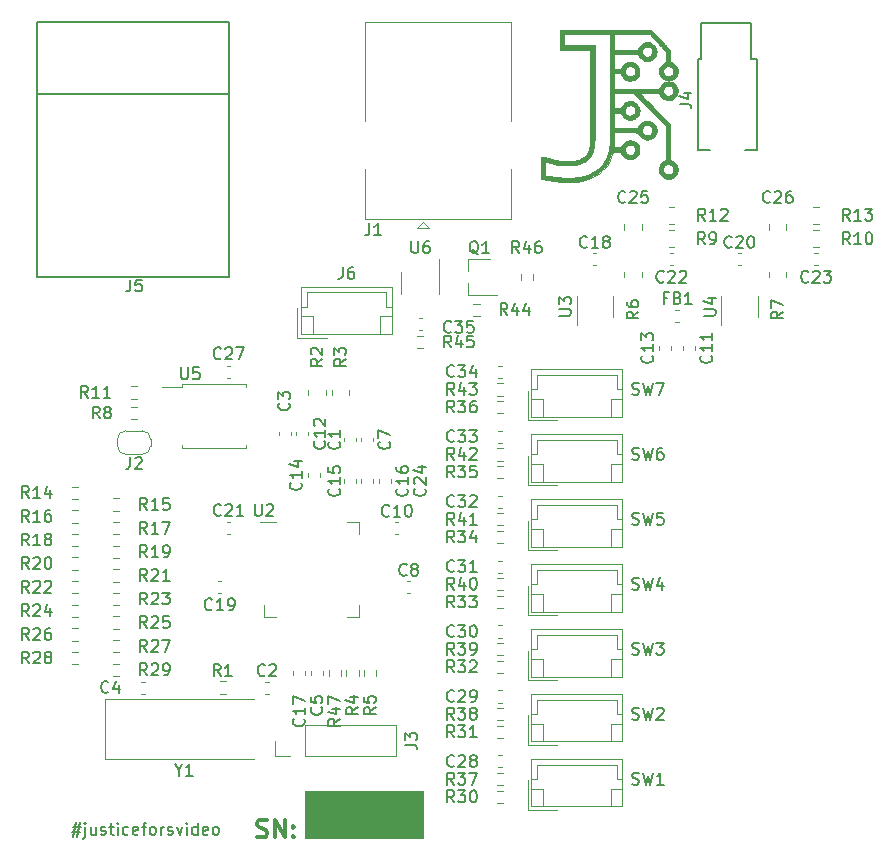
<source format=gbr>
%TF.GenerationSoftware,KiCad,Pcbnew,(5.1.9)-1*%
%TF.CreationDate,2021-08-09T23:15:38-02:30*%
%TF.ProjectId,Electris,456c6563-7472-4697-932e-6b696361645f,A*%
%TF.SameCoordinates,Original*%
%TF.FileFunction,Legend,Top*%
%TF.FilePolarity,Positive*%
%FSLAX46Y46*%
G04 Gerber Fmt 4.6, Leading zero omitted, Abs format (unit mm)*
G04 Created by KiCad (PCBNEW (5.1.9)-1) date 2021-08-09 23:15:38*
%MOMM*%
%LPD*%
G01*
G04 APERTURE LIST*
%ADD10C,0.100000*%
%ADD11C,0.300000*%
%ADD12C,0.150000*%
%ADD13C,0.010000*%
%ADD14C,0.120000*%
G04 APERTURE END LIST*
D10*
G36*
X195750000Y-98500000D02*
G01*
X185750000Y-98500000D01*
X185750000Y-94500000D01*
X195750000Y-94500000D01*
X195750000Y-98500000D01*
G37*
X195750000Y-98500000D02*
X185750000Y-98500000D01*
X185750000Y-94500000D01*
X195750000Y-94500000D01*
X195750000Y-98500000D01*
D11*
X181678571Y-98357142D02*
X181892857Y-98428571D01*
X182250000Y-98428571D01*
X182392857Y-98357142D01*
X182464285Y-98285714D01*
X182535714Y-98142857D01*
X182535714Y-98000000D01*
X182464285Y-97857142D01*
X182392857Y-97785714D01*
X182250000Y-97714285D01*
X181964285Y-97642857D01*
X181821428Y-97571428D01*
X181750000Y-97500000D01*
X181678571Y-97357142D01*
X181678571Y-97214285D01*
X181750000Y-97071428D01*
X181821428Y-97000000D01*
X181964285Y-96928571D01*
X182321428Y-96928571D01*
X182535714Y-97000000D01*
X183178571Y-98428571D02*
X183178571Y-96928571D01*
X184035714Y-98428571D01*
X184035714Y-96928571D01*
X184750000Y-98285714D02*
X184821428Y-98357142D01*
X184750000Y-98428571D01*
X184678571Y-98357142D01*
X184750000Y-98285714D01*
X184750000Y-98428571D01*
X184750000Y-97500000D02*
X184821428Y-97571428D01*
X184750000Y-97642857D01*
X184678571Y-97571428D01*
X184750000Y-97500000D01*
X184750000Y-97642857D01*
D12*
X166059523Y-97535714D02*
X166773809Y-97535714D01*
X166345238Y-97107142D02*
X166059523Y-98392857D01*
X166678571Y-97964285D02*
X165964285Y-97964285D01*
X166392857Y-98392857D02*
X166678571Y-97107142D01*
X167107142Y-97535714D02*
X167107142Y-98392857D01*
X167059523Y-98488095D01*
X166964285Y-98535714D01*
X166916666Y-98535714D01*
X167107142Y-97202380D02*
X167059523Y-97250000D01*
X167107142Y-97297619D01*
X167154761Y-97250000D01*
X167107142Y-97202380D01*
X167107142Y-97297619D01*
X168011904Y-97535714D02*
X168011904Y-98202380D01*
X167583333Y-97535714D02*
X167583333Y-98059523D01*
X167630952Y-98154761D01*
X167726190Y-98202380D01*
X167869047Y-98202380D01*
X167964285Y-98154761D01*
X168011904Y-98107142D01*
X168440476Y-98154761D02*
X168535714Y-98202380D01*
X168726190Y-98202380D01*
X168821428Y-98154761D01*
X168869047Y-98059523D01*
X168869047Y-98011904D01*
X168821428Y-97916666D01*
X168726190Y-97869047D01*
X168583333Y-97869047D01*
X168488095Y-97821428D01*
X168440476Y-97726190D01*
X168440476Y-97678571D01*
X168488095Y-97583333D01*
X168583333Y-97535714D01*
X168726190Y-97535714D01*
X168821428Y-97583333D01*
X169154761Y-97535714D02*
X169535714Y-97535714D01*
X169297619Y-97202380D02*
X169297619Y-98059523D01*
X169345238Y-98154761D01*
X169440476Y-98202380D01*
X169535714Y-98202380D01*
X169869047Y-98202380D02*
X169869047Y-97535714D01*
X169869047Y-97202380D02*
X169821428Y-97250000D01*
X169869047Y-97297619D01*
X169916666Y-97250000D01*
X169869047Y-97202380D01*
X169869047Y-97297619D01*
X170773809Y-98154761D02*
X170678571Y-98202380D01*
X170488095Y-98202380D01*
X170392857Y-98154761D01*
X170345238Y-98107142D01*
X170297619Y-98011904D01*
X170297619Y-97726190D01*
X170345238Y-97630952D01*
X170392857Y-97583333D01*
X170488095Y-97535714D01*
X170678571Y-97535714D01*
X170773809Y-97583333D01*
X171583333Y-98154761D02*
X171488095Y-98202380D01*
X171297619Y-98202380D01*
X171202380Y-98154761D01*
X171154761Y-98059523D01*
X171154761Y-97678571D01*
X171202380Y-97583333D01*
X171297619Y-97535714D01*
X171488095Y-97535714D01*
X171583333Y-97583333D01*
X171630952Y-97678571D01*
X171630952Y-97773809D01*
X171154761Y-97869047D01*
X171916666Y-97535714D02*
X172297619Y-97535714D01*
X172059523Y-98202380D02*
X172059523Y-97345238D01*
X172107142Y-97250000D01*
X172202380Y-97202380D01*
X172297619Y-97202380D01*
X172773809Y-98202380D02*
X172678571Y-98154761D01*
X172630952Y-98107142D01*
X172583333Y-98011904D01*
X172583333Y-97726190D01*
X172630952Y-97630952D01*
X172678571Y-97583333D01*
X172773809Y-97535714D01*
X172916666Y-97535714D01*
X173011904Y-97583333D01*
X173059523Y-97630952D01*
X173107142Y-97726190D01*
X173107142Y-98011904D01*
X173059523Y-98107142D01*
X173011904Y-98154761D01*
X172916666Y-98202380D01*
X172773809Y-98202380D01*
X173535714Y-98202380D02*
X173535714Y-97535714D01*
X173535714Y-97726190D02*
X173583333Y-97630952D01*
X173630952Y-97583333D01*
X173726190Y-97535714D01*
X173821428Y-97535714D01*
X174107142Y-98154761D02*
X174202380Y-98202380D01*
X174392857Y-98202380D01*
X174488095Y-98154761D01*
X174535714Y-98059523D01*
X174535714Y-98011904D01*
X174488095Y-97916666D01*
X174392857Y-97869047D01*
X174250000Y-97869047D01*
X174154761Y-97821428D01*
X174107142Y-97726190D01*
X174107142Y-97678571D01*
X174154761Y-97583333D01*
X174250000Y-97535714D01*
X174392857Y-97535714D01*
X174488095Y-97583333D01*
X174869047Y-97535714D02*
X175107142Y-98202380D01*
X175345238Y-97535714D01*
X175726190Y-98202380D02*
X175726190Y-97535714D01*
X175726190Y-97202380D02*
X175678571Y-97250000D01*
X175726190Y-97297619D01*
X175773809Y-97250000D01*
X175726190Y-97202380D01*
X175726190Y-97297619D01*
X176630952Y-98202380D02*
X176630952Y-97202380D01*
X176630952Y-98154761D02*
X176535714Y-98202380D01*
X176345238Y-98202380D01*
X176250000Y-98154761D01*
X176202380Y-98107142D01*
X176154761Y-98011904D01*
X176154761Y-97726190D01*
X176202380Y-97630952D01*
X176250000Y-97583333D01*
X176345238Y-97535714D01*
X176535714Y-97535714D01*
X176630952Y-97583333D01*
X177488095Y-98154761D02*
X177392857Y-98202380D01*
X177202380Y-98202380D01*
X177107142Y-98154761D01*
X177059523Y-98059523D01*
X177059523Y-97678571D01*
X177107142Y-97583333D01*
X177202380Y-97535714D01*
X177392857Y-97535714D01*
X177488095Y-97583333D01*
X177535714Y-97678571D01*
X177535714Y-97773809D01*
X177059523Y-97869047D01*
X178107142Y-98202380D02*
X178011904Y-98154761D01*
X177964285Y-98107142D01*
X177916666Y-98011904D01*
X177916666Y-97726190D01*
X177964285Y-97630952D01*
X178011904Y-97583333D01*
X178107142Y-97535714D01*
X178250000Y-97535714D01*
X178345238Y-97583333D01*
X178392857Y-97630952D01*
X178440476Y-97726190D01*
X178440476Y-98011904D01*
X178392857Y-98107142D01*
X178345238Y-98154761D01*
X178250000Y-98202380D01*
X178107142Y-98202380D01*
D13*
%TO.C,G\u002A\u002A\u002A*%
G36*
X215062350Y-30061356D02*
G01*
X215487800Y-30521037D01*
X215604532Y-30647141D01*
X215706067Y-30756766D01*
X215794447Y-30852088D01*
X215871714Y-30935282D01*
X215939909Y-31008524D01*
X216001073Y-31073989D01*
X216057249Y-31133853D01*
X216110478Y-31190293D01*
X216162802Y-31245482D01*
X216216261Y-31301598D01*
X216272899Y-31360815D01*
X216334756Y-31425309D01*
X216403874Y-31497257D01*
X216404513Y-31497921D01*
X216668605Y-31772693D01*
X216671927Y-32278336D01*
X216675250Y-32783978D01*
X216757653Y-32813474D01*
X216873787Y-32865144D01*
X216977077Y-32933795D01*
X217054352Y-33003047D01*
X217136623Y-33097301D01*
X217200507Y-33199192D01*
X217250294Y-33314400D01*
X217265271Y-33359350D01*
X217275058Y-33399671D01*
X217280714Y-33443104D01*
X217283298Y-33497392D01*
X217283871Y-33559950D01*
X217283275Y-33628851D01*
X217280605Y-33680502D01*
X217274667Y-33723037D01*
X217264266Y-33764590D01*
X217248206Y-33813295D01*
X217245539Y-33820860D01*
X217194552Y-33939051D01*
X217129393Y-34041249D01*
X217045034Y-34135161D01*
X217032918Y-34146673D01*
X216922661Y-34233834D01*
X216803001Y-34297574D01*
X216673242Y-34338159D01*
X216532681Y-34355857D01*
X216484750Y-34356728D01*
X216342882Y-34344490D01*
X216211812Y-34309394D01*
X216090567Y-34251028D01*
X215978170Y-34168979D01*
X215925940Y-34119913D01*
X215835516Y-34011591D01*
X215768374Y-33893259D01*
X215724362Y-33764552D01*
X215703333Y-33625105D01*
X215701349Y-33571037D01*
X215702253Y-33540900D01*
X216062450Y-33540900D01*
X216067671Y-33645668D01*
X216096707Y-33742323D01*
X216150185Y-33832903D01*
X216152960Y-33836585D01*
X216194466Y-33879601D01*
X216250870Y-33923076D01*
X216312649Y-33960495D01*
X216370277Y-33985339D01*
X216370450Y-33985393D01*
X216418890Y-33993574D01*
X216482181Y-33994950D01*
X216550905Y-33990212D01*
X216615642Y-33980048D01*
X216666975Y-33965150D01*
X216671131Y-33963372D01*
X216756804Y-33912302D01*
X216825591Y-33845384D01*
X216876858Y-33766288D01*
X216909971Y-33678686D01*
X216924294Y-33586247D01*
X216919195Y-33492645D01*
X216894039Y-33401549D01*
X216848191Y-33316631D01*
X216793794Y-33253303D01*
X216729823Y-33199933D01*
X216665716Y-33165038D01*
X216593194Y-33145154D01*
X216516500Y-33137356D01*
X216420005Y-33139404D01*
X216338771Y-33157414D01*
X216266719Y-33193574D01*
X216197772Y-33250069D01*
X216194660Y-33253109D01*
X216131244Y-33326708D01*
X216089903Y-33403529D01*
X216067553Y-33490286D01*
X216062450Y-33540900D01*
X215702253Y-33540900D01*
X215704193Y-33476228D01*
X215715949Y-33394099D01*
X215738925Y-33314417D01*
X215775431Y-33226949D01*
X215782299Y-33212351D01*
X215845779Y-33106116D01*
X215929183Y-33008213D01*
X216027631Y-32922824D01*
X216136242Y-32854133D01*
X216250133Y-32806324D01*
X216259325Y-32803527D01*
X216313300Y-32787579D01*
X216313300Y-32356514D01*
X216313299Y-31925448D01*
X216073993Y-31675899D01*
X216021078Y-31620625D01*
X215969007Y-31566011D01*
X215916171Y-31510335D01*
X215860961Y-31451877D01*
X215801770Y-31388915D01*
X215736989Y-31319727D01*
X215665011Y-31242593D01*
X215584227Y-31155791D01*
X215493029Y-31057600D01*
X215389808Y-30946298D01*
X215272957Y-30820165D01*
X215140868Y-30677479D01*
X215107946Y-30641905D01*
X214899542Y-30416700D01*
X214498346Y-30416708D01*
X214422114Y-30416813D01*
X214323323Y-30417115D01*
X214204816Y-30417597D01*
X214069432Y-30418245D01*
X213920012Y-30419041D01*
X213759398Y-30419970D01*
X213590431Y-30421015D01*
X213415950Y-30422162D01*
X213238798Y-30423393D01*
X213061816Y-30424692D01*
X213001775Y-30425150D01*
X211906400Y-30433584D01*
X211906400Y-31724800D01*
X213922776Y-31724800D01*
X213944303Y-31658125D01*
X213995085Y-31539041D01*
X214066409Y-31427800D01*
X214154465Y-31328798D01*
X214255443Y-31246431D01*
X214346749Y-31193655D01*
X214437595Y-31154234D01*
X214518797Y-31128697D01*
X214600313Y-31114775D01*
X214692103Y-31110199D01*
X214713100Y-31110209D01*
X214853887Y-31123322D01*
X214986390Y-31160387D01*
X215109815Y-31221086D01*
X215223370Y-31305103D01*
X215242218Y-31322226D01*
X215329368Y-31415698D01*
X215396646Y-31516481D01*
X215449081Y-31632281D01*
X215454786Y-31648039D01*
X215472107Y-31699808D01*
X215483293Y-31743076D01*
X215489638Y-31786460D01*
X215492434Y-31838574D01*
X215492983Y-31902600D01*
X215492054Y-31972263D01*
X215488637Y-32025090D01*
X215481524Y-32069612D01*
X215469503Y-32114360D01*
X215458053Y-32148854D01*
X215422944Y-32239002D01*
X215383950Y-32313552D01*
X215335244Y-32382233D01*
X215281304Y-32443851D01*
X215187820Y-32531126D01*
X215087344Y-32598384D01*
X214972042Y-32650740D01*
X214954960Y-32656929D01*
X214901307Y-32674752D01*
X214856314Y-32686069D01*
X214810758Y-32692303D01*
X214755414Y-32694879D01*
X214706750Y-32695269D01*
X214614510Y-32692630D01*
X214541335Y-32684246D01*
X214490850Y-32672464D01*
X214360946Y-32620982D01*
X214242138Y-32548963D01*
X214137188Y-32459064D01*
X214048859Y-32353941D01*
X213979913Y-32236251D01*
X213944423Y-32147075D01*
X213922776Y-32080400D01*
X211906400Y-32080400D01*
X211906400Y-33388976D01*
X212479052Y-33382150D01*
X212510061Y-33293385D01*
X212565009Y-33173459D01*
X212641368Y-33063157D01*
X212735859Y-32966141D01*
X212845203Y-32886076D01*
X212903350Y-32854072D01*
X213032395Y-32801655D01*
X213159984Y-32773614D01*
X213289822Y-32769453D01*
X213413386Y-32786073D01*
X213551637Y-32826915D01*
X213676608Y-32888779D01*
X213786689Y-32970131D01*
X213880268Y-33069432D01*
X213955736Y-33185146D01*
X214011482Y-33315736D01*
X214028165Y-33372833D01*
X214050526Y-33508886D01*
X214048972Y-33643176D01*
X214024978Y-33773224D01*
X213980018Y-33896551D01*
X213915567Y-34010680D01*
X213833100Y-34113130D01*
X213734091Y-34201423D01*
X213620015Y-34273081D01*
X213492347Y-34325625D01*
X213454882Y-34336438D01*
X213349318Y-34354600D01*
X213234291Y-34358075D01*
X213120110Y-34347191D01*
X213017771Y-34322510D01*
X212882649Y-34264486D01*
X212764043Y-34187348D01*
X212662751Y-34091879D01*
X212579570Y-33978863D01*
X212515296Y-33849083D01*
X212502941Y-33816009D01*
X212479861Y-33750450D01*
X212193130Y-33747036D01*
X211906400Y-33743623D01*
X211906400Y-35035306D01*
X213249425Y-35043746D01*
X213446415Y-35044948D01*
X213646157Y-35046099D01*
X213845938Y-35047188D01*
X214043047Y-35048201D01*
X214234771Y-35049127D01*
X214418399Y-35049954D01*
X214591220Y-35050669D01*
X214750521Y-35051262D01*
X214893591Y-35051719D01*
X215017719Y-35052029D01*
X215120191Y-35052180D01*
X215152963Y-35052193D01*
X215713476Y-35052200D01*
X215735123Y-34985525D01*
X215781092Y-34873121D01*
X215843742Y-34771846D01*
X215927264Y-34674985D01*
X215931872Y-34670329D01*
X216037565Y-34577878D01*
X216147952Y-34509326D01*
X216266199Y-34463218D01*
X216395473Y-34438100D01*
X216446650Y-34433840D01*
X216588607Y-34437973D01*
X216724126Y-34465801D01*
X216850927Y-34515958D01*
X216966729Y-34587083D01*
X217069253Y-34677811D01*
X217156218Y-34786779D01*
X217217072Y-34894562D01*
X217263611Y-35021264D01*
X217286563Y-35150700D01*
X217287174Y-35280270D01*
X217266691Y-35407370D01*
X217226361Y-35529398D01*
X217167429Y-35643754D01*
X217091142Y-35747835D01*
X216998746Y-35839038D01*
X216891487Y-35914763D01*
X216770612Y-35972406D01*
X216688456Y-35998159D01*
X216617081Y-36010398D01*
X216531343Y-36016202D01*
X216441334Y-36015589D01*
X216357151Y-36008578D01*
X216297165Y-35997460D01*
X216172129Y-35952936D01*
X216055451Y-35887782D01*
X215950465Y-35805037D01*
X215860504Y-35707740D01*
X215788902Y-35598933D01*
X215742120Y-35491313D01*
X215714329Y-35407799D01*
X214882006Y-35407800D01*
X214049684Y-35407800D01*
X214330407Y-35696725D01*
X214377402Y-35744940D01*
X214440696Y-35809637D01*
X214518730Y-35889234D01*
X214609948Y-35982148D01*
X214712793Y-36086795D01*
X214825706Y-36201593D01*
X214947131Y-36324959D01*
X215075510Y-36455312D01*
X215209286Y-36591067D01*
X215346902Y-36730642D01*
X215486799Y-36872454D01*
X215627422Y-37014922D01*
X215639396Y-37027050D01*
X216667663Y-38068450D01*
X216668281Y-39580914D01*
X216668900Y-41093379D01*
X216722875Y-41109327D01*
X216804036Y-41140806D01*
X216890831Y-41187090D01*
X216973754Y-41242589D01*
X217032918Y-41291726D01*
X217120132Y-41385277D01*
X217187409Y-41486117D01*
X217239776Y-41601954D01*
X217245407Y-41617539D01*
X217262815Y-41669848D01*
X217274078Y-41713958D01*
X217280526Y-41758588D01*
X217283491Y-41812459D01*
X217284268Y-41872100D01*
X217279902Y-41981820D01*
X217264305Y-42076536D01*
X217235165Y-42165027D01*
X217190169Y-42256071D01*
X217177214Y-42278500D01*
X217095537Y-42392240D01*
X216995426Y-42488883D01*
X216878022Y-42567516D01*
X216744464Y-42627226D01*
X216738628Y-42629268D01*
X216686610Y-42645920D01*
X216640965Y-42656427D01*
X216592535Y-42662130D01*
X216532164Y-42664370D01*
X216497450Y-42664608D01*
X216406259Y-42662156D01*
X216333941Y-42654087D01*
X216281550Y-42641964D01*
X216154563Y-42591913D01*
X216037478Y-42522133D01*
X215933876Y-42435605D01*
X215847338Y-42335312D01*
X215782625Y-42226720D01*
X215743997Y-42137669D01*
X215719086Y-42057899D01*
X215705571Y-41976993D01*
X215703269Y-41928994D01*
X216061718Y-41928994D01*
X216070378Y-41980328D01*
X216103974Y-42063115D01*
X216156495Y-42141549D01*
X216222673Y-42209809D01*
X216297239Y-42262074D01*
X216345050Y-42283779D01*
X216411228Y-42298582D01*
X216489695Y-42302867D01*
X216569717Y-42296845D01*
X216640558Y-42280727D01*
X216648759Y-42277817D01*
X216735541Y-42232301D01*
X216810127Y-42167300D01*
X216868937Y-42087224D01*
X216908388Y-41996486D01*
X216920626Y-41943064D01*
X216924789Y-41839416D01*
X216905624Y-41740366D01*
X216864936Y-41649428D01*
X216804534Y-41570114D01*
X216726224Y-41505939D01*
X216683397Y-41481834D01*
X216645402Y-41464701D01*
X216611120Y-41454183D01*
X216572073Y-41448730D01*
X216519783Y-41446790D01*
X216491100Y-41446650D01*
X216432810Y-41447290D01*
X216391483Y-41450425D01*
X216358690Y-41457875D01*
X216326002Y-41471458D01*
X216290627Y-41489932D01*
X216212168Y-41541444D01*
X216152449Y-41602980D01*
X216105006Y-41681421D01*
X216099171Y-41693720D01*
X216074671Y-41766719D01*
X216061821Y-41848779D01*
X216061718Y-41928994D01*
X215703269Y-41928994D01*
X215701135Y-41884531D01*
X215701155Y-41860605D01*
X215714430Y-41722908D01*
X215750861Y-41591973D01*
X215808582Y-41470345D01*
X215885725Y-41360570D01*
X215980424Y-41265192D01*
X216090813Y-41186758D01*
X216215024Y-41127811D01*
X216246625Y-41116866D01*
X216313299Y-41095358D01*
X216312510Y-39658104D01*
X216311720Y-38220850D01*
X214925035Y-36814402D01*
X213538350Y-35407955D01*
X212722375Y-35407877D01*
X211906400Y-35407800D01*
X211906400Y-36703200D01*
X212487773Y-36703200D01*
X212495945Y-36659639D01*
X212521099Y-36580190D01*
X212565675Y-36495561D01*
X212625716Y-36410493D01*
X212697260Y-36329728D01*
X212776348Y-36258007D01*
X212859021Y-36200070D01*
X212897000Y-36179434D01*
X213006561Y-36133279D01*
X213112073Y-36106100D01*
X213223302Y-36095886D01*
X213297094Y-36097076D01*
X213436210Y-36115475D01*
X213564505Y-36155211D01*
X213680699Y-36214082D01*
X213783510Y-36289884D01*
X213871660Y-36380416D01*
X213943867Y-36483474D01*
X213998850Y-36596856D01*
X214035331Y-36718358D01*
X214052027Y-36845779D01*
X214047659Y-36976914D01*
X214020947Y-37109563D01*
X213970610Y-37241521D01*
X213966844Y-37249300D01*
X213920949Y-37325192D01*
X213858375Y-37403975D01*
X213785610Y-37478945D01*
X213709142Y-37543397D01*
X213637587Y-37589516D01*
X213513092Y-37641250D01*
X213380097Y-37671301D01*
X213243153Y-37679670D01*
X213106813Y-37666360D01*
X212975630Y-37631370D01*
X212880395Y-37589336D01*
X212814306Y-37547098D01*
X212743455Y-37489892D01*
X212675091Y-37424541D01*
X212616461Y-37357870D01*
X212581004Y-37307452D01*
X212551958Y-37253786D01*
X212523636Y-37192740D01*
X212509396Y-37157025D01*
X212480735Y-37077850D01*
X212193567Y-37074436D01*
X211906400Y-37071023D01*
X211906400Y-38354352D01*
X212917460Y-38351101D01*
X213928521Y-38347850D01*
X213957501Y-38267814D01*
X214013914Y-38148469D01*
X214091722Y-38039744D01*
X214188049Y-37944767D01*
X214300019Y-37866666D01*
X214351150Y-37839586D01*
X214448347Y-37797887D01*
X214538605Y-37771976D01*
X214631763Y-37759882D01*
X214737664Y-37759637D01*
X214748211Y-37760131D01*
X214885432Y-37778667D01*
X215011929Y-37818481D01*
X215126501Y-37877302D01*
X215227946Y-37952859D01*
X215315062Y-38042883D01*
X215386648Y-38145103D01*
X215441502Y-38257250D01*
X215478424Y-38377052D01*
X215496210Y-38502240D01*
X215493660Y-38630543D01*
X215469572Y-38759691D01*
X215422745Y-38887415D01*
X215383923Y-38961252D01*
X215329175Y-39038335D01*
X215258194Y-39115320D01*
X215178792Y-39184755D01*
X215098778Y-39239191D01*
X215084124Y-39247237D01*
X214953002Y-39302851D01*
X214819269Y-39334696D01*
X214685463Y-39343597D01*
X214554122Y-39330374D01*
X214427783Y-39295853D01*
X214308985Y-39240854D01*
X214200265Y-39166202D01*
X214104161Y-39072719D01*
X214023211Y-38961227D01*
X213985314Y-38890961D01*
X213963606Y-38844215D01*
X213945967Y-38803575D01*
X213935690Y-38776688D01*
X213934877Y-38773903D01*
X213933331Y-38769174D01*
X213930228Y-38765056D01*
X213923913Y-38761508D01*
X213912733Y-38758485D01*
X213895032Y-38755947D01*
X213869155Y-38753851D01*
X213833448Y-38752155D01*
X213786256Y-38750816D01*
X213725923Y-38749793D01*
X213650796Y-38749042D01*
X213559218Y-38748521D01*
X213449536Y-38748189D01*
X213320095Y-38748003D01*
X213169239Y-38747921D01*
X212995314Y-38747900D01*
X211906400Y-38747900D01*
X211906291Y-39189225D01*
X211905374Y-39375934D01*
X211902686Y-39538556D01*
X211898174Y-39678344D01*
X211891787Y-39796551D01*
X211883471Y-39894430D01*
X211873651Y-39970275D01*
X211866067Y-40017900D01*
X212172382Y-40017900D01*
X212268826Y-40017769D01*
X212342900Y-40017236D01*
X212397632Y-40016084D01*
X212436050Y-40014101D01*
X212461184Y-40011071D01*
X212476061Y-40006781D01*
X212483711Y-40001016D01*
X212486499Y-39995675D01*
X212512016Y-39932548D01*
X212545464Y-39862973D01*
X212582151Y-39795848D01*
X212617385Y-39740071D01*
X212630864Y-39721864D01*
X212728972Y-39617909D01*
X212840969Y-39534740D01*
X212964882Y-39473306D01*
X213098732Y-39434559D01*
X213240545Y-39419449D01*
X213259873Y-39419271D01*
X213397976Y-39429460D01*
X213523221Y-39460285D01*
X213638647Y-39513026D01*
X213747299Y-39588962D01*
X213818813Y-39654450D01*
X213911958Y-39762758D01*
X213980730Y-39876902D01*
X214025849Y-39998768D01*
X214048034Y-40130240D01*
X214049000Y-40258085D01*
X214029288Y-40399114D01*
X213987093Y-40528682D01*
X213921846Y-40648061D01*
X213832974Y-40758526D01*
X213817078Y-40774902D01*
X213713318Y-40861909D01*
X213595189Y-40930391D01*
X213467266Y-40978438D01*
X213334122Y-41004139D01*
X213258950Y-41008058D01*
X213126110Y-40995984D01*
X212997394Y-40961205D01*
X212875931Y-40905889D01*
X212764848Y-40832203D01*
X212667275Y-40742316D01*
X212586340Y-40638395D01*
X212525171Y-40522608D01*
X212513035Y-40491228D01*
X212484477Y-40411600D01*
X212141463Y-40411777D01*
X211798450Y-40411954D01*
X211758394Y-40555124D01*
X211669932Y-40826746D01*
X211560598Y-41083894D01*
X211430448Y-41326497D01*
X211279533Y-41554480D01*
X211107907Y-41767772D01*
X210915623Y-41966300D01*
X210702733Y-42149991D01*
X210477650Y-42313223D01*
X210237984Y-42457953D01*
X209981279Y-42584587D01*
X209708556Y-42692888D01*
X209420838Y-42782620D01*
X209119147Y-42853546D01*
X208804505Y-42905430D01*
X208477933Y-42938034D01*
X208140455Y-42951122D01*
X207793091Y-42944456D01*
X207759850Y-42942799D01*
X207596524Y-42932527D01*
X207417200Y-42918217D01*
X207226470Y-42900424D01*
X207028929Y-42879704D01*
X206829171Y-42856612D01*
X206631790Y-42831704D01*
X206441379Y-42805535D01*
X206262533Y-42778661D01*
X206099846Y-42751636D01*
X205957912Y-42725017D01*
X205956927Y-42724819D01*
X205727850Y-42678550D01*
X205724592Y-41748275D01*
X205723776Y-41514861D01*
X206079030Y-41514861D01*
X206079303Y-41623949D01*
X206079918Y-41755809D01*
X206080147Y-41797570D01*
X206083450Y-42386256D01*
X206166000Y-42401598D01*
X206280082Y-42421246D01*
X206415196Y-42441884D01*
X206567017Y-42462986D01*
X206731222Y-42484029D01*
X206903487Y-42504491D01*
X207079487Y-42523846D01*
X207254899Y-42541573D01*
X207425400Y-42557146D01*
X207505850Y-42563833D01*
X207659361Y-42575564D01*
X207792508Y-42584330D01*
X207910141Y-42590236D01*
X208017108Y-42593387D01*
X208118260Y-42593891D01*
X208218447Y-42591851D01*
X208322516Y-42587373D01*
X208394850Y-42583187D01*
X208718997Y-42553536D01*
X209025275Y-42506167D01*
X209314230Y-42440858D01*
X209586408Y-42357385D01*
X209842353Y-42255524D01*
X210082613Y-42135052D01*
X210307734Y-41995745D01*
X210518260Y-41837381D01*
X210714738Y-41659736D01*
X210757901Y-41616227D01*
X210922437Y-41430659D01*
X211067085Y-41232494D01*
X211192180Y-41020916D01*
X211298056Y-40795105D01*
X211385047Y-40554245D01*
X211453486Y-40297519D01*
X211469814Y-40208626D01*
X212827744Y-40208626D01*
X212828496Y-40265647D01*
X212832953Y-40307543D01*
X212843299Y-40344542D01*
X212861717Y-40386873D01*
X212868958Y-40401768D01*
X212925194Y-40489144D01*
X212997285Y-40558514D01*
X213081918Y-40608538D01*
X213175784Y-40637879D01*
X213275572Y-40645200D01*
X213377970Y-40629161D01*
X213408314Y-40619729D01*
X213492054Y-40577779D01*
X213564976Y-40516294D01*
X213624237Y-40439856D01*
X213666994Y-40353046D01*
X213690403Y-40260445D01*
X213691622Y-40166634D01*
X213691279Y-40163790D01*
X213667256Y-40068922D01*
X213621692Y-39979378D01*
X213558443Y-39900428D01*
X213481370Y-39837343D01*
X213432631Y-39810457D01*
X213370473Y-39791384D01*
X213294469Y-39782153D01*
X213214183Y-39782758D01*
X213139182Y-39793194D01*
X213084741Y-39810690D01*
X213014731Y-39853397D01*
X212947459Y-39912865D01*
X212891104Y-39981048D01*
X212862849Y-40028994D01*
X212844637Y-40071146D01*
X212834000Y-40110430D01*
X212829003Y-40156759D01*
X212827744Y-40208626D01*
X211469814Y-40208626D01*
X211503707Y-40024110D01*
X211536045Y-39733199D01*
X211538045Y-39706750D01*
X211539420Y-39678150D01*
X211540700Y-39631181D01*
X211541886Y-39565482D01*
X211542979Y-39480694D01*
X211543979Y-39376459D01*
X211544888Y-39252417D01*
X211545705Y-39108210D01*
X211546432Y-38943478D01*
X211547069Y-38757862D01*
X211547618Y-38551003D01*
X211547685Y-38517304D01*
X214274076Y-38517304D01*
X214274500Y-38601288D01*
X214286675Y-38678714D01*
X214302282Y-38724054D01*
X214354145Y-38808080D01*
X214425101Y-38880573D01*
X214509852Y-38937092D01*
X214597902Y-38971834D01*
X214658957Y-38984762D01*
X214713964Y-38986821D01*
X214774577Y-38977894D01*
X214808856Y-38969732D01*
X214905558Y-38932600D01*
X214987825Y-38876267D01*
X215053725Y-38803642D01*
X215101324Y-38717635D01*
X215128689Y-38621156D01*
X215133888Y-38517113D01*
X215130864Y-38485076D01*
X215106562Y-38391586D01*
X215060149Y-38305192D01*
X214994739Y-38230028D01*
X214913447Y-38170226D01*
X214880695Y-38153161D01*
X214837849Y-38135229D01*
X214797978Y-38124874D01*
X214751048Y-38120212D01*
X214700400Y-38119318D01*
X214641442Y-38120663D01*
X214597984Y-38125898D01*
X214560197Y-38136951D01*
X214520521Y-38154640D01*
X214433952Y-38209895D01*
X214361457Y-38282135D01*
X214308250Y-38366155D01*
X214307897Y-38366900D01*
X214285257Y-38436072D01*
X214274076Y-38517304D01*
X211547685Y-38517304D01*
X211548079Y-38322543D01*
X211548452Y-38072122D01*
X211548740Y-37799381D01*
X211548941Y-37503961D01*
X211549057Y-37185503D01*
X211549085Y-36887082D01*
X212827274Y-36887082D01*
X212829092Y-36946758D01*
X212835930Y-36992728D01*
X212850125Y-37036544D01*
X212863919Y-37068292D01*
X212917444Y-37156348D01*
X212986968Y-37226963D01*
X213068976Y-37278886D01*
X213159951Y-37310864D01*
X213256375Y-37321647D01*
X213354733Y-37309982D01*
X213448196Y-37276264D01*
X213536191Y-37220019D01*
X213606362Y-37146178D01*
X213656925Y-37060324D01*
X213675487Y-37014379D01*
X213685787Y-36970101D01*
X213689953Y-36916471D01*
X213690392Y-36887082D01*
X213689241Y-36830600D01*
X213683668Y-36788249D01*
X213671203Y-36748838D01*
X213649376Y-36701173D01*
X213649352Y-36701124D01*
X213593171Y-36612213D01*
X213520537Y-36541961D01*
X213431924Y-36489374D01*
X213345747Y-36462166D01*
X213251551Y-36454087D01*
X213158030Y-36465135D01*
X213085975Y-36489374D01*
X212995084Y-36543695D01*
X212922942Y-36614438D01*
X212868547Y-36701124D01*
X212846656Y-36748977D01*
X212834144Y-36788663D01*
X212828516Y-36831426D01*
X212827274Y-36887082D01*
X211549085Y-36887082D01*
X211549090Y-36843648D01*
X211549039Y-36478037D01*
X211548905Y-36088311D01*
X211548690Y-35674111D01*
X211548393Y-35235077D01*
X211548364Y-35197854D01*
X216063709Y-35197854D01*
X216066762Y-35281878D01*
X216081368Y-35360497D01*
X216098597Y-35407800D01*
X216134755Y-35468356D01*
X216183216Y-35527772D01*
X216236698Y-35578053D01*
X216280793Y-35607709D01*
X216380416Y-35645988D01*
X216483211Y-35659577D01*
X216586282Y-35648441D01*
X216686733Y-35612546D01*
X216686898Y-35612465D01*
X216775531Y-35555850D01*
X216844445Y-35483616D01*
X216892811Y-35397119D01*
X216919801Y-35297718D01*
X216925534Y-35220932D01*
X216914085Y-35123080D01*
X216881367Y-35033341D01*
X216830444Y-34954150D01*
X216764382Y-34887943D01*
X216686245Y-34837155D01*
X216599098Y-34804222D01*
X216506006Y-34791579D01*
X216410034Y-34801663D01*
X216400778Y-34803917D01*
X216296603Y-34842269D01*
X216208577Y-34899307D01*
X216138092Y-34973916D01*
X216092858Y-35050645D01*
X216072358Y-35117688D01*
X216063709Y-35197854D01*
X211548364Y-35197854D01*
X211548185Y-34969650D01*
X211547029Y-33562144D01*
X212823972Y-33562144D01*
X212833297Y-33656608D01*
X212864500Y-33747705D01*
X212894742Y-33800027D01*
X212949497Y-33869612D01*
X213008852Y-33921047D01*
X213081197Y-33961297D01*
X213097688Y-33968502D01*
X213141482Y-33984835D01*
X213181535Y-33993366D01*
X213228530Y-33995688D01*
X213271650Y-33994455D01*
X213363204Y-33984244D01*
X213432631Y-33963372D01*
X213514207Y-33913788D01*
X213585012Y-33845058D01*
X213641155Y-33762484D01*
X213678743Y-33671371D01*
X213691279Y-33610909D01*
X213690889Y-33531476D01*
X213673057Y-33446962D01*
X213640714Y-33364557D01*
X213596794Y-33291449D01*
X213544225Y-33234829D01*
X213534985Y-33227615D01*
X213476977Y-33188098D01*
X213425253Y-33162452D01*
X213371056Y-33147927D01*
X213305631Y-33141775D01*
X213258950Y-33140960D01*
X213196222Y-33141785D01*
X213151195Y-33145220D01*
X213116205Y-33152514D01*
X213083591Y-33164914D01*
X213068781Y-33171934D01*
X212984461Y-33226398D01*
X212916771Y-33296440D01*
X212866759Y-33378271D01*
X212835476Y-33468102D01*
X212823972Y-33562144D01*
X211547029Y-33562144D01*
X211545665Y-31901591D01*
X214268337Y-31901591D01*
X214278307Y-31997357D01*
X214310545Y-32090604D01*
X214351275Y-32158726D01*
X214408756Y-32221628D01*
X214480681Y-32276304D01*
X214556447Y-32314717D01*
X214557685Y-32315175D01*
X214621232Y-32329602D01*
X214697689Y-32333602D01*
X214776929Y-32327450D01*
X214848825Y-32311421D01*
X214861754Y-32306934D01*
X214936676Y-32267289D01*
X215006654Y-32209099D01*
X215064901Y-32139152D01*
X215104629Y-32064236D01*
X215104734Y-32063954D01*
X215129566Y-31964160D01*
X215131348Y-31864174D01*
X215111517Y-31767743D01*
X215071507Y-31678611D01*
X215012753Y-31600524D01*
X214936692Y-31537228D01*
X214893473Y-31512714D01*
X214855304Y-31495443D01*
X214821180Y-31484847D01*
X214782613Y-31479370D01*
X214731114Y-31477457D01*
X214700400Y-31477347D01*
X214637625Y-31478577D01*
X214592297Y-31482884D01*
X214556526Y-31491555D01*
X214522422Y-31505877D01*
X214520871Y-31506640D01*
X214433060Y-31562860D01*
X214362997Y-31633942D01*
X214311586Y-31716408D01*
X214279731Y-31806783D01*
X214268337Y-31901591D01*
X211545665Y-31901591D01*
X211544450Y-30423050D01*
X209598175Y-30419834D01*
X207651900Y-30416619D01*
X207651900Y-31369080D01*
X210261750Y-31375550D01*
X210261750Y-35280800D01*
X210261748Y-35660440D01*
X210261738Y-36015595D01*
X210261707Y-36347180D01*
X210261646Y-36656111D01*
X210261544Y-36943301D01*
X210261390Y-37209665D01*
X210261174Y-37456120D01*
X210260886Y-37683579D01*
X210260515Y-37892958D01*
X210260050Y-38085172D01*
X210259480Y-38261135D01*
X210258797Y-38421762D01*
X210257988Y-38567970D01*
X210257043Y-38700671D01*
X210255952Y-38820783D01*
X210254704Y-38929218D01*
X210253290Y-39026893D01*
X210251697Y-39114722D01*
X210249916Y-39193621D01*
X210247936Y-39264503D01*
X210245747Y-39328285D01*
X210243338Y-39385881D01*
X210240699Y-39438206D01*
X210237819Y-39486176D01*
X210234687Y-39530704D01*
X210231293Y-39572706D01*
X210227627Y-39613097D01*
X210223678Y-39652792D01*
X210219436Y-39692706D01*
X210214889Y-39733754D01*
X210210057Y-39776600D01*
X210180770Y-39987203D01*
X210142378Y-40177092D01*
X210093762Y-40349665D01*
X210033805Y-40508319D01*
X209961391Y-40656450D01*
X209875403Y-40797457D01*
X209873435Y-40800378D01*
X209767096Y-40935538D01*
X209639342Y-41058202D01*
X209491155Y-41167862D01*
X209323514Y-41264009D01*
X209137400Y-41346132D01*
X208933792Y-41413724D01*
X208713672Y-41466274D01*
X208534550Y-41496029D01*
X208201257Y-41529110D01*
X207863318Y-41538134D01*
X207523750Y-41523264D01*
X207185573Y-41484660D01*
X206851804Y-41422482D01*
X206763136Y-41401747D01*
X206712923Y-41389050D01*
X206647860Y-41371950D01*
X206572180Y-41351625D01*
X206490118Y-41329253D01*
X206405910Y-41306012D01*
X206323791Y-41283079D01*
X206247996Y-41261633D01*
X206182760Y-41242850D01*
X206132317Y-41227909D01*
X206100903Y-41217988D01*
X206095804Y-41216160D01*
X206091350Y-41216804D01*
X206087679Y-41223837D01*
X206084738Y-41239306D01*
X206082470Y-41265258D01*
X206080820Y-41303742D01*
X206079734Y-41356805D01*
X206079155Y-41426495D01*
X206079030Y-41514861D01*
X205723776Y-41514861D01*
X205721336Y-40818000D01*
X205878179Y-40818000D01*
X205953954Y-40818984D01*
X206011249Y-40822449D01*
X206056926Y-40829163D01*
X206097847Y-40839894D01*
X206110036Y-40843947D01*
X206165363Y-40862030D01*
X206240415Y-40885029D01*
X206330311Y-40911557D01*
X206430169Y-40940226D01*
X206535110Y-40969651D01*
X206640251Y-40998444D01*
X206740713Y-41025218D01*
X206820050Y-41045674D01*
X206978845Y-41083778D01*
X207125479Y-41114186D01*
X207265569Y-41137495D01*
X207404733Y-41154302D01*
X207548591Y-41165203D01*
X207702760Y-41170794D01*
X207872859Y-41171671D01*
X207991960Y-41170048D01*
X208209953Y-41162304D01*
X208406019Y-41147624D01*
X208582815Y-41125452D01*
X208742997Y-41095236D01*
X208889225Y-41056421D01*
X209024154Y-41008455D01*
X209150442Y-40950782D01*
X209217272Y-40914672D01*
X209341163Y-40835642D01*
X209445715Y-40749497D01*
X209535264Y-40651569D01*
X209614146Y-40537191D01*
X209678998Y-40417561D01*
X209725297Y-40311201D01*
X209765416Y-40192557D01*
X209799788Y-40059444D01*
X209828841Y-39909679D01*
X209853007Y-39741080D01*
X209872717Y-39551461D01*
X209886808Y-39364066D01*
X209888222Y-39328736D01*
X209889560Y-39268319D01*
X209890821Y-39183130D01*
X209892004Y-39073482D01*
X209893108Y-38939688D01*
X209894131Y-38782063D01*
X209895073Y-38600920D01*
X209895933Y-38396573D01*
X209896709Y-38169335D01*
X209897401Y-37919520D01*
X209898008Y-37647441D01*
X209898528Y-37353413D01*
X209898961Y-37037749D01*
X209899305Y-36700763D01*
X209899560Y-36342768D01*
X209899724Y-35964077D01*
X209899796Y-35565006D01*
X209899800Y-35449291D01*
X209899800Y-31737500D01*
X207296300Y-31737500D01*
X207296300Y-30061100D01*
X215062350Y-30061356D01*
G37*
X215062350Y-30061356D02*
X215487800Y-30521037D01*
X215604532Y-30647141D01*
X215706067Y-30756766D01*
X215794447Y-30852088D01*
X215871714Y-30935282D01*
X215939909Y-31008524D01*
X216001073Y-31073989D01*
X216057249Y-31133853D01*
X216110478Y-31190293D01*
X216162802Y-31245482D01*
X216216261Y-31301598D01*
X216272899Y-31360815D01*
X216334756Y-31425309D01*
X216403874Y-31497257D01*
X216404513Y-31497921D01*
X216668605Y-31772693D01*
X216671927Y-32278336D01*
X216675250Y-32783978D01*
X216757653Y-32813474D01*
X216873787Y-32865144D01*
X216977077Y-32933795D01*
X217054352Y-33003047D01*
X217136623Y-33097301D01*
X217200507Y-33199192D01*
X217250294Y-33314400D01*
X217265271Y-33359350D01*
X217275058Y-33399671D01*
X217280714Y-33443104D01*
X217283298Y-33497392D01*
X217283871Y-33559950D01*
X217283275Y-33628851D01*
X217280605Y-33680502D01*
X217274667Y-33723037D01*
X217264266Y-33764590D01*
X217248206Y-33813295D01*
X217245539Y-33820860D01*
X217194552Y-33939051D01*
X217129393Y-34041249D01*
X217045034Y-34135161D01*
X217032918Y-34146673D01*
X216922661Y-34233834D01*
X216803001Y-34297574D01*
X216673242Y-34338159D01*
X216532681Y-34355857D01*
X216484750Y-34356728D01*
X216342882Y-34344490D01*
X216211812Y-34309394D01*
X216090567Y-34251028D01*
X215978170Y-34168979D01*
X215925940Y-34119913D01*
X215835516Y-34011591D01*
X215768374Y-33893259D01*
X215724362Y-33764552D01*
X215703333Y-33625105D01*
X215701349Y-33571037D01*
X215702253Y-33540900D01*
X216062450Y-33540900D01*
X216067671Y-33645668D01*
X216096707Y-33742323D01*
X216150185Y-33832903D01*
X216152960Y-33836585D01*
X216194466Y-33879601D01*
X216250870Y-33923076D01*
X216312649Y-33960495D01*
X216370277Y-33985339D01*
X216370450Y-33985393D01*
X216418890Y-33993574D01*
X216482181Y-33994950D01*
X216550905Y-33990212D01*
X216615642Y-33980048D01*
X216666975Y-33965150D01*
X216671131Y-33963372D01*
X216756804Y-33912302D01*
X216825591Y-33845384D01*
X216876858Y-33766288D01*
X216909971Y-33678686D01*
X216924294Y-33586247D01*
X216919195Y-33492645D01*
X216894039Y-33401549D01*
X216848191Y-33316631D01*
X216793794Y-33253303D01*
X216729823Y-33199933D01*
X216665716Y-33165038D01*
X216593194Y-33145154D01*
X216516500Y-33137356D01*
X216420005Y-33139404D01*
X216338771Y-33157414D01*
X216266719Y-33193574D01*
X216197772Y-33250069D01*
X216194660Y-33253109D01*
X216131244Y-33326708D01*
X216089903Y-33403529D01*
X216067553Y-33490286D01*
X216062450Y-33540900D01*
X215702253Y-33540900D01*
X215704193Y-33476228D01*
X215715949Y-33394099D01*
X215738925Y-33314417D01*
X215775431Y-33226949D01*
X215782299Y-33212351D01*
X215845779Y-33106116D01*
X215929183Y-33008213D01*
X216027631Y-32922824D01*
X216136242Y-32854133D01*
X216250133Y-32806324D01*
X216259325Y-32803527D01*
X216313300Y-32787579D01*
X216313300Y-32356514D01*
X216313299Y-31925448D01*
X216073993Y-31675899D01*
X216021078Y-31620625D01*
X215969007Y-31566011D01*
X215916171Y-31510335D01*
X215860961Y-31451877D01*
X215801770Y-31388915D01*
X215736989Y-31319727D01*
X215665011Y-31242593D01*
X215584227Y-31155791D01*
X215493029Y-31057600D01*
X215389808Y-30946298D01*
X215272957Y-30820165D01*
X215140868Y-30677479D01*
X215107946Y-30641905D01*
X214899542Y-30416700D01*
X214498346Y-30416708D01*
X214422114Y-30416813D01*
X214323323Y-30417115D01*
X214204816Y-30417597D01*
X214069432Y-30418245D01*
X213920012Y-30419041D01*
X213759398Y-30419970D01*
X213590431Y-30421015D01*
X213415950Y-30422162D01*
X213238798Y-30423393D01*
X213061816Y-30424692D01*
X213001775Y-30425150D01*
X211906400Y-30433584D01*
X211906400Y-31724800D01*
X213922776Y-31724800D01*
X213944303Y-31658125D01*
X213995085Y-31539041D01*
X214066409Y-31427800D01*
X214154465Y-31328798D01*
X214255443Y-31246431D01*
X214346749Y-31193655D01*
X214437595Y-31154234D01*
X214518797Y-31128697D01*
X214600313Y-31114775D01*
X214692103Y-31110199D01*
X214713100Y-31110209D01*
X214853887Y-31123322D01*
X214986390Y-31160387D01*
X215109815Y-31221086D01*
X215223370Y-31305103D01*
X215242218Y-31322226D01*
X215329368Y-31415698D01*
X215396646Y-31516481D01*
X215449081Y-31632281D01*
X215454786Y-31648039D01*
X215472107Y-31699808D01*
X215483293Y-31743076D01*
X215489638Y-31786460D01*
X215492434Y-31838574D01*
X215492983Y-31902600D01*
X215492054Y-31972263D01*
X215488637Y-32025090D01*
X215481524Y-32069612D01*
X215469503Y-32114360D01*
X215458053Y-32148854D01*
X215422944Y-32239002D01*
X215383950Y-32313552D01*
X215335244Y-32382233D01*
X215281304Y-32443851D01*
X215187820Y-32531126D01*
X215087344Y-32598384D01*
X214972042Y-32650740D01*
X214954960Y-32656929D01*
X214901307Y-32674752D01*
X214856314Y-32686069D01*
X214810758Y-32692303D01*
X214755414Y-32694879D01*
X214706750Y-32695269D01*
X214614510Y-32692630D01*
X214541335Y-32684246D01*
X214490850Y-32672464D01*
X214360946Y-32620982D01*
X214242138Y-32548963D01*
X214137188Y-32459064D01*
X214048859Y-32353941D01*
X213979913Y-32236251D01*
X213944423Y-32147075D01*
X213922776Y-32080400D01*
X211906400Y-32080400D01*
X211906400Y-33388976D01*
X212479052Y-33382150D01*
X212510061Y-33293385D01*
X212565009Y-33173459D01*
X212641368Y-33063157D01*
X212735859Y-32966141D01*
X212845203Y-32886076D01*
X212903350Y-32854072D01*
X213032395Y-32801655D01*
X213159984Y-32773614D01*
X213289822Y-32769453D01*
X213413386Y-32786073D01*
X213551637Y-32826915D01*
X213676608Y-32888779D01*
X213786689Y-32970131D01*
X213880268Y-33069432D01*
X213955736Y-33185146D01*
X214011482Y-33315736D01*
X214028165Y-33372833D01*
X214050526Y-33508886D01*
X214048972Y-33643176D01*
X214024978Y-33773224D01*
X213980018Y-33896551D01*
X213915567Y-34010680D01*
X213833100Y-34113130D01*
X213734091Y-34201423D01*
X213620015Y-34273081D01*
X213492347Y-34325625D01*
X213454882Y-34336438D01*
X213349318Y-34354600D01*
X213234291Y-34358075D01*
X213120110Y-34347191D01*
X213017771Y-34322510D01*
X212882649Y-34264486D01*
X212764043Y-34187348D01*
X212662751Y-34091879D01*
X212579570Y-33978863D01*
X212515296Y-33849083D01*
X212502941Y-33816009D01*
X212479861Y-33750450D01*
X212193130Y-33747036D01*
X211906400Y-33743623D01*
X211906400Y-35035306D01*
X213249425Y-35043746D01*
X213446415Y-35044948D01*
X213646157Y-35046099D01*
X213845938Y-35047188D01*
X214043047Y-35048201D01*
X214234771Y-35049127D01*
X214418399Y-35049954D01*
X214591220Y-35050669D01*
X214750521Y-35051262D01*
X214893591Y-35051719D01*
X215017719Y-35052029D01*
X215120191Y-35052180D01*
X215152963Y-35052193D01*
X215713476Y-35052200D01*
X215735123Y-34985525D01*
X215781092Y-34873121D01*
X215843742Y-34771846D01*
X215927264Y-34674985D01*
X215931872Y-34670329D01*
X216037565Y-34577878D01*
X216147952Y-34509326D01*
X216266199Y-34463218D01*
X216395473Y-34438100D01*
X216446650Y-34433840D01*
X216588607Y-34437973D01*
X216724126Y-34465801D01*
X216850927Y-34515958D01*
X216966729Y-34587083D01*
X217069253Y-34677811D01*
X217156218Y-34786779D01*
X217217072Y-34894562D01*
X217263611Y-35021264D01*
X217286563Y-35150700D01*
X217287174Y-35280270D01*
X217266691Y-35407370D01*
X217226361Y-35529398D01*
X217167429Y-35643754D01*
X217091142Y-35747835D01*
X216998746Y-35839038D01*
X216891487Y-35914763D01*
X216770612Y-35972406D01*
X216688456Y-35998159D01*
X216617081Y-36010398D01*
X216531343Y-36016202D01*
X216441334Y-36015589D01*
X216357151Y-36008578D01*
X216297165Y-35997460D01*
X216172129Y-35952936D01*
X216055451Y-35887782D01*
X215950465Y-35805037D01*
X215860504Y-35707740D01*
X215788902Y-35598933D01*
X215742120Y-35491313D01*
X215714329Y-35407799D01*
X214882006Y-35407800D01*
X214049684Y-35407800D01*
X214330407Y-35696725D01*
X214377402Y-35744940D01*
X214440696Y-35809637D01*
X214518730Y-35889234D01*
X214609948Y-35982148D01*
X214712793Y-36086795D01*
X214825706Y-36201593D01*
X214947131Y-36324959D01*
X215075510Y-36455312D01*
X215209286Y-36591067D01*
X215346902Y-36730642D01*
X215486799Y-36872454D01*
X215627422Y-37014922D01*
X215639396Y-37027050D01*
X216667663Y-38068450D01*
X216668281Y-39580914D01*
X216668900Y-41093379D01*
X216722875Y-41109327D01*
X216804036Y-41140806D01*
X216890831Y-41187090D01*
X216973754Y-41242589D01*
X217032918Y-41291726D01*
X217120132Y-41385277D01*
X217187409Y-41486117D01*
X217239776Y-41601954D01*
X217245407Y-41617539D01*
X217262815Y-41669848D01*
X217274078Y-41713958D01*
X217280526Y-41758588D01*
X217283491Y-41812459D01*
X217284268Y-41872100D01*
X217279902Y-41981820D01*
X217264305Y-42076536D01*
X217235165Y-42165027D01*
X217190169Y-42256071D01*
X217177214Y-42278500D01*
X217095537Y-42392240D01*
X216995426Y-42488883D01*
X216878022Y-42567516D01*
X216744464Y-42627226D01*
X216738628Y-42629268D01*
X216686610Y-42645920D01*
X216640965Y-42656427D01*
X216592535Y-42662130D01*
X216532164Y-42664370D01*
X216497450Y-42664608D01*
X216406259Y-42662156D01*
X216333941Y-42654087D01*
X216281550Y-42641964D01*
X216154563Y-42591913D01*
X216037478Y-42522133D01*
X215933876Y-42435605D01*
X215847338Y-42335312D01*
X215782625Y-42226720D01*
X215743997Y-42137669D01*
X215719086Y-42057899D01*
X215705571Y-41976993D01*
X215703269Y-41928994D01*
X216061718Y-41928994D01*
X216070378Y-41980328D01*
X216103974Y-42063115D01*
X216156495Y-42141549D01*
X216222673Y-42209809D01*
X216297239Y-42262074D01*
X216345050Y-42283779D01*
X216411228Y-42298582D01*
X216489695Y-42302867D01*
X216569717Y-42296845D01*
X216640558Y-42280727D01*
X216648759Y-42277817D01*
X216735541Y-42232301D01*
X216810127Y-42167300D01*
X216868937Y-42087224D01*
X216908388Y-41996486D01*
X216920626Y-41943064D01*
X216924789Y-41839416D01*
X216905624Y-41740366D01*
X216864936Y-41649428D01*
X216804534Y-41570114D01*
X216726224Y-41505939D01*
X216683397Y-41481834D01*
X216645402Y-41464701D01*
X216611120Y-41454183D01*
X216572073Y-41448730D01*
X216519783Y-41446790D01*
X216491100Y-41446650D01*
X216432810Y-41447290D01*
X216391483Y-41450425D01*
X216358690Y-41457875D01*
X216326002Y-41471458D01*
X216290627Y-41489932D01*
X216212168Y-41541444D01*
X216152449Y-41602980D01*
X216105006Y-41681421D01*
X216099171Y-41693720D01*
X216074671Y-41766719D01*
X216061821Y-41848779D01*
X216061718Y-41928994D01*
X215703269Y-41928994D01*
X215701135Y-41884531D01*
X215701155Y-41860605D01*
X215714430Y-41722908D01*
X215750861Y-41591973D01*
X215808582Y-41470345D01*
X215885725Y-41360570D01*
X215980424Y-41265192D01*
X216090813Y-41186758D01*
X216215024Y-41127811D01*
X216246625Y-41116866D01*
X216313299Y-41095358D01*
X216312510Y-39658104D01*
X216311720Y-38220850D01*
X214925035Y-36814402D01*
X213538350Y-35407955D01*
X212722375Y-35407877D01*
X211906400Y-35407800D01*
X211906400Y-36703200D01*
X212487773Y-36703200D01*
X212495945Y-36659639D01*
X212521099Y-36580190D01*
X212565675Y-36495561D01*
X212625716Y-36410493D01*
X212697260Y-36329728D01*
X212776348Y-36258007D01*
X212859021Y-36200070D01*
X212897000Y-36179434D01*
X213006561Y-36133279D01*
X213112073Y-36106100D01*
X213223302Y-36095886D01*
X213297094Y-36097076D01*
X213436210Y-36115475D01*
X213564505Y-36155211D01*
X213680699Y-36214082D01*
X213783510Y-36289884D01*
X213871660Y-36380416D01*
X213943867Y-36483474D01*
X213998850Y-36596856D01*
X214035331Y-36718358D01*
X214052027Y-36845779D01*
X214047659Y-36976914D01*
X214020947Y-37109563D01*
X213970610Y-37241521D01*
X213966844Y-37249300D01*
X213920949Y-37325192D01*
X213858375Y-37403975D01*
X213785610Y-37478945D01*
X213709142Y-37543397D01*
X213637587Y-37589516D01*
X213513092Y-37641250D01*
X213380097Y-37671301D01*
X213243153Y-37679670D01*
X213106813Y-37666360D01*
X212975630Y-37631370D01*
X212880395Y-37589336D01*
X212814306Y-37547098D01*
X212743455Y-37489892D01*
X212675091Y-37424541D01*
X212616461Y-37357870D01*
X212581004Y-37307452D01*
X212551958Y-37253786D01*
X212523636Y-37192740D01*
X212509396Y-37157025D01*
X212480735Y-37077850D01*
X212193567Y-37074436D01*
X211906400Y-37071023D01*
X211906400Y-38354352D01*
X212917460Y-38351101D01*
X213928521Y-38347850D01*
X213957501Y-38267814D01*
X214013914Y-38148469D01*
X214091722Y-38039744D01*
X214188049Y-37944767D01*
X214300019Y-37866666D01*
X214351150Y-37839586D01*
X214448347Y-37797887D01*
X214538605Y-37771976D01*
X214631763Y-37759882D01*
X214737664Y-37759637D01*
X214748211Y-37760131D01*
X214885432Y-37778667D01*
X215011929Y-37818481D01*
X215126501Y-37877302D01*
X215227946Y-37952859D01*
X215315062Y-38042883D01*
X215386648Y-38145103D01*
X215441502Y-38257250D01*
X215478424Y-38377052D01*
X215496210Y-38502240D01*
X215493660Y-38630543D01*
X215469572Y-38759691D01*
X215422745Y-38887415D01*
X215383923Y-38961252D01*
X215329175Y-39038335D01*
X215258194Y-39115320D01*
X215178792Y-39184755D01*
X215098778Y-39239191D01*
X215084124Y-39247237D01*
X214953002Y-39302851D01*
X214819269Y-39334696D01*
X214685463Y-39343597D01*
X214554122Y-39330374D01*
X214427783Y-39295853D01*
X214308985Y-39240854D01*
X214200265Y-39166202D01*
X214104161Y-39072719D01*
X214023211Y-38961227D01*
X213985314Y-38890961D01*
X213963606Y-38844215D01*
X213945967Y-38803575D01*
X213935690Y-38776688D01*
X213934877Y-38773903D01*
X213933331Y-38769174D01*
X213930228Y-38765056D01*
X213923913Y-38761508D01*
X213912733Y-38758485D01*
X213895032Y-38755947D01*
X213869155Y-38753851D01*
X213833448Y-38752155D01*
X213786256Y-38750816D01*
X213725923Y-38749793D01*
X213650796Y-38749042D01*
X213559218Y-38748521D01*
X213449536Y-38748189D01*
X213320095Y-38748003D01*
X213169239Y-38747921D01*
X212995314Y-38747900D01*
X211906400Y-38747900D01*
X211906291Y-39189225D01*
X211905374Y-39375934D01*
X211902686Y-39538556D01*
X211898174Y-39678344D01*
X211891787Y-39796551D01*
X211883471Y-39894430D01*
X211873651Y-39970275D01*
X211866067Y-40017900D01*
X212172382Y-40017900D01*
X212268826Y-40017769D01*
X212342900Y-40017236D01*
X212397632Y-40016084D01*
X212436050Y-40014101D01*
X212461184Y-40011071D01*
X212476061Y-40006781D01*
X212483711Y-40001016D01*
X212486499Y-39995675D01*
X212512016Y-39932548D01*
X212545464Y-39862973D01*
X212582151Y-39795848D01*
X212617385Y-39740071D01*
X212630864Y-39721864D01*
X212728972Y-39617909D01*
X212840969Y-39534740D01*
X212964882Y-39473306D01*
X213098732Y-39434559D01*
X213240545Y-39419449D01*
X213259873Y-39419271D01*
X213397976Y-39429460D01*
X213523221Y-39460285D01*
X213638647Y-39513026D01*
X213747299Y-39588962D01*
X213818813Y-39654450D01*
X213911958Y-39762758D01*
X213980730Y-39876902D01*
X214025849Y-39998768D01*
X214048034Y-40130240D01*
X214049000Y-40258085D01*
X214029288Y-40399114D01*
X213987093Y-40528682D01*
X213921846Y-40648061D01*
X213832974Y-40758526D01*
X213817078Y-40774902D01*
X213713318Y-40861909D01*
X213595189Y-40930391D01*
X213467266Y-40978438D01*
X213334122Y-41004139D01*
X213258950Y-41008058D01*
X213126110Y-40995984D01*
X212997394Y-40961205D01*
X212875931Y-40905889D01*
X212764848Y-40832203D01*
X212667275Y-40742316D01*
X212586340Y-40638395D01*
X212525171Y-40522608D01*
X212513035Y-40491228D01*
X212484477Y-40411600D01*
X212141463Y-40411777D01*
X211798450Y-40411954D01*
X211758394Y-40555124D01*
X211669932Y-40826746D01*
X211560598Y-41083894D01*
X211430448Y-41326497D01*
X211279533Y-41554480D01*
X211107907Y-41767772D01*
X210915623Y-41966300D01*
X210702733Y-42149991D01*
X210477650Y-42313223D01*
X210237984Y-42457953D01*
X209981279Y-42584587D01*
X209708556Y-42692888D01*
X209420838Y-42782620D01*
X209119147Y-42853546D01*
X208804505Y-42905430D01*
X208477933Y-42938034D01*
X208140455Y-42951122D01*
X207793091Y-42944456D01*
X207759850Y-42942799D01*
X207596524Y-42932527D01*
X207417200Y-42918217D01*
X207226470Y-42900424D01*
X207028929Y-42879704D01*
X206829171Y-42856612D01*
X206631790Y-42831704D01*
X206441379Y-42805535D01*
X206262533Y-42778661D01*
X206099846Y-42751636D01*
X205957912Y-42725017D01*
X205956927Y-42724819D01*
X205727850Y-42678550D01*
X205724592Y-41748275D01*
X205723776Y-41514861D01*
X206079030Y-41514861D01*
X206079303Y-41623949D01*
X206079918Y-41755809D01*
X206080147Y-41797570D01*
X206083450Y-42386256D01*
X206166000Y-42401598D01*
X206280082Y-42421246D01*
X206415196Y-42441884D01*
X206567017Y-42462986D01*
X206731222Y-42484029D01*
X206903487Y-42504491D01*
X207079487Y-42523846D01*
X207254899Y-42541573D01*
X207425400Y-42557146D01*
X207505850Y-42563833D01*
X207659361Y-42575564D01*
X207792508Y-42584330D01*
X207910141Y-42590236D01*
X208017108Y-42593387D01*
X208118260Y-42593891D01*
X208218447Y-42591851D01*
X208322516Y-42587373D01*
X208394850Y-42583187D01*
X208718997Y-42553536D01*
X209025275Y-42506167D01*
X209314230Y-42440858D01*
X209586408Y-42357385D01*
X209842353Y-42255524D01*
X210082613Y-42135052D01*
X210307734Y-41995745D01*
X210518260Y-41837381D01*
X210714738Y-41659736D01*
X210757901Y-41616227D01*
X210922437Y-41430659D01*
X211067085Y-41232494D01*
X211192180Y-41020916D01*
X211298056Y-40795105D01*
X211385047Y-40554245D01*
X211453486Y-40297519D01*
X211469814Y-40208626D01*
X212827744Y-40208626D01*
X212828496Y-40265647D01*
X212832953Y-40307543D01*
X212843299Y-40344542D01*
X212861717Y-40386873D01*
X212868958Y-40401768D01*
X212925194Y-40489144D01*
X212997285Y-40558514D01*
X213081918Y-40608538D01*
X213175784Y-40637879D01*
X213275572Y-40645200D01*
X213377970Y-40629161D01*
X213408314Y-40619729D01*
X213492054Y-40577779D01*
X213564976Y-40516294D01*
X213624237Y-40439856D01*
X213666994Y-40353046D01*
X213690403Y-40260445D01*
X213691622Y-40166634D01*
X213691279Y-40163790D01*
X213667256Y-40068922D01*
X213621692Y-39979378D01*
X213558443Y-39900428D01*
X213481370Y-39837343D01*
X213432631Y-39810457D01*
X213370473Y-39791384D01*
X213294469Y-39782153D01*
X213214183Y-39782758D01*
X213139182Y-39793194D01*
X213084741Y-39810690D01*
X213014731Y-39853397D01*
X212947459Y-39912865D01*
X212891104Y-39981048D01*
X212862849Y-40028994D01*
X212844637Y-40071146D01*
X212834000Y-40110430D01*
X212829003Y-40156759D01*
X212827744Y-40208626D01*
X211469814Y-40208626D01*
X211503707Y-40024110D01*
X211536045Y-39733199D01*
X211538045Y-39706750D01*
X211539420Y-39678150D01*
X211540700Y-39631181D01*
X211541886Y-39565482D01*
X211542979Y-39480694D01*
X211543979Y-39376459D01*
X211544888Y-39252417D01*
X211545705Y-39108210D01*
X211546432Y-38943478D01*
X211547069Y-38757862D01*
X211547618Y-38551003D01*
X211547685Y-38517304D01*
X214274076Y-38517304D01*
X214274500Y-38601288D01*
X214286675Y-38678714D01*
X214302282Y-38724054D01*
X214354145Y-38808080D01*
X214425101Y-38880573D01*
X214509852Y-38937092D01*
X214597902Y-38971834D01*
X214658957Y-38984762D01*
X214713964Y-38986821D01*
X214774577Y-38977894D01*
X214808856Y-38969732D01*
X214905558Y-38932600D01*
X214987825Y-38876267D01*
X215053725Y-38803642D01*
X215101324Y-38717635D01*
X215128689Y-38621156D01*
X215133888Y-38517113D01*
X215130864Y-38485076D01*
X215106562Y-38391586D01*
X215060149Y-38305192D01*
X214994739Y-38230028D01*
X214913447Y-38170226D01*
X214880695Y-38153161D01*
X214837849Y-38135229D01*
X214797978Y-38124874D01*
X214751048Y-38120212D01*
X214700400Y-38119318D01*
X214641442Y-38120663D01*
X214597984Y-38125898D01*
X214560197Y-38136951D01*
X214520521Y-38154640D01*
X214433952Y-38209895D01*
X214361457Y-38282135D01*
X214308250Y-38366155D01*
X214307897Y-38366900D01*
X214285257Y-38436072D01*
X214274076Y-38517304D01*
X211547685Y-38517304D01*
X211548079Y-38322543D01*
X211548452Y-38072122D01*
X211548740Y-37799381D01*
X211548941Y-37503961D01*
X211549057Y-37185503D01*
X211549085Y-36887082D01*
X212827274Y-36887082D01*
X212829092Y-36946758D01*
X212835930Y-36992728D01*
X212850125Y-37036544D01*
X212863919Y-37068292D01*
X212917444Y-37156348D01*
X212986968Y-37226963D01*
X213068976Y-37278886D01*
X213159951Y-37310864D01*
X213256375Y-37321647D01*
X213354733Y-37309982D01*
X213448196Y-37276264D01*
X213536191Y-37220019D01*
X213606362Y-37146178D01*
X213656925Y-37060324D01*
X213675487Y-37014379D01*
X213685787Y-36970101D01*
X213689953Y-36916471D01*
X213690392Y-36887082D01*
X213689241Y-36830600D01*
X213683668Y-36788249D01*
X213671203Y-36748838D01*
X213649376Y-36701173D01*
X213649352Y-36701124D01*
X213593171Y-36612213D01*
X213520537Y-36541961D01*
X213431924Y-36489374D01*
X213345747Y-36462166D01*
X213251551Y-36454087D01*
X213158030Y-36465135D01*
X213085975Y-36489374D01*
X212995084Y-36543695D01*
X212922942Y-36614438D01*
X212868547Y-36701124D01*
X212846656Y-36748977D01*
X212834144Y-36788663D01*
X212828516Y-36831426D01*
X212827274Y-36887082D01*
X211549085Y-36887082D01*
X211549090Y-36843648D01*
X211549039Y-36478037D01*
X211548905Y-36088311D01*
X211548690Y-35674111D01*
X211548393Y-35235077D01*
X211548364Y-35197854D01*
X216063709Y-35197854D01*
X216066762Y-35281878D01*
X216081368Y-35360497D01*
X216098597Y-35407800D01*
X216134755Y-35468356D01*
X216183216Y-35527772D01*
X216236698Y-35578053D01*
X216280793Y-35607709D01*
X216380416Y-35645988D01*
X216483211Y-35659577D01*
X216586282Y-35648441D01*
X216686733Y-35612546D01*
X216686898Y-35612465D01*
X216775531Y-35555850D01*
X216844445Y-35483616D01*
X216892811Y-35397119D01*
X216919801Y-35297718D01*
X216925534Y-35220932D01*
X216914085Y-35123080D01*
X216881367Y-35033341D01*
X216830444Y-34954150D01*
X216764382Y-34887943D01*
X216686245Y-34837155D01*
X216599098Y-34804222D01*
X216506006Y-34791579D01*
X216410034Y-34801663D01*
X216400778Y-34803917D01*
X216296603Y-34842269D01*
X216208577Y-34899307D01*
X216138092Y-34973916D01*
X216092858Y-35050645D01*
X216072358Y-35117688D01*
X216063709Y-35197854D01*
X211548364Y-35197854D01*
X211548185Y-34969650D01*
X211547029Y-33562144D01*
X212823972Y-33562144D01*
X212833297Y-33656608D01*
X212864500Y-33747705D01*
X212894742Y-33800027D01*
X212949497Y-33869612D01*
X213008852Y-33921047D01*
X213081197Y-33961297D01*
X213097688Y-33968502D01*
X213141482Y-33984835D01*
X213181535Y-33993366D01*
X213228530Y-33995688D01*
X213271650Y-33994455D01*
X213363204Y-33984244D01*
X213432631Y-33963372D01*
X213514207Y-33913788D01*
X213585012Y-33845058D01*
X213641155Y-33762484D01*
X213678743Y-33671371D01*
X213691279Y-33610909D01*
X213690889Y-33531476D01*
X213673057Y-33446962D01*
X213640714Y-33364557D01*
X213596794Y-33291449D01*
X213544225Y-33234829D01*
X213534985Y-33227615D01*
X213476977Y-33188098D01*
X213425253Y-33162452D01*
X213371056Y-33147927D01*
X213305631Y-33141775D01*
X213258950Y-33140960D01*
X213196222Y-33141785D01*
X213151195Y-33145220D01*
X213116205Y-33152514D01*
X213083591Y-33164914D01*
X213068781Y-33171934D01*
X212984461Y-33226398D01*
X212916771Y-33296440D01*
X212866759Y-33378271D01*
X212835476Y-33468102D01*
X212823972Y-33562144D01*
X211547029Y-33562144D01*
X211545665Y-31901591D01*
X214268337Y-31901591D01*
X214278307Y-31997357D01*
X214310545Y-32090604D01*
X214351275Y-32158726D01*
X214408756Y-32221628D01*
X214480681Y-32276304D01*
X214556447Y-32314717D01*
X214557685Y-32315175D01*
X214621232Y-32329602D01*
X214697689Y-32333602D01*
X214776929Y-32327450D01*
X214848825Y-32311421D01*
X214861754Y-32306934D01*
X214936676Y-32267289D01*
X215006654Y-32209099D01*
X215064901Y-32139152D01*
X215104629Y-32064236D01*
X215104734Y-32063954D01*
X215129566Y-31964160D01*
X215131348Y-31864174D01*
X215111517Y-31767743D01*
X215071507Y-31678611D01*
X215012753Y-31600524D01*
X214936692Y-31537228D01*
X214893473Y-31512714D01*
X214855304Y-31495443D01*
X214821180Y-31484847D01*
X214782613Y-31479370D01*
X214731114Y-31477457D01*
X214700400Y-31477347D01*
X214637625Y-31478577D01*
X214592297Y-31482884D01*
X214556526Y-31491555D01*
X214522422Y-31505877D01*
X214520871Y-31506640D01*
X214433060Y-31562860D01*
X214362997Y-31633942D01*
X214311586Y-31716408D01*
X214279731Y-31806783D01*
X214268337Y-31901591D01*
X211545665Y-31901591D01*
X211544450Y-30423050D01*
X209598175Y-30419834D01*
X207651900Y-30416619D01*
X207651900Y-31369080D01*
X210261750Y-31375550D01*
X210261750Y-35280800D01*
X210261748Y-35660440D01*
X210261738Y-36015595D01*
X210261707Y-36347180D01*
X210261646Y-36656111D01*
X210261544Y-36943301D01*
X210261390Y-37209665D01*
X210261174Y-37456120D01*
X210260886Y-37683579D01*
X210260515Y-37892958D01*
X210260050Y-38085172D01*
X210259480Y-38261135D01*
X210258797Y-38421762D01*
X210257988Y-38567970D01*
X210257043Y-38700671D01*
X210255952Y-38820783D01*
X210254704Y-38929218D01*
X210253290Y-39026893D01*
X210251697Y-39114722D01*
X210249916Y-39193621D01*
X210247936Y-39264503D01*
X210245747Y-39328285D01*
X210243338Y-39385881D01*
X210240699Y-39438206D01*
X210237819Y-39486176D01*
X210234687Y-39530704D01*
X210231293Y-39572706D01*
X210227627Y-39613097D01*
X210223678Y-39652792D01*
X210219436Y-39692706D01*
X210214889Y-39733754D01*
X210210057Y-39776600D01*
X210180770Y-39987203D01*
X210142378Y-40177092D01*
X210093762Y-40349665D01*
X210033805Y-40508319D01*
X209961391Y-40656450D01*
X209875403Y-40797457D01*
X209873435Y-40800378D01*
X209767096Y-40935538D01*
X209639342Y-41058202D01*
X209491155Y-41167862D01*
X209323514Y-41264009D01*
X209137400Y-41346132D01*
X208933792Y-41413724D01*
X208713672Y-41466274D01*
X208534550Y-41496029D01*
X208201257Y-41529110D01*
X207863318Y-41538134D01*
X207523750Y-41523264D01*
X207185573Y-41484660D01*
X206851804Y-41422482D01*
X206763136Y-41401747D01*
X206712923Y-41389050D01*
X206647860Y-41371950D01*
X206572180Y-41351625D01*
X206490118Y-41329253D01*
X206405910Y-41306012D01*
X206323791Y-41283079D01*
X206247996Y-41261633D01*
X206182760Y-41242850D01*
X206132317Y-41227909D01*
X206100903Y-41217988D01*
X206095804Y-41216160D01*
X206091350Y-41216804D01*
X206087679Y-41223837D01*
X206084738Y-41239306D01*
X206082470Y-41265258D01*
X206080820Y-41303742D01*
X206079734Y-41356805D01*
X206079155Y-41426495D01*
X206079030Y-41514861D01*
X205723776Y-41514861D01*
X205721336Y-40818000D01*
X205878179Y-40818000D01*
X205953954Y-40818984D01*
X206011249Y-40822449D01*
X206056926Y-40829163D01*
X206097847Y-40839894D01*
X206110036Y-40843947D01*
X206165363Y-40862030D01*
X206240415Y-40885029D01*
X206330311Y-40911557D01*
X206430169Y-40940226D01*
X206535110Y-40969651D01*
X206640251Y-40998444D01*
X206740713Y-41025218D01*
X206820050Y-41045674D01*
X206978845Y-41083778D01*
X207125479Y-41114186D01*
X207265569Y-41137495D01*
X207404733Y-41154302D01*
X207548591Y-41165203D01*
X207702760Y-41170794D01*
X207872859Y-41171671D01*
X207991960Y-41170048D01*
X208209953Y-41162304D01*
X208406019Y-41147624D01*
X208582815Y-41125452D01*
X208742997Y-41095236D01*
X208889225Y-41056421D01*
X209024154Y-41008455D01*
X209150442Y-40950782D01*
X209217272Y-40914672D01*
X209341163Y-40835642D01*
X209445715Y-40749497D01*
X209535264Y-40651569D01*
X209614146Y-40537191D01*
X209678998Y-40417561D01*
X209725297Y-40311201D01*
X209765416Y-40192557D01*
X209799788Y-40059444D01*
X209828841Y-39909679D01*
X209853007Y-39741080D01*
X209872717Y-39551461D01*
X209886808Y-39364066D01*
X209888222Y-39328736D01*
X209889560Y-39268319D01*
X209890821Y-39183130D01*
X209892004Y-39073482D01*
X209893108Y-38939688D01*
X209894131Y-38782063D01*
X209895073Y-38600920D01*
X209895933Y-38396573D01*
X209896709Y-38169335D01*
X209897401Y-37919520D01*
X209898008Y-37647441D01*
X209898528Y-37353413D01*
X209898961Y-37037749D01*
X209899305Y-36700763D01*
X209899560Y-36342768D01*
X209899724Y-35964077D01*
X209899796Y-35565006D01*
X209899800Y-35449291D01*
X209899800Y-31737500D01*
X207296300Y-31737500D01*
X207296300Y-30061100D01*
X215062350Y-30061356D01*
D14*
%TO.C,C1*%
X190010000Y-64896267D02*
X190010000Y-64603733D01*
X188990000Y-64896267D02*
X188990000Y-64603733D01*
%TO.C,C2*%
X182353733Y-86260000D02*
X182646267Y-86260000D01*
X182353733Y-85240000D02*
X182646267Y-85240000D01*
%TO.C,C3*%
X184510000Y-64396267D02*
X184510000Y-64103733D01*
X183490000Y-64396267D02*
X183490000Y-64103733D01*
%TO.C,C4*%
X171853733Y-86260000D02*
X172146267Y-86260000D01*
X171853733Y-85240000D02*
X172146267Y-85240000D01*
%TO.C,C5*%
X187260000Y-84353733D02*
X187260000Y-84646267D01*
X186240000Y-84353733D02*
X186240000Y-84646267D01*
%TO.C,C7*%
X190490000Y-64896267D02*
X190490000Y-64603733D01*
X191510000Y-64896267D02*
X191510000Y-64603733D01*
%TO.C,C8*%
X194353733Y-76740000D02*
X194646267Y-76740000D01*
X194353733Y-77760000D02*
X194646267Y-77760000D01*
%TO.C,C10*%
X193353733Y-72760000D02*
X193646267Y-72760000D01*
X193353733Y-71740000D02*
X193646267Y-71740000D01*
%TO.C,C11*%
X218760000Y-56853733D02*
X218760000Y-57146267D01*
X217740000Y-56853733D02*
X217740000Y-57146267D01*
%TO.C,C12*%
X184990000Y-64396267D02*
X184990000Y-64103733D01*
X186010000Y-64396267D02*
X186010000Y-64103733D01*
%TO.C,C13*%
X215740000Y-56853733D02*
X215740000Y-57146267D01*
X216760000Y-56853733D02*
X216760000Y-57146267D01*
%TO.C,C14*%
X187010000Y-67896267D02*
X187010000Y-67603733D01*
X185990000Y-67896267D02*
X185990000Y-67603733D01*
%TO.C,C15*%
X188990000Y-68396267D02*
X188990000Y-68103733D01*
X190010000Y-68396267D02*
X190010000Y-68103733D01*
%TO.C,C16*%
X191510000Y-68396267D02*
X191510000Y-68103733D01*
X190490000Y-68396267D02*
X190490000Y-68103733D01*
%TO.C,C17*%
X185760000Y-84353733D02*
X185760000Y-84646267D01*
X184740000Y-84353733D02*
X184740000Y-84646267D01*
%TO.C,C18*%
X210103733Y-48990000D02*
X210396267Y-48990000D01*
X210103733Y-50010000D02*
X210396267Y-50010000D01*
%TO.C,C19*%
X178646267Y-76740000D02*
X178353733Y-76740000D01*
X178646267Y-77760000D02*
X178353733Y-77760000D01*
%TO.C,C20*%
X222353733Y-50010000D02*
X222646267Y-50010000D01*
X222353733Y-48990000D02*
X222646267Y-48990000D01*
%TO.C,C21*%
X179396267Y-72760000D02*
X179103733Y-72760000D01*
X179396267Y-71740000D02*
X179103733Y-71740000D01*
%TO.C,C22*%
X216603733Y-50010000D02*
X216896267Y-50010000D01*
X216603733Y-48990000D02*
X216896267Y-48990000D01*
%TO.C,C23*%
X228853733Y-48990000D02*
X229146267Y-48990000D01*
X228853733Y-50010000D02*
X229146267Y-50010000D01*
%TO.C,C24*%
X193010000Y-68396267D02*
X193010000Y-68103733D01*
X191990000Y-68396267D02*
X191990000Y-68103733D01*
%TO.C,C25*%
X212765000Y-46488748D02*
X212765000Y-47011252D01*
X214235000Y-46488748D02*
X214235000Y-47011252D01*
%TO.C,C26*%
X226485000Y-46488748D02*
X226485000Y-47011252D01*
X225015000Y-46488748D02*
X225015000Y-47011252D01*
%TO.C,C27*%
X179396267Y-59510000D02*
X179103733Y-59510000D01*
X179396267Y-58490000D02*
X179103733Y-58490000D01*
%TO.C,C28*%
X202396267Y-92510000D02*
X202103733Y-92510000D01*
X202396267Y-91490000D02*
X202103733Y-91490000D01*
%TO.C,C29*%
X202396267Y-87010000D02*
X202103733Y-87010000D01*
X202396267Y-85990000D02*
X202103733Y-85990000D01*
%TO.C,C30*%
X202396267Y-80490000D02*
X202103733Y-80490000D01*
X202396267Y-81510000D02*
X202103733Y-81510000D01*
%TO.C,C31*%
X202396267Y-76010000D02*
X202103733Y-76010000D01*
X202396267Y-74990000D02*
X202103733Y-74990000D01*
%TO.C,C32*%
X202396267Y-69490000D02*
X202103733Y-69490000D01*
X202396267Y-70510000D02*
X202103733Y-70510000D01*
%TO.C,C33*%
X202396267Y-65010000D02*
X202103733Y-65010000D01*
X202396267Y-63990000D02*
X202103733Y-63990000D01*
%TO.C,C34*%
X202396267Y-58490000D02*
X202103733Y-58490000D01*
X202396267Y-59510000D02*
X202103733Y-59510000D01*
%TO.C,FB1*%
X217078733Y-54760000D02*
X217421267Y-54760000D01*
X217078733Y-53740000D02*
X217421267Y-53740000D01*
%TO.C,J1*%
X196250000Y-46820000D02*
X195750000Y-46320000D01*
X195250000Y-46820000D02*
X196250000Y-46820000D01*
X195750000Y-46320000D02*
X195250000Y-46820000D01*
X203160000Y-29380000D02*
X203160000Y-37740000D01*
X190840000Y-29380000D02*
X203160000Y-29380000D01*
X190840000Y-37740000D02*
X190840000Y-29380000D01*
X203160000Y-46100000D02*
X203160000Y-41840000D01*
X190840000Y-46100000D02*
X203160000Y-46100000D01*
X190840000Y-41840000D02*
X190840000Y-46100000D01*
%TO.C,J2*%
X171950000Y-66000000D02*
X170550000Y-66000000D01*
X169850000Y-65300000D02*
X169850000Y-64700000D01*
X170550000Y-64000000D02*
X171950000Y-64000000D01*
X172650000Y-64700000D02*
X172650000Y-65300000D01*
X170550000Y-66000000D02*
G75*
G02*
X169850000Y-65300000I0J700000D01*
G01*
X169850000Y-64700000D02*
G75*
G02*
X170550000Y-64000000I700000J0D01*
G01*
X171950000Y-64000000D02*
G75*
G02*
X172650000Y-64700000I0J-700000D01*
G01*
X172650000Y-65300000D02*
G75*
G02*
X171950000Y-66000000I-700000J0D01*
G01*
%TO.C,J3*%
X183170000Y-91580000D02*
X183170000Y-90250000D01*
X184500000Y-91580000D02*
X183170000Y-91580000D01*
X185770000Y-91580000D02*
X185770000Y-88920000D01*
X185770000Y-88920000D02*
X193450000Y-88920000D01*
X185770000Y-91580000D02*
X193450000Y-91580000D01*
X193450000Y-91580000D02*
X193450000Y-88920000D01*
D12*
%TO.C,J4*%
X219000000Y-40250000D02*
X219000000Y-32500000D01*
X219000000Y-32500000D02*
X219250000Y-32500000D01*
X219000000Y-40250000D02*
X220000000Y-40250000D01*
X223000000Y-40250000D02*
X224000000Y-40250000D01*
X224000000Y-40250000D02*
X224000000Y-32500000D01*
X224000000Y-32500000D02*
X223500000Y-32500000D01*
X223500000Y-32500000D02*
X223500000Y-29500000D01*
X223500000Y-29500000D02*
X219250000Y-29500000D01*
X219250000Y-29500000D02*
X219250000Y-32500000D01*
%TO.C,J5*%
X179282500Y-51000000D02*
X163072500Y-51000000D01*
X179282500Y-35500000D02*
X163072500Y-35500000D01*
X179282500Y-29360000D02*
X163072500Y-29360000D01*
X163072500Y-51000000D02*
X163072500Y-29360000D01*
X179282500Y-51000000D02*
X179282500Y-29360000D01*
D14*
%TO.C,R1*%
X178495276Y-86272500D02*
X179004724Y-86272500D01*
X178495276Y-85227500D02*
X179004724Y-85227500D01*
%TO.C,R2*%
X187485000Y-60977064D02*
X187485000Y-60522936D01*
X186015000Y-60977064D02*
X186015000Y-60522936D01*
%TO.C,R3*%
X188015000Y-60977064D02*
X188015000Y-60522936D01*
X189485000Y-60977064D02*
X189485000Y-60522936D01*
%TO.C,R4*%
X189227500Y-84754724D02*
X189227500Y-84245276D01*
X190272500Y-84754724D02*
X190272500Y-84245276D01*
%TO.C,R5*%
X191772500Y-84754724D02*
X191772500Y-84245276D01*
X190727500Y-84754724D02*
X190727500Y-84245276D01*
%TO.C,R6*%
X214235000Y-50522936D02*
X214235000Y-50977064D01*
X212765000Y-50522936D02*
X212765000Y-50977064D01*
%TO.C,R7*%
X225015000Y-50522936D02*
X225015000Y-50977064D01*
X226485000Y-50522936D02*
X226485000Y-50977064D01*
%TO.C,R8*%
X171504724Y-61977500D02*
X170995276Y-61977500D01*
X171504724Y-63022500D02*
X170995276Y-63022500D01*
%TO.C,R9*%
X216522936Y-48485000D02*
X216977064Y-48485000D01*
X216522936Y-47015000D02*
X216977064Y-47015000D01*
%TO.C,R10*%
X228772936Y-47015000D02*
X229227064Y-47015000D01*
X228772936Y-48485000D02*
X229227064Y-48485000D01*
%TO.C,R11*%
X170995276Y-60227500D02*
X171504724Y-60227500D01*
X170995276Y-61272500D02*
X171504724Y-61272500D01*
%TO.C,R12*%
X216522936Y-45015000D02*
X216977064Y-45015000D01*
X216522936Y-46485000D02*
X216977064Y-46485000D01*
%TO.C,R13*%
X228772936Y-46485000D02*
X229227064Y-46485000D01*
X228772936Y-45015000D02*
X229227064Y-45015000D01*
%TO.C,R14*%
X165995276Y-69772500D02*
X166504724Y-69772500D01*
X165995276Y-68727500D02*
X166504724Y-68727500D01*
%TO.C,R15*%
X169495276Y-70772500D02*
X170004724Y-70772500D01*
X169495276Y-69727500D02*
X170004724Y-69727500D01*
%TO.C,R16*%
X165995276Y-70727500D02*
X166504724Y-70727500D01*
X165995276Y-71772500D02*
X166504724Y-71772500D01*
%TO.C,R17*%
X169495276Y-72772500D02*
X170004724Y-72772500D01*
X169495276Y-71727500D02*
X170004724Y-71727500D01*
%TO.C,R18*%
X165995276Y-72727500D02*
X166504724Y-72727500D01*
X165995276Y-73772500D02*
X166504724Y-73772500D01*
%TO.C,R19*%
X169495276Y-74772500D02*
X170004724Y-74772500D01*
X169495276Y-73727500D02*
X170004724Y-73727500D01*
%TO.C,R20*%
X165995276Y-74727500D02*
X166504724Y-74727500D01*
X165995276Y-75772500D02*
X166504724Y-75772500D01*
%TO.C,R21*%
X169495276Y-76772500D02*
X170004724Y-76772500D01*
X169495276Y-75727500D02*
X170004724Y-75727500D01*
%TO.C,R22*%
X165995276Y-76727500D02*
X166504724Y-76727500D01*
X165995276Y-77772500D02*
X166504724Y-77772500D01*
%TO.C,R23*%
X169495276Y-78772500D02*
X170004724Y-78772500D01*
X169495276Y-77727500D02*
X170004724Y-77727500D01*
%TO.C,R24*%
X165995276Y-78727500D02*
X166504724Y-78727500D01*
X165995276Y-79772500D02*
X166504724Y-79772500D01*
%TO.C,R25*%
X169495276Y-80772500D02*
X170004724Y-80772500D01*
X169495276Y-79727500D02*
X170004724Y-79727500D01*
%TO.C,R26*%
X165995276Y-80727500D02*
X166504724Y-80727500D01*
X165995276Y-81772500D02*
X166504724Y-81772500D01*
%TO.C,R27*%
X169495276Y-82772500D02*
X170004724Y-82772500D01*
X169495276Y-81727500D02*
X170004724Y-81727500D01*
%TO.C,R28*%
X165995276Y-82727500D02*
X166504724Y-82727500D01*
X165995276Y-83772500D02*
X166504724Y-83772500D01*
%TO.C,R29*%
X169495276Y-84772500D02*
X170004724Y-84772500D01*
X169495276Y-83727500D02*
X170004724Y-83727500D01*
%TO.C,R30*%
X201995276Y-94477500D02*
X202504724Y-94477500D01*
X201995276Y-95522500D02*
X202504724Y-95522500D01*
%TO.C,R31*%
X201995276Y-88977500D02*
X202504724Y-88977500D01*
X201995276Y-90022500D02*
X202504724Y-90022500D01*
%TO.C,R32*%
X201995276Y-83477500D02*
X202504724Y-83477500D01*
X201995276Y-84522500D02*
X202504724Y-84522500D01*
%TO.C,R33*%
X201995276Y-79022500D02*
X202504724Y-79022500D01*
X201995276Y-77977500D02*
X202504724Y-77977500D01*
%TO.C,R34*%
X201995276Y-72477500D02*
X202504724Y-72477500D01*
X201995276Y-73522500D02*
X202504724Y-73522500D01*
%TO.C,R35*%
X201995276Y-68022500D02*
X202504724Y-68022500D01*
X201995276Y-66977500D02*
X202504724Y-66977500D01*
%TO.C,R36*%
X201995276Y-62522500D02*
X202504724Y-62522500D01*
X201995276Y-61477500D02*
X202504724Y-61477500D01*
%TO.C,R37*%
X202504724Y-94022500D02*
X201995276Y-94022500D01*
X202504724Y-92977500D02*
X201995276Y-92977500D01*
%TO.C,R38*%
X202504724Y-87477500D02*
X201995276Y-87477500D01*
X202504724Y-88522500D02*
X201995276Y-88522500D01*
%TO.C,R39*%
X202504724Y-83022500D02*
X201995276Y-83022500D01*
X202504724Y-81977500D02*
X201995276Y-81977500D01*
%TO.C,R40*%
X202504724Y-76477500D02*
X201995276Y-76477500D01*
X202504724Y-77522500D02*
X201995276Y-77522500D01*
%TO.C,R41*%
X202504724Y-72022500D02*
X201995276Y-72022500D01*
X202504724Y-70977500D02*
X201995276Y-70977500D01*
%TO.C,R42*%
X202504724Y-65477500D02*
X201995276Y-65477500D01*
X202504724Y-66522500D02*
X201995276Y-66522500D01*
%TO.C,R43*%
X202504724Y-61022500D02*
X201995276Y-61022500D01*
X202504724Y-59977500D02*
X201995276Y-59977500D01*
%TO.C,SW1*%
X204890000Y-91790000D02*
X204890000Y-95810000D01*
X204890000Y-95810000D02*
X212610000Y-95810000D01*
X212610000Y-95810000D02*
X212610000Y-91790000D01*
X212610000Y-91790000D02*
X204890000Y-91790000D01*
X204890000Y-93500000D02*
X205390000Y-93500000D01*
X205390000Y-93500000D02*
X205390000Y-92290000D01*
X205390000Y-92290000D02*
X212110000Y-92290000D01*
X212110000Y-92290000D02*
X212110000Y-93500000D01*
X212110000Y-93500000D02*
X212610000Y-93500000D01*
X204890000Y-94310000D02*
X205890000Y-94310000D01*
X205890000Y-94310000D02*
X205890000Y-95810000D01*
X212610000Y-94310000D02*
X211610000Y-94310000D01*
X211610000Y-94310000D02*
X211610000Y-95810000D01*
X204590000Y-93610000D02*
X204590000Y-96110000D01*
X204590000Y-96110000D02*
X207090000Y-96110000D01*
%TO.C,SW2*%
X204890000Y-86290000D02*
X204890000Y-90310000D01*
X204890000Y-90310000D02*
X212610000Y-90310000D01*
X212610000Y-90310000D02*
X212610000Y-86290000D01*
X212610000Y-86290000D02*
X204890000Y-86290000D01*
X204890000Y-88000000D02*
X205390000Y-88000000D01*
X205390000Y-88000000D02*
X205390000Y-86790000D01*
X205390000Y-86790000D02*
X212110000Y-86790000D01*
X212110000Y-86790000D02*
X212110000Y-88000000D01*
X212110000Y-88000000D02*
X212610000Y-88000000D01*
X204890000Y-88810000D02*
X205890000Y-88810000D01*
X205890000Y-88810000D02*
X205890000Y-90310000D01*
X212610000Y-88810000D02*
X211610000Y-88810000D01*
X211610000Y-88810000D02*
X211610000Y-90310000D01*
X204590000Y-88110000D02*
X204590000Y-90610000D01*
X204590000Y-90610000D02*
X207090000Y-90610000D01*
%TO.C,SW3*%
X204590000Y-85110000D02*
X207090000Y-85110000D01*
X204590000Y-82610000D02*
X204590000Y-85110000D01*
X211610000Y-83310000D02*
X211610000Y-84810000D01*
X212610000Y-83310000D02*
X211610000Y-83310000D01*
X205890000Y-83310000D02*
X205890000Y-84810000D01*
X204890000Y-83310000D02*
X205890000Y-83310000D01*
X212110000Y-82500000D02*
X212610000Y-82500000D01*
X212110000Y-81290000D02*
X212110000Y-82500000D01*
X205390000Y-81290000D02*
X212110000Y-81290000D01*
X205390000Y-82500000D02*
X205390000Y-81290000D01*
X204890000Y-82500000D02*
X205390000Y-82500000D01*
X212610000Y-80790000D02*
X204890000Y-80790000D01*
X212610000Y-84810000D02*
X212610000Y-80790000D01*
X204890000Y-84810000D02*
X212610000Y-84810000D01*
X204890000Y-80790000D02*
X204890000Y-84810000D01*
%TO.C,SW4*%
X204590000Y-79610000D02*
X207090000Y-79610000D01*
X204590000Y-77110000D02*
X204590000Y-79610000D01*
X211610000Y-77810000D02*
X211610000Y-79310000D01*
X212610000Y-77810000D02*
X211610000Y-77810000D01*
X205890000Y-77810000D02*
X205890000Y-79310000D01*
X204890000Y-77810000D02*
X205890000Y-77810000D01*
X212110000Y-77000000D02*
X212610000Y-77000000D01*
X212110000Y-75790000D02*
X212110000Y-77000000D01*
X205390000Y-75790000D02*
X212110000Y-75790000D01*
X205390000Y-77000000D02*
X205390000Y-75790000D01*
X204890000Y-77000000D02*
X205390000Y-77000000D01*
X212610000Y-75290000D02*
X204890000Y-75290000D01*
X212610000Y-79310000D02*
X212610000Y-75290000D01*
X204890000Y-79310000D02*
X212610000Y-79310000D01*
X204890000Y-75290000D02*
X204890000Y-79310000D01*
%TO.C,SW5*%
X204890000Y-69790000D02*
X204890000Y-73810000D01*
X204890000Y-73810000D02*
X212610000Y-73810000D01*
X212610000Y-73810000D02*
X212610000Y-69790000D01*
X212610000Y-69790000D02*
X204890000Y-69790000D01*
X204890000Y-71500000D02*
X205390000Y-71500000D01*
X205390000Y-71500000D02*
X205390000Y-70290000D01*
X205390000Y-70290000D02*
X212110000Y-70290000D01*
X212110000Y-70290000D02*
X212110000Y-71500000D01*
X212110000Y-71500000D02*
X212610000Y-71500000D01*
X204890000Y-72310000D02*
X205890000Y-72310000D01*
X205890000Y-72310000D02*
X205890000Y-73810000D01*
X212610000Y-72310000D02*
X211610000Y-72310000D01*
X211610000Y-72310000D02*
X211610000Y-73810000D01*
X204590000Y-71610000D02*
X204590000Y-74110000D01*
X204590000Y-74110000D02*
X207090000Y-74110000D01*
%TO.C,SW6*%
X204590000Y-68610000D02*
X207090000Y-68610000D01*
X204590000Y-66110000D02*
X204590000Y-68610000D01*
X211610000Y-66810000D02*
X211610000Y-68310000D01*
X212610000Y-66810000D02*
X211610000Y-66810000D01*
X205890000Y-66810000D02*
X205890000Y-68310000D01*
X204890000Y-66810000D02*
X205890000Y-66810000D01*
X212110000Y-66000000D02*
X212610000Y-66000000D01*
X212110000Y-64790000D02*
X212110000Y-66000000D01*
X205390000Y-64790000D02*
X212110000Y-64790000D01*
X205390000Y-66000000D02*
X205390000Y-64790000D01*
X204890000Y-66000000D02*
X205390000Y-66000000D01*
X212610000Y-64290000D02*
X204890000Y-64290000D01*
X212610000Y-68310000D02*
X212610000Y-64290000D01*
X204890000Y-68310000D02*
X212610000Y-68310000D01*
X204890000Y-64290000D02*
X204890000Y-68310000D01*
%TO.C,SW7*%
X204590000Y-63110000D02*
X207090000Y-63110000D01*
X204590000Y-60610000D02*
X204590000Y-63110000D01*
X211610000Y-61310000D02*
X211610000Y-62810000D01*
X212610000Y-61310000D02*
X211610000Y-61310000D01*
X205890000Y-61310000D02*
X205890000Y-62810000D01*
X204890000Y-61310000D02*
X205890000Y-61310000D01*
X212110000Y-60500000D02*
X212610000Y-60500000D01*
X212110000Y-59290000D02*
X212110000Y-60500000D01*
X205390000Y-59290000D02*
X212110000Y-59290000D01*
X205390000Y-60500000D02*
X205390000Y-59290000D01*
X204890000Y-60500000D02*
X205390000Y-60500000D01*
X212610000Y-58790000D02*
X204890000Y-58790000D01*
X212610000Y-62810000D02*
X212610000Y-58790000D01*
X204890000Y-62810000D02*
X212610000Y-62810000D01*
X204890000Y-58790000D02*
X204890000Y-62810000D01*
%TO.C,U3*%
X208740000Y-52620000D02*
X208740000Y-55050000D01*
X211810000Y-54380000D02*
X211810000Y-52620000D01*
%TO.C,U4*%
X224060000Y-54380000D02*
X224060000Y-52620000D01*
X220990000Y-52620000D02*
X220990000Y-55050000D01*
%TO.C,U5*%
X175275000Y-60285000D02*
X173600000Y-60285000D01*
X175275000Y-60025000D02*
X175275000Y-60285000D01*
X178000000Y-60025000D02*
X175275000Y-60025000D01*
X180725000Y-60025000D02*
X180725000Y-60285000D01*
X178000000Y-60025000D02*
X180725000Y-60025000D01*
X175275000Y-65475000D02*
X175275000Y-65215000D01*
X178000000Y-65475000D02*
X175275000Y-65475000D01*
X180725000Y-65475000D02*
X180725000Y-65215000D01*
X178000000Y-65475000D02*
X180725000Y-65475000D01*
%TO.C,Y1*%
X168800000Y-91800000D02*
X181400000Y-91800000D01*
X168800000Y-86700000D02*
X168800000Y-91800000D01*
X181400000Y-86700000D02*
X168800000Y-86700000D01*
%TO.C,U2*%
X183250000Y-71725000D02*
X181937500Y-71725000D01*
X182225000Y-79775000D02*
X182225000Y-78750000D01*
X183250000Y-79775000D02*
X182225000Y-79775000D01*
X190275000Y-79775000D02*
X190275000Y-78750000D01*
X189250000Y-79775000D02*
X190275000Y-79775000D01*
X190275000Y-71725000D02*
X190275000Y-72750000D01*
X189250000Y-71725000D02*
X190275000Y-71725000D01*
%TO.C,C35*%
X195353733Y-54490000D02*
X195646267Y-54490000D01*
X195353733Y-55510000D02*
X195646267Y-55510000D01*
%TO.C,J6*%
X185390000Y-51790000D02*
X185390000Y-55810000D01*
X185390000Y-55810000D02*
X193110000Y-55810000D01*
X193110000Y-55810000D02*
X193110000Y-51790000D01*
X193110000Y-51790000D02*
X185390000Y-51790000D01*
X185390000Y-53500000D02*
X185890000Y-53500000D01*
X185890000Y-53500000D02*
X185890000Y-52290000D01*
X185890000Y-52290000D02*
X192610000Y-52290000D01*
X192610000Y-52290000D02*
X192610000Y-53500000D01*
X192610000Y-53500000D02*
X193110000Y-53500000D01*
X185390000Y-54310000D02*
X186390000Y-54310000D01*
X186390000Y-54310000D02*
X186390000Y-55810000D01*
X193110000Y-54310000D02*
X192110000Y-54310000D01*
X192110000Y-54310000D02*
X192110000Y-55810000D01*
X185090000Y-53610000D02*
X185090000Y-56110000D01*
X185090000Y-56110000D02*
X187590000Y-56110000D01*
%TO.C,Q1*%
X199550000Y-50500000D02*
X199550000Y-49450000D01*
X199550000Y-49450000D02*
X201400000Y-49450000D01*
X199550000Y-52500000D02*
X199550000Y-51500000D01*
X199570000Y-52510000D02*
X202000000Y-52510000D01*
%TO.C,R44*%
X200504724Y-53227500D02*
X199995276Y-53227500D01*
X200504724Y-54272500D02*
X199995276Y-54272500D01*
%TO.C,R45*%
X195245276Y-57022500D02*
X195754724Y-57022500D01*
X195245276Y-55977500D02*
X195754724Y-55977500D01*
%TO.C,R46*%
X203977500Y-51254724D02*
X203977500Y-50745276D01*
X205022500Y-51254724D02*
X205022500Y-50745276D01*
%TO.C,R47*%
X187727500Y-84754724D02*
X187727500Y-84245276D01*
X188772500Y-84754724D02*
X188772500Y-84245276D01*
%TO.C,U6*%
X193890000Y-50600000D02*
X193890000Y-52400000D01*
X197110000Y-52400000D02*
X197110000Y-49450000D01*
%TO.C,C1*%
D12*
X188607142Y-64916666D02*
X188654761Y-64964285D01*
X188702380Y-65107142D01*
X188702380Y-65202380D01*
X188654761Y-65345238D01*
X188559523Y-65440476D01*
X188464285Y-65488095D01*
X188273809Y-65535714D01*
X188130952Y-65535714D01*
X187940476Y-65488095D01*
X187845238Y-65440476D01*
X187750000Y-65345238D01*
X187702380Y-65202380D01*
X187702380Y-65107142D01*
X187750000Y-64964285D01*
X187797619Y-64916666D01*
X188702380Y-63964285D02*
X188702380Y-64535714D01*
X188702380Y-64250000D02*
X187702380Y-64250000D01*
X187845238Y-64345238D01*
X187940476Y-64440476D01*
X187988095Y-64535714D01*
%TO.C,C2*%
X182333333Y-84677142D02*
X182285714Y-84724761D01*
X182142857Y-84772380D01*
X182047619Y-84772380D01*
X181904761Y-84724761D01*
X181809523Y-84629523D01*
X181761904Y-84534285D01*
X181714285Y-84343809D01*
X181714285Y-84200952D01*
X181761904Y-84010476D01*
X181809523Y-83915238D01*
X181904761Y-83820000D01*
X182047619Y-83772380D01*
X182142857Y-83772380D01*
X182285714Y-83820000D01*
X182333333Y-83867619D01*
X182714285Y-83867619D02*
X182761904Y-83820000D01*
X182857142Y-83772380D01*
X183095238Y-83772380D01*
X183190476Y-83820000D01*
X183238095Y-83867619D01*
X183285714Y-83962857D01*
X183285714Y-84058095D01*
X183238095Y-84200952D01*
X182666666Y-84772380D01*
X183285714Y-84772380D01*
%TO.C,C3*%
X184357142Y-61666666D02*
X184404761Y-61714285D01*
X184452380Y-61857142D01*
X184452380Y-61952380D01*
X184404761Y-62095238D01*
X184309523Y-62190476D01*
X184214285Y-62238095D01*
X184023809Y-62285714D01*
X183880952Y-62285714D01*
X183690476Y-62238095D01*
X183595238Y-62190476D01*
X183500000Y-62095238D01*
X183452380Y-61952380D01*
X183452380Y-61857142D01*
X183500000Y-61714285D01*
X183547619Y-61666666D01*
X183452380Y-61333333D02*
X183452380Y-60714285D01*
X183833333Y-61047619D01*
X183833333Y-60904761D01*
X183880952Y-60809523D01*
X183928571Y-60761904D01*
X184023809Y-60714285D01*
X184261904Y-60714285D01*
X184357142Y-60761904D01*
X184404761Y-60809523D01*
X184452380Y-60904761D01*
X184452380Y-61190476D01*
X184404761Y-61285714D01*
X184357142Y-61333333D01*
%TO.C,C4*%
X169083333Y-86107142D02*
X169035714Y-86154761D01*
X168892857Y-86202380D01*
X168797619Y-86202380D01*
X168654761Y-86154761D01*
X168559523Y-86059523D01*
X168511904Y-85964285D01*
X168464285Y-85773809D01*
X168464285Y-85630952D01*
X168511904Y-85440476D01*
X168559523Y-85345238D01*
X168654761Y-85250000D01*
X168797619Y-85202380D01*
X168892857Y-85202380D01*
X169035714Y-85250000D01*
X169083333Y-85297619D01*
X169940476Y-85535714D02*
X169940476Y-86202380D01*
X169702380Y-85154761D02*
X169464285Y-85869047D01*
X170083333Y-85869047D01*
%TO.C,C5*%
X187107142Y-87416666D02*
X187154761Y-87464285D01*
X187202380Y-87607142D01*
X187202380Y-87702380D01*
X187154761Y-87845238D01*
X187059523Y-87940476D01*
X186964285Y-87988095D01*
X186773809Y-88035714D01*
X186630952Y-88035714D01*
X186440476Y-87988095D01*
X186345238Y-87940476D01*
X186250000Y-87845238D01*
X186202380Y-87702380D01*
X186202380Y-87607142D01*
X186250000Y-87464285D01*
X186297619Y-87416666D01*
X186202380Y-86511904D02*
X186202380Y-86988095D01*
X186678571Y-87035714D01*
X186630952Y-86988095D01*
X186583333Y-86892857D01*
X186583333Y-86654761D01*
X186630952Y-86559523D01*
X186678571Y-86511904D01*
X186773809Y-86464285D01*
X187011904Y-86464285D01*
X187107142Y-86511904D01*
X187154761Y-86559523D01*
X187202380Y-86654761D01*
X187202380Y-86892857D01*
X187154761Y-86988095D01*
X187107142Y-87035714D01*
%TO.C,C7*%
X192857142Y-64916666D02*
X192904761Y-64964285D01*
X192952380Y-65107142D01*
X192952380Y-65202380D01*
X192904761Y-65345238D01*
X192809523Y-65440476D01*
X192714285Y-65488095D01*
X192523809Y-65535714D01*
X192380952Y-65535714D01*
X192190476Y-65488095D01*
X192095238Y-65440476D01*
X192000000Y-65345238D01*
X191952380Y-65202380D01*
X191952380Y-65107142D01*
X192000000Y-64964285D01*
X192047619Y-64916666D01*
X191952380Y-64583333D02*
X191952380Y-63916666D01*
X192952380Y-64345238D01*
%TO.C,C8*%
X194333333Y-76177142D02*
X194285714Y-76224761D01*
X194142857Y-76272380D01*
X194047619Y-76272380D01*
X193904761Y-76224761D01*
X193809523Y-76129523D01*
X193761904Y-76034285D01*
X193714285Y-75843809D01*
X193714285Y-75700952D01*
X193761904Y-75510476D01*
X193809523Y-75415238D01*
X193904761Y-75320000D01*
X194047619Y-75272380D01*
X194142857Y-75272380D01*
X194285714Y-75320000D01*
X194333333Y-75367619D01*
X194904761Y-75700952D02*
X194809523Y-75653333D01*
X194761904Y-75605714D01*
X194714285Y-75510476D01*
X194714285Y-75462857D01*
X194761904Y-75367619D01*
X194809523Y-75320000D01*
X194904761Y-75272380D01*
X195095238Y-75272380D01*
X195190476Y-75320000D01*
X195238095Y-75367619D01*
X195285714Y-75462857D01*
X195285714Y-75510476D01*
X195238095Y-75605714D01*
X195190476Y-75653333D01*
X195095238Y-75700952D01*
X194904761Y-75700952D01*
X194809523Y-75748571D01*
X194761904Y-75796190D01*
X194714285Y-75891428D01*
X194714285Y-76081904D01*
X194761904Y-76177142D01*
X194809523Y-76224761D01*
X194904761Y-76272380D01*
X195095238Y-76272380D01*
X195190476Y-76224761D01*
X195238095Y-76177142D01*
X195285714Y-76081904D01*
X195285714Y-75891428D01*
X195238095Y-75796190D01*
X195190476Y-75748571D01*
X195095238Y-75700952D01*
%TO.C,C10*%
X192857142Y-71177142D02*
X192809523Y-71224761D01*
X192666666Y-71272380D01*
X192571428Y-71272380D01*
X192428571Y-71224761D01*
X192333333Y-71129523D01*
X192285714Y-71034285D01*
X192238095Y-70843809D01*
X192238095Y-70700952D01*
X192285714Y-70510476D01*
X192333333Y-70415238D01*
X192428571Y-70320000D01*
X192571428Y-70272380D01*
X192666666Y-70272380D01*
X192809523Y-70320000D01*
X192857142Y-70367619D01*
X193809523Y-71272380D02*
X193238095Y-71272380D01*
X193523809Y-71272380D02*
X193523809Y-70272380D01*
X193428571Y-70415238D01*
X193333333Y-70510476D01*
X193238095Y-70558095D01*
X194428571Y-70272380D02*
X194523809Y-70272380D01*
X194619047Y-70320000D01*
X194666666Y-70367619D01*
X194714285Y-70462857D01*
X194761904Y-70653333D01*
X194761904Y-70891428D01*
X194714285Y-71081904D01*
X194666666Y-71177142D01*
X194619047Y-71224761D01*
X194523809Y-71272380D01*
X194428571Y-71272380D01*
X194333333Y-71224761D01*
X194285714Y-71177142D01*
X194238095Y-71081904D01*
X194190476Y-70891428D01*
X194190476Y-70653333D01*
X194238095Y-70462857D01*
X194285714Y-70367619D01*
X194333333Y-70320000D01*
X194428571Y-70272380D01*
%TO.C,C11*%
X220107142Y-57642857D02*
X220154761Y-57690476D01*
X220202380Y-57833333D01*
X220202380Y-57928571D01*
X220154761Y-58071428D01*
X220059523Y-58166666D01*
X219964285Y-58214285D01*
X219773809Y-58261904D01*
X219630952Y-58261904D01*
X219440476Y-58214285D01*
X219345238Y-58166666D01*
X219250000Y-58071428D01*
X219202380Y-57928571D01*
X219202380Y-57833333D01*
X219250000Y-57690476D01*
X219297619Y-57642857D01*
X220202380Y-56690476D02*
X220202380Y-57261904D01*
X220202380Y-56976190D02*
X219202380Y-56976190D01*
X219345238Y-57071428D01*
X219440476Y-57166666D01*
X219488095Y-57261904D01*
X220202380Y-55738095D02*
X220202380Y-56309523D01*
X220202380Y-56023809D02*
X219202380Y-56023809D01*
X219345238Y-56119047D01*
X219440476Y-56214285D01*
X219488095Y-56309523D01*
%TO.C,C12*%
X187357142Y-64892857D02*
X187404761Y-64940476D01*
X187452380Y-65083333D01*
X187452380Y-65178571D01*
X187404761Y-65321428D01*
X187309523Y-65416666D01*
X187214285Y-65464285D01*
X187023809Y-65511904D01*
X186880952Y-65511904D01*
X186690476Y-65464285D01*
X186595238Y-65416666D01*
X186500000Y-65321428D01*
X186452380Y-65178571D01*
X186452380Y-65083333D01*
X186500000Y-64940476D01*
X186547619Y-64892857D01*
X187452380Y-63940476D02*
X187452380Y-64511904D01*
X187452380Y-64226190D02*
X186452380Y-64226190D01*
X186595238Y-64321428D01*
X186690476Y-64416666D01*
X186738095Y-64511904D01*
X186547619Y-63559523D02*
X186500000Y-63511904D01*
X186452380Y-63416666D01*
X186452380Y-63178571D01*
X186500000Y-63083333D01*
X186547619Y-63035714D01*
X186642857Y-62988095D01*
X186738095Y-62988095D01*
X186880952Y-63035714D01*
X187452380Y-63607142D01*
X187452380Y-62988095D01*
%TO.C,C13*%
X215107142Y-57642857D02*
X215154761Y-57690476D01*
X215202380Y-57833333D01*
X215202380Y-57928571D01*
X215154761Y-58071428D01*
X215059523Y-58166666D01*
X214964285Y-58214285D01*
X214773809Y-58261904D01*
X214630952Y-58261904D01*
X214440476Y-58214285D01*
X214345238Y-58166666D01*
X214250000Y-58071428D01*
X214202380Y-57928571D01*
X214202380Y-57833333D01*
X214250000Y-57690476D01*
X214297619Y-57642857D01*
X215202380Y-56690476D02*
X215202380Y-57261904D01*
X215202380Y-56976190D02*
X214202380Y-56976190D01*
X214345238Y-57071428D01*
X214440476Y-57166666D01*
X214488095Y-57261904D01*
X214202380Y-56357142D02*
X214202380Y-55738095D01*
X214583333Y-56071428D01*
X214583333Y-55928571D01*
X214630952Y-55833333D01*
X214678571Y-55785714D01*
X214773809Y-55738095D01*
X215011904Y-55738095D01*
X215107142Y-55785714D01*
X215154761Y-55833333D01*
X215202380Y-55928571D01*
X215202380Y-56214285D01*
X215154761Y-56309523D01*
X215107142Y-56357142D01*
%TO.C,C14*%
X185357142Y-68392857D02*
X185404761Y-68440476D01*
X185452380Y-68583333D01*
X185452380Y-68678571D01*
X185404761Y-68821428D01*
X185309523Y-68916666D01*
X185214285Y-68964285D01*
X185023809Y-69011904D01*
X184880952Y-69011904D01*
X184690476Y-68964285D01*
X184595238Y-68916666D01*
X184500000Y-68821428D01*
X184452380Y-68678571D01*
X184452380Y-68583333D01*
X184500000Y-68440476D01*
X184547619Y-68392857D01*
X185452380Y-67440476D02*
X185452380Y-68011904D01*
X185452380Y-67726190D02*
X184452380Y-67726190D01*
X184595238Y-67821428D01*
X184690476Y-67916666D01*
X184738095Y-68011904D01*
X184785714Y-66583333D02*
X185452380Y-66583333D01*
X184404761Y-66821428D02*
X185119047Y-67059523D01*
X185119047Y-66440476D01*
%TO.C,C15*%
X188607142Y-68892857D02*
X188654761Y-68940476D01*
X188702380Y-69083333D01*
X188702380Y-69178571D01*
X188654761Y-69321428D01*
X188559523Y-69416666D01*
X188464285Y-69464285D01*
X188273809Y-69511904D01*
X188130952Y-69511904D01*
X187940476Y-69464285D01*
X187845238Y-69416666D01*
X187750000Y-69321428D01*
X187702380Y-69178571D01*
X187702380Y-69083333D01*
X187750000Y-68940476D01*
X187797619Y-68892857D01*
X188702380Y-67940476D02*
X188702380Y-68511904D01*
X188702380Y-68226190D02*
X187702380Y-68226190D01*
X187845238Y-68321428D01*
X187940476Y-68416666D01*
X187988095Y-68511904D01*
X187702380Y-67035714D02*
X187702380Y-67511904D01*
X188178571Y-67559523D01*
X188130952Y-67511904D01*
X188083333Y-67416666D01*
X188083333Y-67178571D01*
X188130952Y-67083333D01*
X188178571Y-67035714D01*
X188273809Y-66988095D01*
X188511904Y-66988095D01*
X188607142Y-67035714D01*
X188654761Y-67083333D01*
X188702380Y-67178571D01*
X188702380Y-67416666D01*
X188654761Y-67511904D01*
X188607142Y-67559523D01*
%TO.C,C16*%
X194357142Y-68892857D02*
X194404761Y-68940476D01*
X194452380Y-69083333D01*
X194452380Y-69178571D01*
X194404761Y-69321428D01*
X194309523Y-69416666D01*
X194214285Y-69464285D01*
X194023809Y-69511904D01*
X193880952Y-69511904D01*
X193690476Y-69464285D01*
X193595238Y-69416666D01*
X193500000Y-69321428D01*
X193452380Y-69178571D01*
X193452380Y-69083333D01*
X193500000Y-68940476D01*
X193547619Y-68892857D01*
X194452380Y-67940476D02*
X194452380Y-68511904D01*
X194452380Y-68226190D02*
X193452380Y-68226190D01*
X193595238Y-68321428D01*
X193690476Y-68416666D01*
X193738095Y-68511904D01*
X193452380Y-67083333D02*
X193452380Y-67273809D01*
X193500000Y-67369047D01*
X193547619Y-67416666D01*
X193690476Y-67511904D01*
X193880952Y-67559523D01*
X194261904Y-67559523D01*
X194357142Y-67511904D01*
X194404761Y-67464285D01*
X194452380Y-67369047D01*
X194452380Y-67178571D01*
X194404761Y-67083333D01*
X194357142Y-67035714D01*
X194261904Y-66988095D01*
X194023809Y-66988095D01*
X193928571Y-67035714D01*
X193880952Y-67083333D01*
X193833333Y-67178571D01*
X193833333Y-67369047D01*
X193880952Y-67464285D01*
X193928571Y-67511904D01*
X194023809Y-67559523D01*
%TO.C,C17*%
X185607142Y-88392857D02*
X185654761Y-88440476D01*
X185702380Y-88583333D01*
X185702380Y-88678571D01*
X185654761Y-88821428D01*
X185559523Y-88916666D01*
X185464285Y-88964285D01*
X185273809Y-89011904D01*
X185130952Y-89011904D01*
X184940476Y-88964285D01*
X184845238Y-88916666D01*
X184750000Y-88821428D01*
X184702380Y-88678571D01*
X184702380Y-88583333D01*
X184750000Y-88440476D01*
X184797619Y-88392857D01*
X185702380Y-87440476D02*
X185702380Y-88011904D01*
X185702380Y-87726190D02*
X184702380Y-87726190D01*
X184845238Y-87821428D01*
X184940476Y-87916666D01*
X184988095Y-88011904D01*
X184702380Y-87107142D02*
X184702380Y-86440476D01*
X185702380Y-86869047D01*
%TO.C,C18*%
X209607142Y-48427142D02*
X209559523Y-48474761D01*
X209416666Y-48522380D01*
X209321428Y-48522380D01*
X209178571Y-48474761D01*
X209083333Y-48379523D01*
X209035714Y-48284285D01*
X208988095Y-48093809D01*
X208988095Y-47950952D01*
X209035714Y-47760476D01*
X209083333Y-47665238D01*
X209178571Y-47570000D01*
X209321428Y-47522380D01*
X209416666Y-47522380D01*
X209559523Y-47570000D01*
X209607142Y-47617619D01*
X210559523Y-48522380D02*
X209988095Y-48522380D01*
X210273809Y-48522380D02*
X210273809Y-47522380D01*
X210178571Y-47665238D01*
X210083333Y-47760476D01*
X209988095Y-47808095D01*
X211130952Y-47950952D02*
X211035714Y-47903333D01*
X210988095Y-47855714D01*
X210940476Y-47760476D01*
X210940476Y-47712857D01*
X210988095Y-47617619D01*
X211035714Y-47570000D01*
X211130952Y-47522380D01*
X211321428Y-47522380D01*
X211416666Y-47570000D01*
X211464285Y-47617619D01*
X211511904Y-47712857D01*
X211511904Y-47760476D01*
X211464285Y-47855714D01*
X211416666Y-47903333D01*
X211321428Y-47950952D01*
X211130952Y-47950952D01*
X211035714Y-47998571D01*
X210988095Y-48046190D01*
X210940476Y-48141428D01*
X210940476Y-48331904D01*
X210988095Y-48427142D01*
X211035714Y-48474761D01*
X211130952Y-48522380D01*
X211321428Y-48522380D01*
X211416666Y-48474761D01*
X211464285Y-48427142D01*
X211511904Y-48331904D01*
X211511904Y-48141428D01*
X211464285Y-48046190D01*
X211416666Y-47998571D01*
X211321428Y-47950952D01*
%TO.C,C19*%
X177857142Y-79107142D02*
X177809523Y-79154761D01*
X177666666Y-79202380D01*
X177571428Y-79202380D01*
X177428571Y-79154761D01*
X177333333Y-79059523D01*
X177285714Y-78964285D01*
X177238095Y-78773809D01*
X177238095Y-78630952D01*
X177285714Y-78440476D01*
X177333333Y-78345238D01*
X177428571Y-78250000D01*
X177571428Y-78202380D01*
X177666666Y-78202380D01*
X177809523Y-78250000D01*
X177857142Y-78297619D01*
X178809523Y-79202380D02*
X178238095Y-79202380D01*
X178523809Y-79202380D02*
X178523809Y-78202380D01*
X178428571Y-78345238D01*
X178333333Y-78440476D01*
X178238095Y-78488095D01*
X179285714Y-79202380D02*
X179476190Y-79202380D01*
X179571428Y-79154761D01*
X179619047Y-79107142D01*
X179714285Y-78964285D01*
X179761904Y-78773809D01*
X179761904Y-78392857D01*
X179714285Y-78297619D01*
X179666666Y-78250000D01*
X179571428Y-78202380D01*
X179380952Y-78202380D01*
X179285714Y-78250000D01*
X179238095Y-78297619D01*
X179190476Y-78392857D01*
X179190476Y-78630952D01*
X179238095Y-78726190D01*
X179285714Y-78773809D01*
X179380952Y-78821428D01*
X179571428Y-78821428D01*
X179666666Y-78773809D01*
X179714285Y-78726190D01*
X179761904Y-78630952D01*
%TO.C,C20*%
X221857142Y-48427142D02*
X221809523Y-48474761D01*
X221666666Y-48522380D01*
X221571428Y-48522380D01*
X221428571Y-48474761D01*
X221333333Y-48379523D01*
X221285714Y-48284285D01*
X221238095Y-48093809D01*
X221238095Y-47950952D01*
X221285714Y-47760476D01*
X221333333Y-47665238D01*
X221428571Y-47570000D01*
X221571428Y-47522380D01*
X221666666Y-47522380D01*
X221809523Y-47570000D01*
X221857142Y-47617619D01*
X222238095Y-47617619D02*
X222285714Y-47570000D01*
X222380952Y-47522380D01*
X222619047Y-47522380D01*
X222714285Y-47570000D01*
X222761904Y-47617619D01*
X222809523Y-47712857D01*
X222809523Y-47808095D01*
X222761904Y-47950952D01*
X222190476Y-48522380D01*
X222809523Y-48522380D01*
X223428571Y-47522380D02*
X223523809Y-47522380D01*
X223619047Y-47570000D01*
X223666666Y-47617619D01*
X223714285Y-47712857D01*
X223761904Y-47903333D01*
X223761904Y-48141428D01*
X223714285Y-48331904D01*
X223666666Y-48427142D01*
X223619047Y-48474761D01*
X223523809Y-48522380D01*
X223428571Y-48522380D01*
X223333333Y-48474761D01*
X223285714Y-48427142D01*
X223238095Y-48331904D01*
X223190476Y-48141428D01*
X223190476Y-47903333D01*
X223238095Y-47712857D01*
X223285714Y-47617619D01*
X223333333Y-47570000D01*
X223428571Y-47522380D01*
%TO.C,C21*%
X178607142Y-71107142D02*
X178559523Y-71154761D01*
X178416666Y-71202380D01*
X178321428Y-71202380D01*
X178178571Y-71154761D01*
X178083333Y-71059523D01*
X178035714Y-70964285D01*
X177988095Y-70773809D01*
X177988095Y-70630952D01*
X178035714Y-70440476D01*
X178083333Y-70345238D01*
X178178571Y-70250000D01*
X178321428Y-70202380D01*
X178416666Y-70202380D01*
X178559523Y-70250000D01*
X178607142Y-70297619D01*
X178988095Y-70297619D02*
X179035714Y-70250000D01*
X179130952Y-70202380D01*
X179369047Y-70202380D01*
X179464285Y-70250000D01*
X179511904Y-70297619D01*
X179559523Y-70392857D01*
X179559523Y-70488095D01*
X179511904Y-70630952D01*
X178940476Y-71202380D01*
X179559523Y-71202380D01*
X180511904Y-71202380D02*
X179940476Y-71202380D01*
X180226190Y-71202380D02*
X180226190Y-70202380D01*
X180130952Y-70345238D01*
X180035714Y-70440476D01*
X179940476Y-70488095D01*
%TO.C,C22*%
X216107142Y-51357142D02*
X216059523Y-51404761D01*
X215916666Y-51452380D01*
X215821428Y-51452380D01*
X215678571Y-51404761D01*
X215583333Y-51309523D01*
X215535714Y-51214285D01*
X215488095Y-51023809D01*
X215488095Y-50880952D01*
X215535714Y-50690476D01*
X215583333Y-50595238D01*
X215678571Y-50500000D01*
X215821428Y-50452380D01*
X215916666Y-50452380D01*
X216059523Y-50500000D01*
X216107142Y-50547619D01*
X216488095Y-50547619D02*
X216535714Y-50500000D01*
X216630952Y-50452380D01*
X216869047Y-50452380D01*
X216964285Y-50500000D01*
X217011904Y-50547619D01*
X217059523Y-50642857D01*
X217059523Y-50738095D01*
X217011904Y-50880952D01*
X216440476Y-51452380D01*
X217059523Y-51452380D01*
X217440476Y-50547619D02*
X217488095Y-50500000D01*
X217583333Y-50452380D01*
X217821428Y-50452380D01*
X217916666Y-50500000D01*
X217964285Y-50547619D01*
X218011904Y-50642857D01*
X218011904Y-50738095D01*
X217964285Y-50880952D01*
X217392857Y-51452380D01*
X218011904Y-51452380D01*
%TO.C,C23*%
X228357142Y-51357142D02*
X228309523Y-51404761D01*
X228166666Y-51452380D01*
X228071428Y-51452380D01*
X227928571Y-51404761D01*
X227833333Y-51309523D01*
X227785714Y-51214285D01*
X227738095Y-51023809D01*
X227738095Y-50880952D01*
X227785714Y-50690476D01*
X227833333Y-50595238D01*
X227928571Y-50500000D01*
X228071428Y-50452380D01*
X228166666Y-50452380D01*
X228309523Y-50500000D01*
X228357142Y-50547619D01*
X228738095Y-50547619D02*
X228785714Y-50500000D01*
X228880952Y-50452380D01*
X229119047Y-50452380D01*
X229214285Y-50500000D01*
X229261904Y-50547619D01*
X229309523Y-50642857D01*
X229309523Y-50738095D01*
X229261904Y-50880952D01*
X228690476Y-51452380D01*
X229309523Y-51452380D01*
X229642857Y-50452380D02*
X230261904Y-50452380D01*
X229928571Y-50833333D01*
X230071428Y-50833333D01*
X230166666Y-50880952D01*
X230214285Y-50928571D01*
X230261904Y-51023809D01*
X230261904Y-51261904D01*
X230214285Y-51357142D01*
X230166666Y-51404761D01*
X230071428Y-51452380D01*
X229785714Y-51452380D01*
X229690476Y-51404761D01*
X229642857Y-51357142D01*
%TO.C,C24*%
X195857142Y-68892857D02*
X195904761Y-68940476D01*
X195952380Y-69083333D01*
X195952380Y-69178571D01*
X195904761Y-69321428D01*
X195809523Y-69416666D01*
X195714285Y-69464285D01*
X195523809Y-69511904D01*
X195380952Y-69511904D01*
X195190476Y-69464285D01*
X195095238Y-69416666D01*
X195000000Y-69321428D01*
X194952380Y-69178571D01*
X194952380Y-69083333D01*
X195000000Y-68940476D01*
X195047619Y-68892857D01*
X195047619Y-68511904D02*
X195000000Y-68464285D01*
X194952380Y-68369047D01*
X194952380Y-68130952D01*
X195000000Y-68035714D01*
X195047619Y-67988095D01*
X195142857Y-67940476D01*
X195238095Y-67940476D01*
X195380952Y-67988095D01*
X195952380Y-68559523D01*
X195952380Y-67940476D01*
X195285714Y-67083333D02*
X195952380Y-67083333D01*
X194904761Y-67321428D02*
X195619047Y-67559523D01*
X195619047Y-66940476D01*
%TO.C,C25*%
X212857142Y-44607142D02*
X212809523Y-44654761D01*
X212666666Y-44702380D01*
X212571428Y-44702380D01*
X212428571Y-44654761D01*
X212333333Y-44559523D01*
X212285714Y-44464285D01*
X212238095Y-44273809D01*
X212238095Y-44130952D01*
X212285714Y-43940476D01*
X212333333Y-43845238D01*
X212428571Y-43750000D01*
X212571428Y-43702380D01*
X212666666Y-43702380D01*
X212809523Y-43750000D01*
X212857142Y-43797619D01*
X213238095Y-43797619D02*
X213285714Y-43750000D01*
X213380952Y-43702380D01*
X213619047Y-43702380D01*
X213714285Y-43750000D01*
X213761904Y-43797619D01*
X213809523Y-43892857D01*
X213809523Y-43988095D01*
X213761904Y-44130952D01*
X213190476Y-44702380D01*
X213809523Y-44702380D01*
X214714285Y-43702380D02*
X214238095Y-43702380D01*
X214190476Y-44178571D01*
X214238095Y-44130952D01*
X214333333Y-44083333D01*
X214571428Y-44083333D01*
X214666666Y-44130952D01*
X214714285Y-44178571D01*
X214761904Y-44273809D01*
X214761904Y-44511904D01*
X214714285Y-44607142D01*
X214666666Y-44654761D01*
X214571428Y-44702380D01*
X214333333Y-44702380D01*
X214238095Y-44654761D01*
X214190476Y-44607142D01*
%TO.C,C26*%
X225107142Y-44607142D02*
X225059523Y-44654761D01*
X224916666Y-44702380D01*
X224821428Y-44702380D01*
X224678571Y-44654761D01*
X224583333Y-44559523D01*
X224535714Y-44464285D01*
X224488095Y-44273809D01*
X224488095Y-44130952D01*
X224535714Y-43940476D01*
X224583333Y-43845238D01*
X224678571Y-43750000D01*
X224821428Y-43702380D01*
X224916666Y-43702380D01*
X225059523Y-43750000D01*
X225107142Y-43797619D01*
X225488095Y-43797619D02*
X225535714Y-43750000D01*
X225630952Y-43702380D01*
X225869047Y-43702380D01*
X225964285Y-43750000D01*
X226011904Y-43797619D01*
X226059523Y-43892857D01*
X226059523Y-43988095D01*
X226011904Y-44130952D01*
X225440476Y-44702380D01*
X226059523Y-44702380D01*
X226916666Y-43702380D02*
X226726190Y-43702380D01*
X226630952Y-43750000D01*
X226583333Y-43797619D01*
X226488095Y-43940476D01*
X226440476Y-44130952D01*
X226440476Y-44511904D01*
X226488095Y-44607142D01*
X226535714Y-44654761D01*
X226630952Y-44702380D01*
X226821428Y-44702380D01*
X226916666Y-44654761D01*
X226964285Y-44607142D01*
X227011904Y-44511904D01*
X227011904Y-44273809D01*
X226964285Y-44178571D01*
X226916666Y-44130952D01*
X226821428Y-44083333D01*
X226630952Y-44083333D01*
X226535714Y-44130952D01*
X226488095Y-44178571D01*
X226440476Y-44273809D01*
%TO.C,C27*%
X178607142Y-57857142D02*
X178559523Y-57904761D01*
X178416666Y-57952380D01*
X178321428Y-57952380D01*
X178178571Y-57904761D01*
X178083333Y-57809523D01*
X178035714Y-57714285D01*
X177988095Y-57523809D01*
X177988095Y-57380952D01*
X178035714Y-57190476D01*
X178083333Y-57095238D01*
X178178571Y-57000000D01*
X178321428Y-56952380D01*
X178416666Y-56952380D01*
X178559523Y-57000000D01*
X178607142Y-57047619D01*
X178988095Y-57047619D02*
X179035714Y-57000000D01*
X179130952Y-56952380D01*
X179369047Y-56952380D01*
X179464285Y-57000000D01*
X179511904Y-57047619D01*
X179559523Y-57142857D01*
X179559523Y-57238095D01*
X179511904Y-57380952D01*
X178940476Y-57952380D01*
X179559523Y-57952380D01*
X179892857Y-56952380D02*
X180559523Y-56952380D01*
X180130952Y-57952380D01*
%TO.C,C28*%
X198357142Y-92357142D02*
X198309523Y-92404761D01*
X198166666Y-92452380D01*
X198071428Y-92452380D01*
X197928571Y-92404761D01*
X197833333Y-92309523D01*
X197785714Y-92214285D01*
X197738095Y-92023809D01*
X197738095Y-91880952D01*
X197785714Y-91690476D01*
X197833333Y-91595238D01*
X197928571Y-91500000D01*
X198071428Y-91452380D01*
X198166666Y-91452380D01*
X198309523Y-91500000D01*
X198357142Y-91547619D01*
X198738095Y-91547619D02*
X198785714Y-91500000D01*
X198880952Y-91452380D01*
X199119047Y-91452380D01*
X199214285Y-91500000D01*
X199261904Y-91547619D01*
X199309523Y-91642857D01*
X199309523Y-91738095D01*
X199261904Y-91880952D01*
X198690476Y-92452380D01*
X199309523Y-92452380D01*
X199880952Y-91880952D02*
X199785714Y-91833333D01*
X199738095Y-91785714D01*
X199690476Y-91690476D01*
X199690476Y-91642857D01*
X199738095Y-91547619D01*
X199785714Y-91500000D01*
X199880952Y-91452380D01*
X200071428Y-91452380D01*
X200166666Y-91500000D01*
X200214285Y-91547619D01*
X200261904Y-91642857D01*
X200261904Y-91690476D01*
X200214285Y-91785714D01*
X200166666Y-91833333D01*
X200071428Y-91880952D01*
X199880952Y-91880952D01*
X199785714Y-91928571D01*
X199738095Y-91976190D01*
X199690476Y-92071428D01*
X199690476Y-92261904D01*
X199738095Y-92357142D01*
X199785714Y-92404761D01*
X199880952Y-92452380D01*
X200071428Y-92452380D01*
X200166666Y-92404761D01*
X200214285Y-92357142D01*
X200261904Y-92261904D01*
X200261904Y-92071428D01*
X200214285Y-91976190D01*
X200166666Y-91928571D01*
X200071428Y-91880952D01*
%TO.C,C29*%
X198357142Y-86857142D02*
X198309523Y-86904761D01*
X198166666Y-86952380D01*
X198071428Y-86952380D01*
X197928571Y-86904761D01*
X197833333Y-86809523D01*
X197785714Y-86714285D01*
X197738095Y-86523809D01*
X197738095Y-86380952D01*
X197785714Y-86190476D01*
X197833333Y-86095238D01*
X197928571Y-86000000D01*
X198071428Y-85952380D01*
X198166666Y-85952380D01*
X198309523Y-86000000D01*
X198357142Y-86047619D01*
X198738095Y-86047619D02*
X198785714Y-86000000D01*
X198880952Y-85952380D01*
X199119047Y-85952380D01*
X199214285Y-86000000D01*
X199261904Y-86047619D01*
X199309523Y-86142857D01*
X199309523Y-86238095D01*
X199261904Y-86380952D01*
X198690476Y-86952380D01*
X199309523Y-86952380D01*
X199785714Y-86952380D02*
X199976190Y-86952380D01*
X200071428Y-86904761D01*
X200119047Y-86857142D01*
X200214285Y-86714285D01*
X200261904Y-86523809D01*
X200261904Y-86142857D01*
X200214285Y-86047619D01*
X200166666Y-86000000D01*
X200071428Y-85952380D01*
X199880952Y-85952380D01*
X199785714Y-86000000D01*
X199738095Y-86047619D01*
X199690476Y-86142857D01*
X199690476Y-86380952D01*
X199738095Y-86476190D01*
X199785714Y-86523809D01*
X199880952Y-86571428D01*
X200071428Y-86571428D01*
X200166666Y-86523809D01*
X200214285Y-86476190D01*
X200261904Y-86380952D01*
%TO.C,C30*%
X198357142Y-81357142D02*
X198309523Y-81404761D01*
X198166666Y-81452380D01*
X198071428Y-81452380D01*
X197928571Y-81404761D01*
X197833333Y-81309523D01*
X197785714Y-81214285D01*
X197738095Y-81023809D01*
X197738095Y-80880952D01*
X197785714Y-80690476D01*
X197833333Y-80595238D01*
X197928571Y-80500000D01*
X198071428Y-80452380D01*
X198166666Y-80452380D01*
X198309523Y-80500000D01*
X198357142Y-80547619D01*
X198690476Y-80452380D02*
X199309523Y-80452380D01*
X198976190Y-80833333D01*
X199119047Y-80833333D01*
X199214285Y-80880952D01*
X199261904Y-80928571D01*
X199309523Y-81023809D01*
X199309523Y-81261904D01*
X199261904Y-81357142D01*
X199214285Y-81404761D01*
X199119047Y-81452380D01*
X198833333Y-81452380D01*
X198738095Y-81404761D01*
X198690476Y-81357142D01*
X199928571Y-80452380D02*
X200023809Y-80452380D01*
X200119047Y-80500000D01*
X200166666Y-80547619D01*
X200214285Y-80642857D01*
X200261904Y-80833333D01*
X200261904Y-81071428D01*
X200214285Y-81261904D01*
X200166666Y-81357142D01*
X200119047Y-81404761D01*
X200023809Y-81452380D01*
X199928571Y-81452380D01*
X199833333Y-81404761D01*
X199785714Y-81357142D01*
X199738095Y-81261904D01*
X199690476Y-81071428D01*
X199690476Y-80833333D01*
X199738095Y-80642857D01*
X199785714Y-80547619D01*
X199833333Y-80500000D01*
X199928571Y-80452380D01*
%TO.C,C31*%
X198357142Y-75857142D02*
X198309523Y-75904761D01*
X198166666Y-75952380D01*
X198071428Y-75952380D01*
X197928571Y-75904761D01*
X197833333Y-75809523D01*
X197785714Y-75714285D01*
X197738095Y-75523809D01*
X197738095Y-75380952D01*
X197785714Y-75190476D01*
X197833333Y-75095238D01*
X197928571Y-75000000D01*
X198071428Y-74952380D01*
X198166666Y-74952380D01*
X198309523Y-75000000D01*
X198357142Y-75047619D01*
X198690476Y-74952380D02*
X199309523Y-74952380D01*
X198976190Y-75333333D01*
X199119047Y-75333333D01*
X199214285Y-75380952D01*
X199261904Y-75428571D01*
X199309523Y-75523809D01*
X199309523Y-75761904D01*
X199261904Y-75857142D01*
X199214285Y-75904761D01*
X199119047Y-75952380D01*
X198833333Y-75952380D01*
X198738095Y-75904761D01*
X198690476Y-75857142D01*
X200261904Y-75952380D02*
X199690476Y-75952380D01*
X199976190Y-75952380D02*
X199976190Y-74952380D01*
X199880952Y-75095238D01*
X199785714Y-75190476D01*
X199690476Y-75238095D01*
%TO.C,C32*%
X198357142Y-70357142D02*
X198309523Y-70404761D01*
X198166666Y-70452380D01*
X198071428Y-70452380D01*
X197928571Y-70404761D01*
X197833333Y-70309523D01*
X197785714Y-70214285D01*
X197738095Y-70023809D01*
X197738095Y-69880952D01*
X197785714Y-69690476D01*
X197833333Y-69595238D01*
X197928571Y-69500000D01*
X198071428Y-69452380D01*
X198166666Y-69452380D01*
X198309523Y-69500000D01*
X198357142Y-69547619D01*
X198690476Y-69452380D02*
X199309523Y-69452380D01*
X198976190Y-69833333D01*
X199119047Y-69833333D01*
X199214285Y-69880952D01*
X199261904Y-69928571D01*
X199309523Y-70023809D01*
X199309523Y-70261904D01*
X199261904Y-70357142D01*
X199214285Y-70404761D01*
X199119047Y-70452380D01*
X198833333Y-70452380D01*
X198738095Y-70404761D01*
X198690476Y-70357142D01*
X199690476Y-69547619D02*
X199738095Y-69500000D01*
X199833333Y-69452380D01*
X200071428Y-69452380D01*
X200166666Y-69500000D01*
X200214285Y-69547619D01*
X200261904Y-69642857D01*
X200261904Y-69738095D01*
X200214285Y-69880952D01*
X199642857Y-70452380D01*
X200261904Y-70452380D01*
%TO.C,C33*%
X198357142Y-64857142D02*
X198309523Y-64904761D01*
X198166666Y-64952380D01*
X198071428Y-64952380D01*
X197928571Y-64904761D01*
X197833333Y-64809523D01*
X197785714Y-64714285D01*
X197738095Y-64523809D01*
X197738095Y-64380952D01*
X197785714Y-64190476D01*
X197833333Y-64095238D01*
X197928571Y-64000000D01*
X198071428Y-63952380D01*
X198166666Y-63952380D01*
X198309523Y-64000000D01*
X198357142Y-64047619D01*
X198690476Y-63952380D02*
X199309523Y-63952380D01*
X198976190Y-64333333D01*
X199119047Y-64333333D01*
X199214285Y-64380952D01*
X199261904Y-64428571D01*
X199309523Y-64523809D01*
X199309523Y-64761904D01*
X199261904Y-64857142D01*
X199214285Y-64904761D01*
X199119047Y-64952380D01*
X198833333Y-64952380D01*
X198738095Y-64904761D01*
X198690476Y-64857142D01*
X199642857Y-63952380D02*
X200261904Y-63952380D01*
X199928571Y-64333333D01*
X200071428Y-64333333D01*
X200166666Y-64380952D01*
X200214285Y-64428571D01*
X200261904Y-64523809D01*
X200261904Y-64761904D01*
X200214285Y-64857142D01*
X200166666Y-64904761D01*
X200071428Y-64952380D01*
X199785714Y-64952380D01*
X199690476Y-64904761D01*
X199642857Y-64857142D01*
%TO.C,C34*%
X198357142Y-59357142D02*
X198309523Y-59404761D01*
X198166666Y-59452380D01*
X198071428Y-59452380D01*
X197928571Y-59404761D01*
X197833333Y-59309523D01*
X197785714Y-59214285D01*
X197738095Y-59023809D01*
X197738095Y-58880952D01*
X197785714Y-58690476D01*
X197833333Y-58595238D01*
X197928571Y-58500000D01*
X198071428Y-58452380D01*
X198166666Y-58452380D01*
X198309523Y-58500000D01*
X198357142Y-58547619D01*
X198690476Y-58452380D02*
X199309523Y-58452380D01*
X198976190Y-58833333D01*
X199119047Y-58833333D01*
X199214285Y-58880952D01*
X199261904Y-58928571D01*
X199309523Y-59023809D01*
X199309523Y-59261904D01*
X199261904Y-59357142D01*
X199214285Y-59404761D01*
X199119047Y-59452380D01*
X198833333Y-59452380D01*
X198738095Y-59404761D01*
X198690476Y-59357142D01*
X200166666Y-58785714D02*
X200166666Y-59452380D01*
X199928571Y-58404761D02*
X199690476Y-59119047D01*
X200309523Y-59119047D01*
%TO.C,FB1*%
X216416666Y-52748571D02*
X216083333Y-52748571D01*
X216083333Y-53272380D02*
X216083333Y-52272380D01*
X216559523Y-52272380D01*
X217273809Y-52748571D02*
X217416666Y-52796190D01*
X217464285Y-52843809D01*
X217511904Y-52939047D01*
X217511904Y-53081904D01*
X217464285Y-53177142D01*
X217416666Y-53224761D01*
X217321428Y-53272380D01*
X216940476Y-53272380D01*
X216940476Y-52272380D01*
X217273809Y-52272380D01*
X217369047Y-52320000D01*
X217416666Y-52367619D01*
X217464285Y-52462857D01*
X217464285Y-52558095D01*
X217416666Y-52653333D01*
X217369047Y-52700952D01*
X217273809Y-52748571D01*
X216940476Y-52748571D01*
X218464285Y-53272380D02*
X217892857Y-53272380D01*
X218178571Y-53272380D02*
X218178571Y-52272380D01*
X218083333Y-52415238D01*
X217988095Y-52510476D01*
X217892857Y-52558095D01*
%TO.C,J1*%
X191166666Y-46452380D02*
X191166666Y-47166666D01*
X191119047Y-47309523D01*
X191023809Y-47404761D01*
X190880952Y-47452380D01*
X190785714Y-47452380D01*
X192166666Y-47452380D02*
X191595238Y-47452380D01*
X191880952Y-47452380D02*
X191880952Y-46452380D01*
X191785714Y-46595238D01*
X191690476Y-46690476D01*
X191595238Y-46738095D01*
%TO.C,J2*%
X170916666Y-66252380D02*
X170916666Y-66966666D01*
X170869047Y-67109523D01*
X170773809Y-67204761D01*
X170630952Y-67252380D01*
X170535714Y-67252380D01*
X171345238Y-66347619D02*
X171392857Y-66300000D01*
X171488095Y-66252380D01*
X171726190Y-66252380D01*
X171821428Y-66300000D01*
X171869047Y-66347619D01*
X171916666Y-66442857D01*
X171916666Y-66538095D01*
X171869047Y-66680952D01*
X171297619Y-67252380D01*
X171916666Y-67252380D01*
%TO.C,J3*%
X194202380Y-90583333D02*
X194916666Y-90583333D01*
X195059523Y-90630952D01*
X195154761Y-90726190D01*
X195202380Y-90869047D01*
X195202380Y-90964285D01*
X194202380Y-90202380D02*
X194202380Y-89583333D01*
X194583333Y-89916666D01*
X194583333Y-89773809D01*
X194630952Y-89678571D01*
X194678571Y-89630952D01*
X194773809Y-89583333D01*
X195011904Y-89583333D01*
X195107142Y-89630952D01*
X195154761Y-89678571D01*
X195202380Y-89773809D01*
X195202380Y-90059523D01*
X195154761Y-90154761D01*
X195107142Y-90202380D01*
%TO.C,J4*%
X217452380Y-36333333D02*
X218166666Y-36333333D01*
X218309523Y-36380952D01*
X218404761Y-36476190D01*
X218452380Y-36619047D01*
X218452380Y-36714285D01*
X217785714Y-35428571D02*
X218452380Y-35428571D01*
X217404761Y-35666666D02*
X218119047Y-35904761D01*
X218119047Y-35285714D01*
%TO.C,J5*%
X170949166Y-51202380D02*
X170949166Y-51916666D01*
X170901547Y-52059523D01*
X170806309Y-52154761D01*
X170663452Y-52202380D01*
X170568214Y-52202380D01*
X171901547Y-51202380D02*
X171425357Y-51202380D01*
X171377738Y-51678571D01*
X171425357Y-51630952D01*
X171520595Y-51583333D01*
X171758690Y-51583333D01*
X171853928Y-51630952D01*
X171901547Y-51678571D01*
X171949166Y-51773809D01*
X171949166Y-52011904D01*
X171901547Y-52107142D01*
X171853928Y-52154761D01*
X171758690Y-52202380D01*
X171520595Y-52202380D01*
X171425357Y-52154761D01*
X171377738Y-52107142D01*
%TO.C,R1*%
X178583333Y-84772380D02*
X178250000Y-84296190D01*
X178011904Y-84772380D02*
X178011904Y-83772380D01*
X178392857Y-83772380D01*
X178488095Y-83820000D01*
X178535714Y-83867619D01*
X178583333Y-83962857D01*
X178583333Y-84105714D01*
X178535714Y-84200952D01*
X178488095Y-84248571D01*
X178392857Y-84296190D01*
X178011904Y-84296190D01*
X179535714Y-84772380D02*
X178964285Y-84772380D01*
X179250000Y-84772380D02*
X179250000Y-83772380D01*
X179154761Y-83915238D01*
X179059523Y-84010476D01*
X178964285Y-84058095D01*
%TO.C,R2*%
X187202380Y-57916666D02*
X186726190Y-58250000D01*
X187202380Y-58488095D02*
X186202380Y-58488095D01*
X186202380Y-58107142D01*
X186250000Y-58011904D01*
X186297619Y-57964285D01*
X186392857Y-57916666D01*
X186535714Y-57916666D01*
X186630952Y-57964285D01*
X186678571Y-58011904D01*
X186726190Y-58107142D01*
X186726190Y-58488095D01*
X186297619Y-57535714D02*
X186250000Y-57488095D01*
X186202380Y-57392857D01*
X186202380Y-57154761D01*
X186250000Y-57059523D01*
X186297619Y-57011904D01*
X186392857Y-56964285D01*
X186488095Y-56964285D01*
X186630952Y-57011904D01*
X187202380Y-57583333D01*
X187202380Y-56964285D01*
%TO.C,R3*%
X189202380Y-57916666D02*
X188726190Y-58250000D01*
X189202380Y-58488095D02*
X188202380Y-58488095D01*
X188202380Y-58107142D01*
X188250000Y-58011904D01*
X188297619Y-57964285D01*
X188392857Y-57916666D01*
X188535714Y-57916666D01*
X188630952Y-57964285D01*
X188678571Y-58011904D01*
X188726190Y-58107142D01*
X188726190Y-58488095D01*
X188202380Y-57583333D02*
X188202380Y-56964285D01*
X188583333Y-57297619D01*
X188583333Y-57154761D01*
X188630952Y-57059523D01*
X188678571Y-57011904D01*
X188773809Y-56964285D01*
X189011904Y-56964285D01*
X189107142Y-57011904D01*
X189154761Y-57059523D01*
X189202380Y-57154761D01*
X189202380Y-57440476D01*
X189154761Y-57535714D01*
X189107142Y-57583333D01*
%TO.C,R4*%
X190202380Y-87416666D02*
X189726190Y-87750000D01*
X190202380Y-87988095D02*
X189202380Y-87988095D01*
X189202380Y-87607142D01*
X189250000Y-87511904D01*
X189297619Y-87464285D01*
X189392857Y-87416666D01*
X189535714Y-87416666D01*
X189630952Y-87464285D01*
X189678571Y-87511904D01*
X189726190Y-87607142D01*
X189726190Y-87988095D01*
X189535714Y-86559523D02*
X190202380Y-86559523D01*
X189154761Y-86797619D02*
X189869047Y-87035714D01*
X189869047Y-86416666D01*
%TO.C,R5*%
X191702380Y-87416666D02*
X191226190Y-87750000D01*
X191702380Y-87988095D02*
X190702380Y-87988095D01*
X190702380Y-87607142D01*
X190750000Y-87511904D01*
X190797619Y-87464285D01*
X190892857Y-87416666D01*
X191035714Y-87416666D01*
X191130952Y-87464285D01*
X191178571Y-87511904D01*
X191226190Y-87607142D01*
X191226190Y-87988095D01*
X190702380Y-86511904D02*
X190702380Y-86988095D01*
X191178571Y-87035714D01*
X191130952Y-86988095D01*
X191083333Y-86892857D01*
X191083333Y-86654761D01*
X191130952Y-86559523D01*
X191178571Y-86511904D01*
X191273809Y-86464285D01*
X191511904Y-86464285D01*
X191607142Y-86511904D01*
X191654761Y-86559523D01*
X191702380Y-86654761D01*
X191702380Y-86892857D01*
X191654761Y-86988095D01*
X191607142Y-87035714D01*
%TO.C,R6*%
X213952380Y-53916666D02*
X213476190Y-54250000D01*
X213952380Y-54488095D02*
X212952380Y-54488095D01*
X212952380Y-54107142D01*
X213000000Y-54011904D01*
X213047619Y-53964285D01*
X213142857Y-53916666D01*
X213285714Y-53916666D01*
X213380952Y-53964285D01*
X213428571Y-54011904D01*
X213476190Y-54107142D01*
X213476190Y-54488095D01*
X212952380Y-53059523D02*
X212952380Y-53250000D01*
X213000000Y-53345238D01*
X213047619Y-53392857D01*
X213190476Y-53488095D01*
X213380952Y-53535714D01*
X213761904Y-53535714D01*
X213857142Y-53488095D01*
X213904761Y-53440476D01*
X213952380Y-53345238D01*
X213952380Y-53154761D01*
X213904761Y-53059523D01*
X213857142Y-53011904D01*
X213761904Y-52964285D01*
X213523809Y-52964285D01*
X213428571Y-53011904D01*
X213380952Y-53059523D01*
X213333333Y-53154761D01*
X213333333Y-53345238D01*
X213380952Y-53440476D01*
X213428571Y-53488095D01*
X213523809Y-53535714D01*
%TO.C,R7*%
X226202380Y-53916666D02*
X225726190Y-54250000D01*
X226202380Y-54488095D02*
X225202380Y-54488095D01*
X225202380Y-54107142D01*
X225250000Y-54011904D01*
X225297619Y-53964285D01*
X225392857Y-53916666D01*
X225535714Y-53916666D01*
X225630952Y-53964285D01*
X225678571Y-54011904D01*
X225726190Y-54107142D01*
X225726190Y-54488095D01*
X225202380Y-53583333D02*
X225202380Y-52916666D01*
X226202380Y-53345238D01*
%TO.C,R8*%
X168333333Y-62952380D02*
X168000000Y-62476190D01*
X167761904Y-62952380D02*
X167761904Y-61952380D01*
X168142857Y-61952380D01*
X168238095Y-62000000D01*
X168285714Y-62047619D01*
X168333333Y-62142857D01*
X168333333Y-62285714D01*
X168285714Y-62380952D01*
X168238095Y-62428571D01*
X168142857Y-62476190D01*
X167761904Y-62476190D01*
X168904761Y-62380952D02*
X168809523Y-62333333D01*
X168761904Y-62285714D01*
X168714285Y-62190476D01*
X168714285Y-62142857D01*
X168761904Y-62047619D01*
X168809523Y-62000000D01*
X168904761Y-61952380D01*
X169095238Y-61952380D01*
X169190476Y-62000000D01*
X169238095Y-62047619D01*
X169285714Y-62142857D01*
X169285714Y-62190476D01*
X169238095Y-62285714D01*
X169190476Y-62333333D01*
X169095238Y-62380952D01*
X168904761Y-62380952D01*
X168809523Y-62428571D01*
X168761904Y-62476190D01*
X168714285Y-62571428D01*
X168714285Y-62761904D01*
X168761904Y-62857142D01*
X168809523Y-62904761D01*
X168904761Y-62952380D01*
X169095238Y-62952380D01*
X169190476Y-62904761D01*
X169238095Y-62857142D01*
X169285714Y-62761904D01*
X169285714Y-62571428D01*
X169238095Y-62476190D01*
X169190476Y-62428571D01*
X169095238Y-62380952D01*
%TO.C,R9*%
X219583333Y-48202380D02*
X219250000Y-47726190D01*
X219011904Y-48202380D02*
X219011904Y-47202380D01*
X219392857Y-47202380D01*
X219488095Y-47250000D01*
X219535714Y-47297619D01*
X219583333Y-47392857D01*
X219583333Y-47535714D01*
X219535714Y-47630952D01*
X219488095Y-47678571D01*
X219392857Y-47726190D01*
X219011904Y-47726190D01*
X220059523Y-48202380D02*
X220250000Y-48202380D01*
X220345238Y-48154761D01*
X220392857Y-48107142D01*
X220488095Y-47964285D01*
X220535714Y-47773809D01*
X220535714Y-47392857D01*
X220488095Y-47297619D01*
X220440476Y-47250000D01*
X220345238Y-47202380D01*
X220154761Y-47202380D01*
X220059523Y-47250000D01*
X220011904Y-47297619D01*
X219964285Y-47392857D01*
X219964285Y-47630952D01*
X220011904Y-47726190D01*
X220059523Y-47773809D01*
X220154761Y-47821428D01*
X220345238Y-47821428D01*
X220440476Y-47773809D01*
X220488095Y-47726190D01*
X220535714Y-47630952D01*
%TO.C,R10*%
X231857142Y-48202380D02*
X231523809Y-47726190D01*
X231285714Y-48202380D02*
X231285714Y-47202380D01*
X231666666Y-47202380D01*
X231761904Y-47250000D01*
X231809523Y-47297619D01*
X231857142Y-47392857D01*
X231857142Y-47535714D01*
X231809523Y-47630952D01*
X231761904Y-47678571D01*
X231666666Y-47726190D01*
X231285714Y-47726190D01*
X232809523Y-48202380D02*
X232238095Y-48202380D01*
X232523809Y-48202380D02*
X232523809Y-47202380D01*
X232428571Y-47345238D01*
X232333333Y-47440476D01*
X232238095Y-47488095D01*
X233428571Y-47202380D02*
X233523809Y-47202380D01*
X233619047Y-47250000D01*
X233666666Y-47297619D01*
X233714285Y-47392857D01*
X233761904Y-47583333D01*
X233761904Y-47821428D01*
X233714285Y-48011904D01*
X233666666Y-48107142D01*
X233619047Y-48154761D01*
X233523809Y-48202380D01*
X233428571Y-48202380D01*
X233333333Y-48154761D01*
X233285714Y-48107142D01*
X233238095Y-48011904D01*
X233190476Y-47821428D01*
X233190476Y-47583333D01*
X233238095Y-47392857D01*
X233285714Y-47297619D01*
X233333333Y-47250000D01*
X233428571Y-47202380D01*
%TO.C,R11*%
X167357142Y-61202380D02*
X167023809Y-60726190D01*
X166785714Y-61202380D02*
X166785714Y-60202380D01*
X167166666Y-60202380D01*
X167261904Y-60250000D01*
X167309523Y-60297619D01*
X167357142Y-60392857D01*
X167357142Y-60535714D01*
X167309523Y-60630952D01*
X167261904Y-60678571D01*
X167166666Y-60726190D01*
X166785714Y-60726190D01*
X168309523Y-61202380D02*
X167738095Y-61202380D01*
X168023809Y-61202380D02*
X168023809Y-60202380D01*
X167928571Y-60345238D01*
X167833333Y-60440476D01*
X167738095Y-60488095D01*
X169261904Y-61202380D02*
X168690476Y-61202380D01*
X168976190Y-61202380D02*
X168976190Y-60202380D01*
X168880952Y-60345238D01*
X168785714Y-60440476D01*
X168690476Y-60488095D01*
%TO.C,R12*%
X219607142Y-46202380D02*
X219273809Y-45726190D01*
X219035714Y-46202380D02*
X219035714Y-45202380D01*
X219416666Y-45202380D01*
X219511904Y-45250000D01*
X219559523Y-45297619D01*
X219607142Y-45392857D01*
X219607142Y-45535714D01*
X219559523Y-45630952D01*
X219511904Y-45678571D01*
X219416666Y-45726190D01*
X219035714Y-45726190D01*
X220559523Y-46202380D02*
X219988095Y-46202380D01*
X220273809Y-46202380D02*
X220273809Y-45202380D01*
X220178571Y-45345238D01*
X220083333Y-45440476D01*
X219988095Y-45488095D01*
X220940476Y-45297619D02*
X220988095Y-45250000D01*
X221083333Y-45202380D01*
X221321428Y-45202380D01*
X221416666Y-45250000D01*
X221464285Y-45297619D01*
X221511904Y-45392857D01*
X221511904Y-45488095D01*
X221464285Y-45630952D01*
X220892857Y-46202380D01*
X221511904Y-46202380D01*
%TO.C,R13*%
X231857142Y-46202380D02*
X231523809Y-45726190D01*
X231285714Y-46202380D02*
X231285714Y-45202380D01*
X231666666Y-45202380D01*
X231761904Y-45250000D01*
X231809523Y-45297619D01*
X231857142Y-45392857D01*
X231857142Y-45535714D01*
X231809523Y-45630952D01*
X231761904Y-45678571D01*
X231666666Y-45726190D01*
X231285714Y-45726190D01*
X232809523Y-46202380D02*
X232238095Y-46202380D01*
X232523809Y-46202380D02*
X232523809Y-45202380D01*
X232428571Y-45345238D01*
X232333333Y-45440476D01*
X232238095Y-45488095D01*
X233142857Y-45202380D02*
X233761904Y-45202380D01*
X233428571Y-45583333D01*
X233571428Y-45583333D01*
X233666666Y-45630952D01*
X233714285Y-45678571D01*
X233761904Y-45773809D01*
X233761904Y-46011904D01*
X233714285Y-46107142D01*
X233666666Y-46154761D01*
X233571428Y-46202380D01*
X233285714Y-46202380D01*
X233190476Y-46154761D01*
X233142857Y-46107142D01*
%TO.C,R14*%
X162357142Y-69702380D02*
X162023809Y-69226190D01*
X161785714Y-69702380D02*
X161785714Y-68702380D01*
X162166666Y-68702380D01*
X162261904Y-68750000D01*
X162309523Y-68797619D01*
X162357142Y-68892857D01*
X162357142Y-69035714D01*
X162309523Y-69130952D01*
X162261904Y-69178571D01*
X162166666Y-69226190D01*
X161785714Y-69226190D01*
X163309523Y-69702380D02*
X162738095Y-69702380D01*
X163023809Y-69702380D02*
X163023809Y-68702380D01*
X162928571Y-68845238D01*
X162833333Y-68940476D01*
X162738095Y-68988095D01*
X164166666Y-69035714D02*
X164166666Y-69702380D01*
X163928571Y-68654761D02*
X163690476Y-69369047D01*
X164309523Y-69369047D01*
%TO.C,R15*%
X172357142Y-70702380D02*
X172023809Y-70226190D01*
X171785714Y-70702380D02*
X171785714Y-69702380D01*
X172166666Y-69702380D01*
X172261904Y-69750000D01*
X172309523Y-69797619D01*
X172357142Y-69892857D01*
X172357142Y-70035714D01*
X172309523Y-70130952D01*
X172261904Y-70178571D01*
X172166666Y-70226190D01*
X171785714Y-70226190D01*
X173309523Y-70702380D02*
X172738095Y-70702380D01*
X173023809Y-70702380D02*
X173023809Y-69702380D01*
X172928571Y-69845238D01*
X172833333Y-69940476D01*
X172738095Y-69988095D01*
X174214285Y-69702380D02*
X173738095Y-69702380D01*
X173690476Y-70178571D01*
X173738095Y-70130952D01*
X173833333Y-70083333D01*
X174071428Y-70083333D01*
X174166666Y-70130952D01*
X174214285Y-70178571D01*
X174261904Y-70273809D01*
X174261904Y-70511904D01*
X174214285Y-70607142D01*
X174166666Y-70654761D01*
X174071428Y-70702380D01*
X173833333Y-70702380D01*
X173738095Y-70654761D01*
X173690476Y-70607142D01*
%TO.C,R16*%
X162357142Y-71702380D02*
X162023809Y-71226190D01*
X161785714Y-71702380D02*
X161785714Y-70702380D01*
X162166666Y-70702380D01*
X162261904Y-70750000D01*
X162309523Y-70797619D01*
X162357142Y-70892857D01*
X162357142Y-71035714D01*
X162309523Y-71130952D01*
X162261904Y-71178571D01*
X162166666Y-71226190D01*
X161785714Y-71226190D01*
X163309523Y-71702380D02*
X162738095Y-71702380D01*
X163023809Y-71702380D02*
X163023809Y-70702380D01*
X162928571Y-70845238D01*
X162833333Y-70940476D01*
X162738095Y-70988095D01*
X164166666Y-70702380D02*
X163976190Y-70702380D01*
X163880952Y-70750000D01*
X163833333Y-70797619D01*
X163738095Y-70940476D01*
X163690476Y-71130952D01*
X163690476Y-71511904D01*
X163738095Y-71607142D01*
X163785714Y-71654761D01*
X163880952Y-71702380D01*
X164071428Y-71702380D01*
X164166666Y-71654761D01*
X164214285Y-71607142D01*
X164261904Y-71511904D01*
X164261904Y-71273809D01*
X164214285Y-71178571D01*
X164166666Y-71130952D01*
X164071428Y-71083333D01*
X163880952Y-71083333D01*
X163785714Y-71130952D01*
X163738095Y-71178571D01*
X163690476Y-71273809D01*
%TO.C,R17*%
X172357142Y-72702380D02*
X172023809Y-72226190D01*
X171785714Y-72702380D02*
X171785714Y-71702380D01*
X172166666Y-71702380D01*
X172261904Y-71750000D01*
X172309523Y-71797619D01*
X172357142Y-71892857D01*
X172357142Y-72035714D01*
X172309523Y-72130952D01*
X172261904Y-72178571D01*
X172166666Y-72226190D01*
X171785714Y-72226190D01*
X173309523Y-72702380D02*
X172738095Y-72702380D01*
X173023809Y-72702380D02*
X173023809Y-71702380D01*
X172928571Y-71845238D01*
X172833333Y-71940476D01*
X172738095Y-71988095D01*
X173642857Y-71702380D02*
X174309523Y-71702380D01*
X173880952Y-72702380D01*
%TO.C,R18*%
X162357142Y-73702380D02*
X162023809Y-73226190D01*
X161785714Y-73702380D02*
X161785714Y-72702380D01*
X162166666Y-72702380D01*
X162261904Y-72750000D01*
X162309523Y-72797619D01*
X162357142Y-72892857D01*
X162357142Y-73035714D01*
X162309523Y-73130952D01*
X162261904Y-73178571D01*
X162166666Y-73226190D01*
X161785714Y-73226190D01*
X163309523Y-73702380D02*
X162738095Y-73702380D01*
X163023809Y-73702380D02*
X163023809Y-72702380D01*
X162928571Y-72845238D01*
X162833333Y-72940476D01*
X162738095Y-72988095D01*
X163880952Y-73130952D02*
X163785714Y-73083333D01*
X163738095Y-73035714D01*
X163690476Y-72940476D01*
X163690476Y-72892857D01*
X163738095Y-72797619D01*
X163785714Y-72750000D01*
X163880952Y-72702380D01*
X164071428Y-72702380D01*
X164166666Y-72750000D01*
X164214285Y-72797619D01*
X164261904Y-72892857D01*
X164261904Y-72940476D01*
X164214285Y-73035714D01*
X164166666Y-73083333D01*
X164071428Y-73130952D01*
X163880952Y-73130952D01*
X163785714Y-73178571D01*
X163738095Y-73226190D01*
X163690476Y-73321428D01*
X163690476Y-73511904D01*
X163738095Y-73607142D01*
X163785714Y-73654761D01*
X163880952Y-73702380D01*
X164071428Y-73702380D01*
X164166666Y-73654761D01*
X164214285Y-73607142D01*
X164261904Y-73511904D01*
X164261904Y-73321428D01*
X164214285Y-73226190D01*
X164166666Y-73178571D01*
X164071428Y-73130952D01*
%TO.C,R19*%
X172357142Y-74702380D02*
X172023809Y-74226190D01*
X171785714Y-74702380D02*
X171785714Y-73702380D01*
X172166666Y-73702380D01*
X172261904Y-73750000D01*
X172309523Y-73797619D01*
X172357142Y-73892857D01*
X172357142Y-74035714D01*
X172309523Y-74130952D01*
X172261904Y-74178571D01*
X172166666Y-74226190D01*
X171785714Y-74226190D01*
X173309523Y-74702380D02*
X172738095Y-74702380D01*
X173023809Y-74702380D02*
X173023809Y-73702380D01*
X172928571Y-73845238D01*
X172833333Y-73940476D01*
X172738095Y-73988095D01*
X173785714Y-74702380D02*
X173976190Y-74702380D01*
X174071428Y-74654761D01*
X174119047Y-74607142D01*
X174214285Y-74464285D01*
X174261904Y-74273809D01*
X174261904Y-73892857D01*
X174214285Y-73797619D01*
X174166666Y-73750000D01*
X174071428Y-73702380D01*
X173880952Y-73702380D01*
X173785714Y-73750000D01*
X173738095Y-73797619D01*
X173690476Y-73892857D01*
X173690476Y-74130952D01*
X173738095Y-74226190D01*
X173785714Y-74273809D01*
X173880952Y-74321428D01*
X174071428Y-74321428D01*
X174166666Y-74273809D01*
X174214285Y-74226190D01*
X174261904Y-74130952D01*
%TO.C,R20*%
X162357142Y-75702380D02*
X162023809Y-75226190D01*
X161785714Y-75702380D02*
X161785714Y-74702380D01*
X162166666Y-74702380D01*
X162261904Y-74750000D01*
X162309523Y-74797619D01*
X162357142Y-74892857D01*
X162357142Y-75035714D01*
X162309523Y-75130952D01*
X162261904Y-75178571D01*
X162166666Y-75226190D01*
X161785714Y-75226190D01*
X162738095Y-74797619D02*
X162785714Y-74750000D01*
X162880952Y-74702380D01*
X163119047Y-74702380D01*
X163214285Y-74750000D01*
X163261904Y-74797619D01*
X163309523Y-74892857D01*
X163309523Y-74988095D01*
X163261904Y-75130952D01*
X162690476Y-75702380D01*
X163309523Y-75702380D01*
X163928571Y-74702380D02*
X164023809Y-74702380D01*
X164119047Y-74750000D01*
X164166666Y-74797619D01*
X164214285Y-74892857D01*
X164261904Y-75083333D01*
X164261904Y-75321428D01*
X164214285Y-75511904D01*
X164166666Y-75607142D01*
X164119047Y-75654761D01*
X164023809Y-75702380D01*
X163928571Y-75702380D01*
X163833333Y-75654761D01*
X163785714Y-75607142D01*
X163738095Y-75511904D01*
X163690476Y-75321428D01*
X163690476Y-75083333D01*
X163738095Y-74892857D01*
X163785714Y-74797619D01*
X163833333Y-74750000D01*
X163928571Y-74702380D01*
%TO.C,R21*%
X172357142Y-76702380D02*
X172023809Y-76226190D01*
X171785714Y-76702380D02*
X171785714Y-75702380D01*
X172166666Y-75702380D01*
X172261904Y-75750000D01*
X172309523Y-75797619D01*
X172357142Y-75892857D01*
X172357142Y-76035714D01*
X172309523Y-76130952D01*
X172261904Y-76178571D01*
X172166666Y-76226190D01*
X171785714Y-76226190D01*
X172738095Y-75797619D02*
X172785714Y-75750000D01*
X172880952Y-75702380D01*
X173119047Y-75702380D01*
X173214285Y-75750000D01*
X173261904Y-75797619D01*
X173309523Y-75892857D01*
X173309523Y-75988095D01*
X173261904Y-76130952D01*
X172690476Y-76702380D01*
X173309523Y-76702380D01*
X174261904Y-76702380D02*
X173690476Y-76702380D01*
X173976190Y-76702380D02*
X173976190Y-75702380D01*
X173880952Y-75845238D01*
X173785714Y-75940476D01*
X173690476Y-75988095D01*
%TO.C,R22*%
X162357142Y-77702380D02*
X162023809Y-77226190D01*
X161785714Y-77702380D02*
X161785714Y-76702380D01*
X162166666Y-76702380D01*
X162261904Y-76750000D01*
X162309523Y-76797619D01*
X162357142Y-76892857D01*
X162357142Y-77035714D01*
X162309523Y-77130952D01*
X162261904Y-77178571D01*
X162166666Y-77226190D01*
X161785714Y-77226190D01*
X162738095Y-76797619D02*
X162785714Y-76750000D01*
X162880952Y-76702380D01*
X163119047Y-76702380D01*
X163214285Y-76750000D01*
X163261904Y-76797619D01*
X163309523Y-76892857D01*
X163309523Y-76988095D01*
X163261904Y-77130952D01*
X162690476Y-77702380D01*
X163309523Y-77702380D01*
X163690476Y-76797619D02*
X163738095Y-76750000D01*
X163833333Y-76702380D01*
X164071428Y-76702380D01*
X164166666Y-76750000D01*
X164214285Y-76797619D01*
X164261904Y-76892857D01*
X164261904Y-76988095D01*
X164214285Y-77130952D01*
X163642857Y-77702380D01*
X164261904Y-77702380D01*
%TO.C,R23*%
X172357142Y-78702380D02*
X172023809Y-78226190D01*
X171785714Y-78702380D02*
X171785714Y-77702380D01*
X172166666Y-77702380D01*
X172261904Y-77750000D01*
X172309523Y-77797619D01*
X172357142Y-77892857D01*
X172357142Y-78035714D01*
X172309523Y-78130952D01*
X172261904Y-78178571D01*
X172166666Y-78226190D01*
X171785714Y-78226190D01*
X172738095Y-77797619D02*
X172785714Y-77750000D01*
X172880952Y-77702380D01*
X173119047Y-77702380D01*
X173214285Y-77750000D01*
X173261904Y-77797619D01*
X173309523Y-77892857D01*
X173309523Y-77988095D01*
X173261904Y-78130952D01*
X172690476Y-78702380D01*
X173309523Y-78702380D01*
X173642857Y-77702380D02*
X174261904Y-77702380D01*
X173928571Y-78083333D01*
X174071428Y-78083333D01*
X174166666Y-78130952D01*
X174214285Y-78178571D01*
X174261904Y-78273809D01*
X174261904Y-78511904D01*
X174214285Y-78607142D01*
X174166666Y-78654761D01*
X174071428Y-78702380D01*
X173785714Y-78702380D01*
X173690476Y-78654761D01*
X173642857Y-78607142D01*
%TO.C,R24*%
X162357142Y-79702380D02*
X162023809Y-79226190D01*
X161785714Y-79702380D02*
X161785714Y-78702380D01*
X162166666Y-78702380D01*
X162261904Y-78750000D01*
X162309523Y-78797619D01*
X162357142Y-78892857D01*
X162357142Y-79035714D01*
X162309523Y-79130952D01*
X162261904Y-79178571D01*
X162166666Y-79226190D01*
X161785714Y-79226190D01*
X162738095Y-78797619D02*
X162785714Y-78750000D01*
X162880952Y-78702380D01*
X163119047Y-78702380D01*
X163214285Y-78750000D01*
X163261904Y-78797619D01*
X163309523Y-78892857D01*
X163309523Y-78988095D01*
X163261904Y-79130952D01*
X162690476Y-79702380D01*
X163309523Y-79702380D01*
X164166666Y-79035714D02*
X164166666Y-79702380D01*
X163928571Y-78654761D02*
X163690476Y-79369047D01*
X164309523Y-79369047D01*
%TO.C,R25*%
X172357142Y-80702380D02*
X172023809Y-80226190D01*
X171785714Y-80702380D02*
X171785714Y-79702380D01*
X172166666Y-79702380D01*
X172261904Y-79750000D01*
X172309523Y-79797619D01*
X172357142Y-79892857D01*
X172357142Y-80035714D01*
X172309523Y-80130952D01*
X172261904Y-80178571D01*
X172166666Y-80226190D01*
X171785714Y-80226190D01*
X172738095Y-79797619D02*
X172785714Y-79750000D01*
X172880952Y-79702380D01*
X173119047Y-79702380D01*
X173214285Y-79750000D01*
X173261904Y-79797619D01*
X173309523Y-79892857D01*
X173309523Y-79988095D01*
X173261904Y-80130952D01*
X172690476Y-80702380D01*
X173309523Y-80702380D01*
X174214285Y-79702380D02*
X173738095Y-79702380D01*
X173690476Y-80178571D01*
X173738095Y-80130952D01*
X173833333Y-80083333D01*
X174071428Y-80083333D01*
X174166666Y-80130952D01*
X174214285Y-80178571D01*
X174261904Y-80273809D01*
X174261904Y-80511904D01*
X174214285Y-80607142D01*
X174166666Y-80654761D01*
X174071428Y-80702380D01*
X173833333Y-80702380D01*
X173738095Y-80654761D01*
X173690476Y-80607142D01*
%TO.C,R26*%
X162357142Y-81702380D02*
X162023809Y-81226190D01*
X161785714Y-81702380D02*
X161785714Y-80702380D01*
X162166666Y-80702380D01*
X162261904Y-80750000D01*
X162309523Y-80797619D01*
X162357142Y-80892857D01*
X162357142Y-81035714D01*
X162309523Y-81130952D01*
X162261904Y-81178571D01*
X162166666Y-81226190D01*
X161785714Y-81226190D01*
X162738095Y-80797619D02*
X162785714Y-80750000D01*
X162880952Y-80702380D01*
X163119047Y-80702380D01*
X163214285Y-80750000D01*
X163261904Y-80797619D01*
X163309523Y-80892857D01*
X163309523Y-80988095D01*
X163261904Y-81130952D01*
X162690476Y-81702380D01*
X163309523Y-81702380D01*
X164166666Y-80702380D02*
X163976190Y-80702380D01*
X163880952Y-80750000D01*
X163833333Y-80797619D01*
X163738095Y-80940476D01*
X163690476Y-81130952D01*
X163690476Y-81511904D01*
X163738095Y-81607142D01*
X163785714Y-81654761D01*
X163880952Y-81702380D01*
X164071428Y-81702380D01*
X164166666Y-81654761D01*
X164214285Y-81607142D01*
X164261904Y-81511904D01*
X164261904Y-81273809D01*
X164214285Y-81178571D01*
X164166666Y-81130952D01*
X164071428Y-81083333D01*
X163880952Y-81083333D01*
X163785714Y-81130952D01*
X163738095Y-81178571D01*
X163690476Y-81273809D01*
%TO.C,R27*%
X172357142Y-82702380D02*
X172023809Y-82226190D01*
X171785714Y-82702380D02*
X171785714Y-81702380D01*
X172166666Y-81702380D01*
X172261904Y-81750000D01*
X172309523Y-81797619D01*
X172357142Y-81892857D01*
X172357142Y-82035714D01*
X172309523Y-82130952D01*
X172261904Y-82178571D01*
X172166666Y-82226190D01*
X171785714Y-82226190D01*
X172738095Y-81797619D02*
X172785714Y-81750000D01*
X172880952Y-81702380D01*
X173119047Y-81702380D01*
X173214285Y-81750000D01*
X173261904Y-81797619D01*
X173309523Y-81892857D01*
X173309523Y-81988095D01*
X173261904Y-82130952D01*
X172690476Y-82702380D01*
X173309523Y-82702380D01*
X173642857Y-81702380D02*
X174309523Y-81702380D01*
X173880952Y-82702380D01*
%TO.C,R28*%
X162357142Y-83702380D02*
X162023809Y-83226190D01*
X161785714Y-83702380D02*
X161785714Y-82702380D01*
X162166666Y-82702380D01*
X162261904Y-82750000D01*
X162309523Y-82797619D01*
X162357142Y-82892857D01*
X162357142Y-83035714D01*
X162309523Y-83130952D01*
X162261904Y-83178571D01*
X162166666Y-83226190D01*
X161785714Y-83226190D01*
X162738095Y-82797619D02*
X162785714Y-82750000D01*
X162880952Y-82702380D01*
X163119047Y-82702380D01*
X163214285Y-82750000D01*
X163261904Y-82797619D01*
X163309523Y-82892857D01*
X163309523Y-82988095D01*
X163261904Y-83130952D01*
X162690476Y-83702380D01*
X163309523Y-83702380D01*
X163880952Y-83130952D02*
X163785714Y-83083333D01*
X163738095Y-83035714D01*
X163690476Y-82940476D01*
X163690476Y-82892857D01*
X163738095Y-82797619D01*
X163785714Y-82750000D01*
X163880952Y-82702380D01*
X164071428Y-82702380D01*
X164166666Y-82750000D01*
X164214285Y-82797619D01*
X164261904Y-82892857D01*
X164261904Y-82940476D01*
X164214285Y-83035714D01*
X164166666Y-83083333D01*
X164071428Y-83130952D01*
X163880952Y-83130952D01*
X163785714Y-83178571D01*
X163738095Y-83226190D01*
X163690476Y-83321428D01*
X163690476Y-83511904D01*
X163738095Y-83607142D01*
X163785714Y-83654761D01*
X163880952Y-83702380D01*
X164071428Y-83702380D01*
X164166666Y-83654761D01*
X164214285Y-83607142D01*
X164261904Y-83511904D01*
X164261904Y-83321428D01*
X164214285Y-83226190D01*
X164166666Y-83178571D01*
X164071428Y-83130952D01*
%TO.C,R29*%
X172357142Y-84702380D02*
X172023809Y-84226190D01*
X171785714Y-84702380D02*
X171785714Y-83702380D01*
X172166666Y-83702380D01*
X172261904Y-83750000D01*
X172309523Y-83797619D01*
X172357142Y-83892857D01*
X172357142Y-84035714D01*
X172309523Y-84130952D01*
X172261904Y-84178571D01*
X172166666Y-84226190D01*
X171785714Y-84226190D01*
X172738095Y-83797619D02*
X172785714Y-83750000D01*
X172880952Y-83702380D01*
X173119047Y-83702380D01*
X173214285Y-83750000D01*
X173261904Y-83797619D01*
X173309523Y-83892857D01*
X173309523Y-83988095D01*
X173261904Y-84130952D01*
X172690476Y-84702380D01*
X173309523Y-84702380D01*
X173785714Y-84702380D02*
X173976190Y-84702380D01*
X174071428Y-84654761D01*
X174119047Y-84607142D01*
X174214285Y-84464285D01*
X174261904Y-84273809D01*
X174261904Y-83892857D01*
X174214285Y-83797619D01*
X174166666Y-83750000D01*
X174071428Y-83702380D01*
X173880952Y-83702380D01*
X173785714Y-83750000D01*
X173738095Y-83797619D01*
X173690476Y-83892857D01*
X173690476Y-84130952D01*
X173738095Y-84226190D01*
X173785714Y-84273809D01*
X173880952Y-84321428D01*
X174071428Y-84321428D01*
X174166666Y-84273809D01*
X174214285Y-84226190D01*
X174261904Y-84130952D01*
%TO.C,R30*%
X198357142Y-95452380D02*
X198023809Y-94976190D01*
X197785714Y-95452380D02*
X197785714Y-94452380D01*
X198166666Y-94452380D01*
X198261904Y-94500000D01*
X198309523Y-94547619D01*
X198357142Y-94642857D01*
X198357142Y-94785714D01*
X198309523Y-94880952D01*
X198261904Y-94928571D01*
X198166666Y-94976190D01*
X197785714Y-94976190D01*
X198690476Y-94452380D02*
X199309523Y-94452380D01*
X198976190Y-94833333D01*
X199119047Y-94833333D01*
X199214285Y-94880952D01*
X199261904Y-94928571D01*
X199309523Y-95023809D01*
X199309523Y-95261904D01*
X199261904Y-95357142D01*
X199214285Y-95404761D01*
X199119047Y-95452380D01*
X198833333Y-95452380D01*
X198738095Y-95404761D01*
X198690476Y-95357142D01*
X199928571Y-94452380D02*
X200023809Y-94452380D01*
X200119047Y-94500000D01*
X200166666Y-94547619D01*
X200214285Y-94642857D01*
X200261904Y-94833333D01*
X200261904Y-95071428D01*
X200214285Y-95261904D01*
X200166666Y-95357142D01*
X200119047Y-95404761D01*
X200023809Y-95452380D01*
X199928571Y-95452380D01*
X199833333Y-95404761D01*
X199785714Y-95357142D01*
X199738095Y-95261904D01*
X199690476Y-95071428D01*
X199690476Y-94833333D01*
X199738095Y-94642857D01*
X199785714Y-94547619D01*
X199833333Y-94500000D01*
X199928571Y-94452380D01*
%TO.C,R31*%
X198357142Y-89952380D02*
X198023809Y-89476190D01*
X197785714Y-89952380D02*
X197785714Y-88952380D01*
X198166666Y-88952380D01*
X198261904Y-89000000D01*
X198309523Y-89047619D01*
X198357142Y-89142857D01*
X198357142Y-89285714D01*
X198309523Y-89380952D01*
X198261904Y-89428571D01*
X198166666Y-89476190D01*
X197785714Y-89476190D01*
X198690476Y-88952380D02*
X199309523Y-88952380D01*
X198976190Y-89333333D01*
X199119047Y-89333333D01*
X199214285Y-89380952D01*
X199261904Y-89428571D01*
X199309523Y-89523809D01*
X199309523Y-89761904D01*
X199261904Y-89857142D01*
X199214285Y-89904761D01*
X199119047Y-89952380D01*
X198833333Y-89952380D01*
X198738095Y-89904761D01*
X198690476Y-89857142D01*
X200261904Y-89952380D02*
X199690476Y-89952380D01*
X199976190Y-89952380D02*
X199976190Y-88952380D01*
X199880952Y-89095238D01*
X199785714Y-89190476D01*
X199690476Y-89238095D01*
%TO.C,R32*%
X198357142Y-84452380D02*
X198023809Y-83976190D01*
X197785714Y-84452380D02*
X197785714Y-83452380D01*
X198166666Y-83452380D01*
X198261904Y-83500000D01*
X198309523Y-83547619D01*
X198357142Y-83642857D01*
X198357142Y-83785714D01*
X198309523Y-83880952D01*
X198261904Y-83928571D01*
X198166666Y-83976190D01*
X197785714Y-83976190D01*
X198690476Y-83452380D02*
X199309523Y-83452380D01*
X198976190Y-83833333D01*
X199119047Y-83833333D01*
X199214285Y-83880952D01*
X199261904Y-83928571D01*
X199309523Y-84023809D01*
X199309523Y-84261904D01*
X199261904Y-84357142D01*
X199214285Y-84404761D01*
X199119047Y-84452380D01*
X198833333Y-84452380D01*
X198738095Y-84404761D01*
X198690476Y-84357142D01*
X199690476Y-83547619D02*
X199738095Y-83500000D01*
X199833333Y-83452380D01*
X200071428Y-83452380D01*
X200166666Y-83500000D01*
X200214285Y-83547619D01*
X200261904Y-83642857D01*
X200261904Y-83738095D01*
X200214285Y-83880952D01*
X199642857Y-84452380D01*
X200261904Y-84452380D01*
%TO.C,R33*%
X198357142Y-78952380D02*
X198023809Y-78476190D01*
X197785714Y-78952380D02*
X197785714Y-77952380D01*
X198166666Y-77952380D01*
X198261904Y-78000000D01*
X198309523Y-78047619D01*
X198357142Y-78142857D01*
X198357142Y-78285714D01*
X198309523Y-78380952D01*
X198261904Y-78428571D01*
X198166666Y-78476190D01*
X197785714Y-78476190D01*
X198690476Y-77952380D02*
X199309523Y-77952380D01*
X198976190Y-78333333D01*
X199119047Y-78333333D01*
X199214285Y-78380952D01*
X199261904Y-78428571D01*
X199309523Y-78523809D01*
X199309523Y-78761904D01*
X199261904Y-78857142D01*
X199214285Y-78904761D01*
X199119047Y-78952380D01*
X198833333Y-78952380D01*
X198738095Y-78904761D01*
X198690476Y-78857142D01*
X199642857Y-77952380D02*
X200261904Y-77952380D01*
X199928571Y-78333333D01*
X200071428Y-78333333D01*
X200166666Y-78380952D01*
X200214285Y-78428571D01*
X200261904Y-78523809D01*
X200261904Y-78761904D01*
X200214285Y-78857142D01*
X200166666Y-78904761D01*
X200071428Y-78952380D01*
X199785714Y-78952380D01*
X199690476Y-78904761D01*
X199642857Y-78857142D01*
%TO.C,R34*%
X198357142Y-73452380D02*
X198023809Y-72976190D01*
X197785714Y-73452380D02*
X197785714Y-72452380D01*
X198166666Y-72452380D01*
X198261904Y-72500000D01*
X198309523Y-72547619D01*
X198357142Y-72642857D01*
X198357142Y-72785714D01*
X198309523Y-72880952D01*
X198261904Y-72928571D01*
X198166666Y-72976190D01*
X197785714Y-72976190D01*
X198690476Y-72452380D02*
X199309523Y-72452380D01*
X198976190Y-72833333D01*
X199119047Y-72833333D01*
X199214285Y-72880952D01*
X199261904Y-72928571D01*
X199309523Y-73023809D01*
X199309523Y-73261904D01*
X199261904Y-73357142D01*
X199214285Y-73404761D01*
X199119047Y-73452380D01*
X198833333Y-73452380D01*
X198738095Y-73404761D01*
X198690476Y-73357142D01*
X200166666Y-72785714D02*
X200166666Y-73452380D01*
X199928571Y-72404761D02*
X199690476Y-73119047D01*
X200309523Y-73119047D01*
%TO.C,R35*%
X198357142Y-67952380D02*
X198023809Y-67476190D01*
X197785714Y-67952380D02*
X197785714Y-66952380D01*
X198166666Y-66952380D01*
X198261904Y-67000000D01*
X198309523Y-67047619D01*
X198357142Y-67142857D01*
X198357142Y-67285714D01*
X198309523Y-67380952D01*
X198261904Y-67428571D01*
X198166666Y-67476190D01*
X197785714Y-67476190D01*
X198690476Y-66952380D02*
X199309523Y-66952380D01*
X198976190Y-67333333D01*
X199119047Y-67333333D01*
X199214285Y-67380952D01*
X199261904Y-67428571D01*
X199309523Y-67523809D01*
X199309523Y-67761904D01*
X199261904Y-67857142D01*
X199214285Y-67904761D01*
X199119047Y-67952380D01*
X198833333Y-67952380D01*
X198738095Y-67904761D01*
X198690476Y-67857142D01*
X200214285Y-66952380D02*
X199738095Y-66952380D01*
X199690476Y-67428571D01*
X199738095Y-67380952D01*
X199833333Y-67333333D01*
X200071428Y-67333333D01*
X200166666Y-67380952D01*
X200214285Y-67428571D01*
X200261904Y-67523809D01*
X200261904Y-67761904D01*
X200214285Y-67857142D01*
X200166666Y-67904761D01*
X200071428Y-67952380D01*
X199833333Y-67952380D01*
X199738095Y-67904761D01*
X199690476Y-67857142D01*
%TO.C,R36*%
X198357142Y-62452380D02*
X198023809Y-61976190D01*
X197785714Y-62452380D02*
X197785714Y-61452380D01*
X198166666Y-61452380D01*
X198261904Y-61500000D01*
X198309523Y-61547619D01*
X198357142Y-61642857D01*
X198357142Y-61785714D01*
X198309523Y-61880952D01*
X198261904Y-61928571D01*
X198166666Y-61976190D01*
X197785714Y-61976190D01*
X198690476Y-61452380D02*
X199309523Y-61452380D01*
X198976190Y-61833333D01*
X199119047Y-61833333D01*
X199214285Y-61880952D01*
X199261904Y-61928571D01*
X199309523Y-62023809D01*
X199309523Y-62261904D01*
X199261904Y-62357142D01*
X199214285Y-62404761D01*
X199119047Y-62452380D01*
X198833333Y-62452380D01*
X198738095Y-62404761D01*
X198690476Y-62357142D01*
X200166666Y-61452380D02*
X199976190Y-61452380D01*
X199880952Y-61500000D01*
X199833333Y-61547619D01*
X199738095Y-61690476D01*
X199690476Y-61880952D01*
X199690476Y-62261904D01*
X199738095Y-62357142D01*
X199785714Y-62404761D01*
X199880952Y-62452380D01*
X200071428Y-62452380D01*
X200166666Y-62404761D01*
X200214285Y-62357142D01*
X200261904Y-62261904D01*
X200261904Y-62023809D01*
X200214285Y-61928571D01*
X200166666Y-61880952D01*
X200071428Y-61833333D01*
X199880952Y-61833333D01*
X199785714Y-61880952D01*
X199738095Y-61928571D01*
X199690476Y-62023809D01*
%TO.C,R37*%
X198357142Y-93952380D02*
X198023809Y-93476190D01*
X197785714Y-93952380D02*
X197785714Y-92952380D01*
X198166666Y-92952380D01*
X198261904Y-93000000D01*
X198309523Y-93047619D01*
X198357142Y-93142857D01*
X198357142Y-93285714D01*
X198309523Y-93380952D01*
X198261904Y-93428571D01*
X198166666Y-93476190D01*
X197785714Y-93476190D01*
X198690476Y-92952380D02*
X199309523Y-92952380D01*
X198976190Y-93333333D01*
X199119047Y-93333333D01*
X199214285Y-93380952D01*
X199261904Y-93428571D01*
X199309523Y-93523809D01*
X199309523Y-93761904D01*
X199261904Y-93857142D01*
X199214285Y-93904761D01*
X199119047Y-93952380D01*
X198833333Y-93952380D01*
X198738095Y-93904761D01*
X198690476Y-93857142D01*
X199642857Y-92952380D02*
X200309523Y-92952380D01*
X199880952Y-93952380D01*
%TO.C,R38*%
X198357142Y-88452380D02*
X198023809Y-87976190D01*
X197785714Y-88452380D02*
X197785714Y-87452380D01*
X198166666Y-87452380D01*
X198261904Y-87500000D01*
X198309523Y-87547619D01*
X198357142Y-87642857D01*
X198357142Y-87785714D01*
X198309523Y-87880952D01*
X198261904Y-87928571D01*
X198166666Y-87976190D01*
X197785714Y-87976190D01*
X198690476Y-87452380D02*
X199309523Y-87452380D01*
X198976190Y-87833333D01*
X199119047Y-87833333D01*
X199214285Y-87880952D01*
X199261904Y-87928571D01*
X199309523Y-88023809D01*
X199309523Y-88261904D01*
X199261904Y-88357142D01*
X199214285Y-88404761D01*
X199119047Y-88452380D01*
X198833333Y-88452380D01*
X198738095Y-88404761D01*
X198690476Y-88357142D01*
X199880952Y-87880952D02*
X199785714Y-87833333D01*
X199738095Y-87785714D01*
X199690476Y-87690476D01*
X199690476Y-87642857D01*
X199738095Y-87547619D01*
X199785714Y-87500000D01*
X199880952Y-87452380D01*
X200071428Y-87452380D01*
X200166666Y-87500000D01*
X200214285Y-87547619D01*
X200261904Y-87642857D01*
X200261904Y-87690476D01*
X200214285Y-87785714D01*
X200166666Y-87833333D01*
X200071428Y-87880952D01*
X199880952Y-87880952D01*
X199785714Y-87928571D01*
X199738095Y-87976190D01*
X199690476Y-88071428D01*
X199690476Y-88261904D01*
X199738095Y-88357142D01*
X199785714Y-88404761D01*
X199880952Y-88452380D01*
X200071428Y-88452380D01*
X200166666Y-88404761D01*
X200214285Y-88357142D01*
X200261904Y-88261904D01*
X200261904Y-88071428D01*
X200214285Y-87976190D01*
X200166666Y-87928571D01*
X200071428Y-87880952D01*
%TO.C,R39*%
X198357142Y-82952380D02*
X198023809Y-82476190D01*
X197785714Y-82952380D02*
X197785714Y-81952380D01*
X198166666Y-81952380D01*
X198261904Y-82000000D01*
X198309523Y-82047619D01*
X198357142Y-82142857D01*
X198357142Y-82285714D01*
X198309523Y-82380952D01*
X198261904Y-82428571D01*
X198166666Y-82476190D01*
X197785714Y-82476190D01*
X198690476Y-81952380D02*
X199309523Y-81952380D01*
X198976190Y-82333333D01*
X199119047Y-82333333D01*
X199214285Y-82380952D01*
X199261904Y-82428571D01*
X199309523Y-82523809D01*
X199309523Y-82761904D01*
X199261904Y-82857142D01*
X199214285Y-82904761D01*
X199119047Y-82952380D01*
X198833333Y-82952380D01*
X198738095Y-82904761D01*
X198690476Y-82857142D01*
X199785714Y-82952380D02*
X199976190Y-82952380D01*
X200071428Y-82904761D01*
X200119047Y-82857142D01*
X200214285Y-82714285D01*
X200261904Y-82523809D01*
X200261904Y-82142857D01*
X200214285Y-82047619D01*
X200166666Y-82000000D01*
X200071428Y-81952380D01*
X199880952Y-81952380D01*
X199785714Y-82000000D01*
X199738095Y-82047619D01*
X199690476Y-82142857D01*
X199690476Y-82380952D01*
X199738095Y-82476190D01*
X199785714Y-82523809D01*
X199880952Y-82571428D01*
X200071428Y-82571428D01*
X200166666Y-82523809D01*
X200214285Y-82476190D01*
X200261904Y-82380952D01*
%TO.C,R40*%
X198357142Y-77452380D02*
X198023809Y-76976190D01*
X197785714Y-77452380D02*
X197785714Y-76452380D01*
X198166666Y-76452380D01*
X198261904Y-76500000D01*
X198309523Y-76547619D01*
X198357142Y-76642857D01*
X198357142Y-76785714D01*
X198309523Y-76880952D01*
X198261904Y-76928571D01*
X198166666Y-76976190D01*
X197785714Y-76976190D01*
X199214285Y-76785714D02*
X199214285Y-77452380D01*
X198976190Y-76404761D02*
X198738095Y-77119047D01*
X199357142Y-77119047D01*
X199928571Y-76452380D02*
X200023809Y-76452380D01*
X200119047Y-76500000D01*
X200166666Y-76547619D01*
X200214285Y-76642857D01*
X200261904Y-76833333D01*
X200261904Y-77071428D01*
X200214285Y-77261904D01*
X200166666Y-77357142D01*
X200119047Y-77404761D01*
X200023809Y-77452380D01*
X199928571Y-77452380D01*
X199833333Y-77404761D01*
X199785714Y-77357142D01*
X199738095Y-77261904D01*
X199690476Y-77071428D01*
X199690476Y-76833333D01*
X199738095Y-76642857D01*
X199785714Y-76547619D01*
X199833333Y-76500000D01*
X199928571Y-76452380D01*
%TO.C,R41*%
X198357142Y-71952380D02*
X198023809Y-71476190D01*
X197785714Y-71952380D02*
X197785714Y-70952380D01*
X198166666Y-70952380D01*
X198261904Y-71000000D01*
X198309523Y-71047619D01*
X198357142Y-71142857D01*
X198357142Y-71285714D01*
X198309523Y-71380952D01*
X198261904Y-71428571D01*
X198166666Y-71476190D01*
X197785714Y-71476190D01*
X199214285Y-71285714D02*
X199214285Y-71952380D01*
X198976190Y-70904761D02*
X198738095Y-71619047D01*
X199357142Y-71619047D01*
X200261904Y-71952380D02*
X199690476Y-71952380D01*
X199976190Y-71952380D02*
X199976190Y-70952380D01*
X199880952Y-71095238D01*
X199785714Y-71190476D01*
X199690476Y-71238095D01*
%TO.C,R42*%
X198357142Y-66452380D02*
X198023809Y-65976190D01*
X197785714Y-66452380D02*
X197785714Y-65452380D01*
X198166666Y-65452380D01*
X198261904Y-65500000D01*
X198309523Y-65547619D01*
X198357142Y-65642857D01*
X198357142Y-65785714D01*
X198309523Y-65880952D01*
X198261904Y-65928571D01*
X198166666Y-65976190D01*
X197785714Y-65976190D01*
X199214285Y-65785714D02*
X199214285Y-66452380D01*
X198976190Y-65404761D02*
X198738095Y-66119047D01*
X199357142Y-66119047D01*
X199690476Y-65547619D02*
X199738095Y-65500000D01*
X199833333Y-65452380D01*
X200071428Y-65452380D01*
X200166666Y-65500000D01*
X200214285Y-65547619D01*
X200261904Y-65642857D01*
X200261904Y-65738095D01*
X200214285Y-65880952D01*
X199642857Y-66452380D01*
X200261904Y-66452380D01*
%TO.C,R43*%
X198357142Y-60952380D02*
X198023809Y-60476190D01*
X197785714Y-60952380D02*
X197785714Y-59952380D01*
X198166666Y-59952380D01*
X198261904Y-60000000D01*
X198309523Y-60047619D01*
X198357142Y-60142857D01*
X198357142Y-60285714D01*
X198309523Y-60380952D01*
X198261904Y-60428571D01*
X198166666Y-60476190D01*
X197785714Y-60476190D01*
X199214285Y-60285714D02*
X199214285Y-60952380D01*
X198976190Y-59904761D02*
X198738095Y-60619047D01*
X199357142Y-60619047D01*
X199642857Y-59952380D02*
X200261904Y-59952380D01*
X199928571Y-60333333D01*
X200071428Y-60333333D01*
X200166666Y-60380952D01*
X200214285Y-60428571D01*
X200261904Y-60523809D01*
X200261904Y-60761904D01*
X200214285Y-60857142D01*
X200166666Y-60904761D01*
X200071428Y-60952380D01*
X199785714Y-60952380D01*
X199690476Y-60904761D01*
X199642857Y-60857142D01*
%TO.C,SW1*%
X213416666Y-93904761D02*
X213559523Y-93952380D01*
X213797619Y-93952380D01*
X213892857Y-93904761D01*
X213940476Y-93857142D01*
X213988095Y-93761904D01*
X213988095Y-93666666D01*
X213940476Y-93571428D01*
X213892857Y-93523809D01*
X213797619Y-93476190D01*
X213607142Y-93428571D01*
X213511904Y-93380952D01*
X213464285Y-93333333D01*
X213416666Y-93238095D01*
X213416666Y-93142857D01*
X213464285Y-93047619D01*
X213511904Y-93000000D01*
X213607142Y-92952380D01*
X213845238Y-92952380D01*
X213988095Y-93000000D01*
X214321428Y-92952380D02*
X214559523Y-93952380D01*
X214750000Y-93238095D01*
X214940476Y-93952380D01*
X215178571Y-92952380D01*
X216083333Y-93952380D02*
X215511904Y-93952380D01*
X215797619Y-93952380D02*
X215797619Y-92952380D01*
X215702380Y-93095238D01*
X215607142Y-93190476D01*
X215511904Y-93238095D01*
%TO.C,SW2*%
X213416666Y-88404761D02*
X213559523Y-88452380D01*
X213797619Y-88452380D01*
X213892857Y-88404761D01*
X213940476Y-88357142D01*
X213988095Y-88261904D01*
X213988095Y-88166666D01*
X213940476Y-88071428D01*
X213892857Y-88023809D01*
X213797619Y-87976190D01*
X213607142Y-87928571D01*
X213511904Y-87880952D01*
X213464285Y-87833333D01*
X213416666Y-87738095D01*
X213416666Y-87642857D01*
X213464285Y-87547619D01*
X213511904Y-87500000D01*
X213607142Y-87452380D01*
X213845238Y-87452380D01*
X213988095Y-87500000D01*
X214321428Y-87452380D02*
X214559523Y-88452380D01*
X214750000Y-87738095D01*
X214940476Y-88452380D01*
X215178571Y-87452380D01*
X215511904Y-87547619D02*
X215559523Y-87500000D01*
X215654761Y-87452380D01*
X215892857Y-87452380D01*
X215988095Y-87500000D01*
X216035714Y-87547619D01*
X216083333Y-87642857D01*
X216083333Y-87738095D01*
X216035714Y-87880952D01*
X215464285Y-88452380D01*
X216083333Y-88452380D01*
%TO.C,SW3*%
X213416666Y-82904761D02*
X213559523Y-82952380D01*
X213797619Y-82952380D01*
X213892857Y-82904761D01*
X213940476Y-82857142D01*
X213988095Y-82761904D01*
X213988095Y-82666666D01*
X213940476Y-82571428D01*
X213892857Y-82523809D01*
X213797619Y-82476190D01*
X213607142Y-82428571D01*
X213511904Y-82380952D01*
X213464285Y-82333333D01*
X213416666Y-82238095D01*
X213416666Y-82142857D01*
X213464285Y-82047619D01*
X213511904Y-82000000D01*
X213607142Y-81952380D01*
X213845238Y-81952380D01*
X213988095Y-82000000D01*
X214321428Y-81952380D02*
X214559523Y-82952380D01*
X214750000Y-82238095D01*
X214940476Y-82952380D01*
X215178571Y-81952380D01*
X215464285Y-81952380D02*
X216083333Y-81952380D01*
X215750000Y-82333333D01*
X215892857Y-82333333D01*
X215988095Y-82380952D01*
X216035714Y-82428571D01*
X216083333Y-82523809D01*
X216083333Y-82761904D01*
X216035714Y-82857142D01*
X215988095Y-82904761D01*
X215892857Y-82952380D01*
X215607142Y-82952380D01*
X215511904Y-82904761D01*
X215464285Y-82857142D01*
%TO.C,SW4*%
X213416666Y-77404761D02*
X213559523Y-77452380D01*
X213797619Y-77452380D01*
X213892857Y-77404761D01*
X213940476Y-77357142D01*
X213988095Y-77261904D01*
X213988095Y-77166666D01*
X213940476Y-77071428D01*
X213892857Y-77023809D01*
X213797619Y-76976190D01*
X213607142Y-76928571D01*
X213511904Y-76880952D01*
X213464285Y-76833333D01*
X213416666Y-76738095D01*
X213416666Y-76642857D01*
X213464285Y-76547619D01*
X213511904Y-76500000D01*
X213607142Y-76452380D01*
X213845238Y-76452380D01*
X213988095Y-76500000D01*
X214321428Y-76452380D02*
X214559523Y-77452380D01*
X214750000Y-76738095D01*
X214940476Y-77452380D01*
X215178571Y-76452380D01*
X215988095Y-76785714D02*
X215988095Y-77452380D01*
X215750000Y-76404761D02*
X215511904Y-77119047D01*
X216130952Y-77119047D01*
%TO.C,SW5*%
X213416666Y-71904761D02*
X213559523Y-71952380D01*
X213797619Y-71952380D01*
X213892857Y-71904761D01*
X213940476Y-71857142D01*
X213988095Y-71761904D01*
X213988095Y-71666666D01*
X213940476Y-71571428D01*
X213892857Y-71523809D01*
X213797619Y-71476190D01*
X213607142Y-71428571D01*
X213511904Y-71380952D01*
X213464285Y-71333333D01*
X213416666Y-71238095D01*
X213416666Y-71142857D01*
X213464285Y-71047619D01*
X213511904Y-71000000D01*
X213607142Y-70952380D01*
X213845238Y-70952380D01*
X213988095Y-71000000D01*
X214321428Y-70952380D02*
X214559523Y-71952380D01*
X214750000Y-71238095D01*
X214940476Y-71952380D01*
X215178571Y-70952380D01*
X216035714Y-70952380D02*
X215559523Y-70952380D01*
X215511904Y-71428571D01*
X215559523Y-71380952D01*
X215654761Y-71333333D01*
X215892857Y-71333333D01*
X215988095Y-71380952D01*
X216035714Y-71428571D01*
X216083333Y-71523809D01*
X216083333Y-71761904D01*
X216035714Y-71857142D01*
X215988095Y-71904761D01*
X215892857Y-71952380D01*
X215654761Y-71952380D01*
X215559523Y-71904761D01*
X215511904Y-71857142D01*
%TO.C,SW6*%
X213416666Y-66404761D02*
X213559523Y-66452380D01*
X213797619Y-66452380D01*
X213892857Y-66404761D01*
X213940476Y-66357142D01*
X213988095Y-66261904D01*
X213988095Y-66166666D01*
X213940476Y-66071428D01*
X213892857Y-66023809D01*
X213797619Y-65976190D01*
X213607142Y-65928571D01*
X213511904Y-65880952D01*
X213464285Y-65833333D01*
X213416666Y-65738095D01*
X213416666Y-65642857D01*
X213464285Y-65547619D01*
X213511904Y-65500000D01*
X213607142Y-65452380D01*
X213845238Y-65452380D01*
X213988095Y-65500000D01*
X214321428Y-65452380D02*
X214559523Y-66452380D01*
X214750000Y-65738095D01*
X214940476Y-66452380D01*
X215178571Y-65452380D01*
X215988095Y-65452380D02*
X215797619Y-65452380D01*
X215702380Y-65500000D01*
X215654761Y-65547619D01*
X215559523Y-65690476D01*
X215511904Y-65880952D01*
X215511904Y-66261904D01*
X215559523Y-66357142D01*
X215607142Y-66404761D01*
X215702380Y-66452380D01*
X215892857Y-66452380D01*
X215988095Y-66404761D01*
X216035714Y-66357142D01*
X216083333Y-66261904D01*
X216083333Y-66023809D01*
X216035714Y-65928571D01*
X215988095Y-65880952D01*
X215892857Y-65833333D01*
X215702380Y-65833333D01*
X215607142Y-65880952D01*
X215559523Y-65928571D01*
X215511904Y-66023809D01*
%TO.C,SW7*%
X213416666Y-60904761D02*
X213559523Y-60952380D01*
X213797619Y-60952380D01*
X213892857Y-60904761D01*
X213940476Y-60857142D01*
X213988095Y-60761904D01*
X213988095Y-60666666D01*
X213940476Y-60571428D01*
X213892857Y-60523809D01*
X213797619Y-60476190D01*
X213607142Y-60428571D01*
X213511904Y-60380952D01*
X213464285Y-60333333D01*
X213416666Y-60238095D01*
X213416666Y-60142857D01*
X213464285Y-60047619D01*
X213511904Y-60000000D01*
X213607142Y-59952380D01*
X213845238Y-59952380D01*
X213988095Y-60000000D01*
X214321428Y-59952380D02*
X214559523Y-60952380D01*
X214750000Y-60238095D01*
X214940476Y-60952380D01*
X215178571Y-59952380D01*
X215464285Y-59952380D02*
X216130952Y-59952380D01*
X215702380Y-60952380D01*
%TO.C,U3*%
X207252380Y-54261904D02*
X208061904Y-54261904D01*
X208157142Y-54214285D01*
X208204761Y-54166666D01*
X208252380Y-54071428D01*
X208252380Y-53880952D01*
X208204761Y-53785714D01*
X208157142Y-53738095D01*
X208061904Y-53690476D01*
X207252380Y-53690476D01*
X207252380Y-53309523D02*
X207252380Y-52690476D01*
X207633333Y-53023809D01*
X207633333Y-52880952D01*
X207680952Y-52785714D01*
X207728571Y-52738095D01*
X207823809Y-52690476D01*
X208061904Y-52690476D01*
X208157142Y-52738095D01*
X208204761Y-52785714D01*
X208252380Y-52880952D01*
X208252380Y-53166666D01*
X208204761Y-53261904D01*
X208157142Y-53309523D01*
%TO.C,U4*%
X219502380Y-54261904D02*
X220311904Y-54261904D01*
X220407142Y-54214285D01*
X220454761Y-54166666D01*
X220502380Y-54071428D01*
X220502380Y-53880952D01*
X220454761Y-53785714D01*
X220407142Y-53738095D01*
X220311904Y-53690476D01*
X219502380Y-53690476D01*
X219835714Y-52785714D02*
X220502380Y-52785714D01*
X219454761Y-53023809D02*
X220169047Y-53261904D01*
X220169047Y-52642857D01*
%TO.C,U5*%
X175238095Y-58642380D02*
X175238095Y-59451904D01*
X175285714Y-59547142D01*
X175333333Y-59594761D01*
X175428571Y-59642380D01*
X175619047Y-59642380D01*
X175714285Y-59594761D01*
X175761904Y-59547142D01*
X175809523Y-59451904D01*
X175809523Y-58642380D01*
X176761904Y-58642380D02*
X176285714Y-58642380D01*
X176238095Y-59118571D01*
X176285714Y-59070952D01*
X176380952Y-59023333D01*
X176619047Y-59023333D01*
X176714285Y-59070952D01*
X176761904Y-59118571D01*
X176809523Y-59213809D01*
X176809523Y-59451904D01*
X176761904Y-59547142D01*
X176714285Y-59594761D01*
X176619047Y-59642380D01*
X176380952Y-59642380D01*
X176285714Y-59594761D01*
X176238095Y-59547142D01*
%TO.C,Y1*%
X175023809Y-92726190D02*
X175023809Y-93202380D01*
X174690476Y-92202380D02*
X175023809Y-92726190D01*
X175357142Y-92202380D01*
X176214285Y-93202380D02*
X175642857Y-93202380D01*
X175928571Y-93202380D02*
X175928571Y-92202380D01*
X175833333Y-92345238D01*
X175738095Y-92440476D01*
X175642857Y-92488095D01*
%TO.C,U2*%
X181488095Y-70202380D02*
X181488095Y-71011904D01*
X181535714Y-71107142D01*
X181583333Y-71154761D01*
X181678571Y-71202380D01*
X181869047Y-71202380D01*
X181964285Y-71154761D01*
X182011904Y-71107142D01*
X182059523Y-71011904D01*
X182059523Y-70202380D01*
X182488095Y-70297619D02*
X182535714Y-70250000D01*
X182630952Y-70202380D01*
X182869047Y-70202380D01*
X182964285Y-70250000D01*
X183011904Y-70297619D01*
X183059523Y-70392857D01*
X183059523Y-70488095D01*
X183011904Y-70630952D01*
X182440476Y-71202380D01*
X183059523Y-71202380D01*
%TO.C,C35*%
X198107142Y-55607142D02*
X198059523Y-55654761D01*
X197916666Y-55702380D01*
X197821428Y-55702380D01*
X197678571Y-55654761D01*
X197583333Y-55559523D01*
X197535714Y-55464285D01*
X197488095Y-55273809D01*
X197488095Y-55130952D01*
X197535714Y-54940476D01*
X197583333Y-54845238D01*
X197678571Y-54750000D01*
X197821428Y-54702380D01*
X197916666Y-54702380D01*
X198059523Y-54750000D01*
X198107142Y-54797619D01*
X198440476Y-54702380D02*
X199059523Y-54702380D01*
X198726190Y-55083333D01*
X198869047Y-55083333D01*
X198964285Y-55130952D01*
X199011904Y-55178571D01*
X199059523Y-55273809D01*
X199059523Y-55511904D01*
X199011904Y-55607142D01*
X198964285Y-55654761D01*
X198869047Y-55702380D01*
X198583333Y-55702380D01*
X198488095Y-55654761D01*
X198440476Y-55607142D01*
X199964285Y-54702380D02*
X199488095Y-54702380D01*
X199440476Y-55178571D01*
X199488095Y-55130952D01*
X199583333Y-55083333D01*
X199821428Y-55083333D01*
X199916666Y-55130952D01*
X199964285Y-55178571D01*
X200011904Y-55273809D01*
X200011904Y-55511904D01*
X199964285Y-55607142D01*
X199916666Y-55654761D01*
X199821428Y-55702380D01*
X199583333Y-55702380D01*
X199488095Y-55654761D01*
X199440476Y-55607142D01*
%TO.C,J6*%
X188916666Y-50152380D02*
X188916666Y-50866666D01*
X188869047Y-51009523D01*
X188773809Y-51104761D01*
X188630952Y-51152380D01*
X188535714Y-51152380D01*
X189821428Y-50152380D02*
X189630952Y-50152380D01*
X189535714Y-50200000D01*
X189488095Y-50247619D01*
X189392857Y-50390476D01*
X189345238Y-50580952D01*
X189345238Y-50961904D01*
X189392857Y-51057142D01*
X189440476Y-51104761D01*
X189535714Y-51152380D01*
X189726190Y-51152380D01*
X189821428Y-51104761D01*
X189869047Y-51057142D01*
X189916666Y-50961904D01*
X189916666Y-50723809D01*
X189869047Y-50628571D01*
X189821428Y-50580952D01*
X189726190Y-50533333D01*
X189535714Y-50533333D01*
X189440476Y-50580952D01*
X189392857Y-50628571D01*
X189345238Y-50723809D01*
%TO.C,Q1*%
X200404761Y-49047619D02*
X200309523Y-49000000D01*
X200214285Y-48904761D01*
X200071428Y-48761904D01*
X199976190Y-48714285D01*
X199880952Y-48714285D01*
X199928571Y-48952380D02*
X199833333Y-48904761D01*
X199738095Y-48809523D01*
X199690476Y-48619047D01*
X199690476Y-48285714D01*
X199738095Y-48095238D01*
X199833333Y-48000000D01*
X199928571Y-47952380D01*
X200119047Y-47952380D01*
X200214285Y-48000000D01*
X200309523Y-48095238D01*
X200357142Y-48285714D01*
X200357142Y-48619047D01*
X200309523Y-48809523D01*
X200214285Y-48904761D01*
X200119047Y-48952380D01*
X199928571Y-48952380D01*
X201309523Y-48952380D02*
X200738095Y-48952380D01*
X201023809Y-48952380D02*
X201023809Y-47952380D01*
X200928571Y-48095238D01*
X200833333Y-48190476D01*
X200738095Y-48238095D01*
%TO.C,R44*%
X202857142Y-54202380D02*
X202523809Y-53726190D01*
X202285714Y-54202380D02*
X202285714Y-53202380D01*
X202666666Y-53202380D01*
X202761904Y-53250000D01*
X202809523Y-53297619D01*
X202857142Y-53392857D01*
X202857142Y-53535714D01*
X202809523Y-53630952D01*
X202761904Y-53678571D01*
X202666666Y-53726190D01*
X202285714Y-53726190D01*
X203714285Y-53535714D02*
X203714285Y-54202380D01*
X203476190Y-53154761D02*
X203238095Y-53869047D01*
X203857142Y-53869047D01*
X204666666Y-53535714D02*
X204666666Y-54202380D01*
X204428571Y-53154761D02*
X204190476Y-53869047D01*
X204809523Y-53869047D01*
%TO.C,R45*%
X198107142Y-56952380D02*
X197773809Y-56476190D01*
X197535714Y-56952380D02*
X197535714Y-55952380D01*
X197916666Y-55952380D01*
X198011904Y-56000000D01*
X198059523Y-56047619D01*
X198107142Y-56142857D01*
X198107142Y-56285714D01*
X198059523Y-56380952D01*
X198011904Y-56428571D01*
X197916666Y-56476190D01*
X197535714Y-56476190D01*
X198964285Y-56285714D02*
X198964285Y-56952380D01*
X198726190Y-55904761D02*
X198488095Y-56619047D01*
X199107142Y-56619047D01*
X199964285Y-55952380D02*
X199488095Y-55952380D01*
X199440476Y-56428571D01*
X199488095Y-56380952D01*
X199583333Y-56333333D01*
X199821428Y-56333333D01*
X199916666Y-56380952D01*
X199964285Y-56428571D01*
X200011904Y-56523809D01*
X200011904Y-56761904D01*
X199964285Y-56857142D01*
X199916666Y-56904761D01*
X199821428Y-56952380D01*
X199583333Y-56952380D01*
X199488095Y-56904761D01*
X199440476Y-56857142D01*
%TO.C,R46*%
X203857142Y-48952380D02*
X203523809Y-48476190D01*
X203285714Y-48952380D02*
X203285714Y-47952380D01*
X203666666Y-47952380D01*
X203761904Y-48000000D01*
X203809523Y-48047619D01*
X203857142Y-48142857D01*
X203857142Y-48285714D01*
X203809523Y-48380952D01*
X203761904Y-48428571D01*
X203666666Y-48476190D01*
X203285714Y-48476190D01*
X204714285Y-48285714D02*
X204714285Y-48952380D01*
X204476190Y-47904761D02*
X204238095Y-48619047D01*
X204857142Y-48619047D01*
X205666666Y-47952380D02*
X205476190Y-47952380D01*
X205380952Y-48000000D01*
X205333333Y-48047619D01*
X205238095Y-48190476D01*
X205190476Y-48380952D01*
X205190476Y-48761904D01*
X205238095Y-48857142D01*
X205285714Y-48904761D01*
X205380952Y-48952380D01*
X205571428Y-48952380D01*
X205666666Y-48904761D01*
X205714285Y-48857142D01*
X205761904Y-48761904D01*
X205761904Y-48523809D01*
X205714285Y-48428571D01*
X205666666Y-48380952D01*
X205571428Y-48333333D01*
X205380952Y-48333333D01*
X205285714Y-48380952D01*
X205238095Y-48428571D01*
X205190476Y-48523809D01*
%TO.C,R47*%
X188702380Y-88392857D02*
X188226190Y-88726190D01*
X188702380Y-88964285D02*
X187702380Y-88964285D01*
X187702380Y-88583333D01*
X187750000Y-88488095D01*
X187797619Y-88440476D01*
X187892857Y-88392857D01*
X188035714Y-88392857D01*
X188130952Y-88440476D01*
X188178571Y-88488095D01*
X188226190Y-88583333D01*
X188226190Y-88964285D01*
X188035714Y-87535714D02*
X188702380Y-87535714D01*
X187654761Y-87773809D02*
X188369047Y-88011904D01*
X188369047Y-87392857D01*
X187702380Y-87107142D02*
X187702380Y-86440476D01*
X188702380Y-86869047D01*
%TO.C,U6*%
X194738095Y-47952380D02*
X194738095Y-48761904D01*
X194785714Y-48857142D01*
X194833333Y-48904761D01*
X194928571Y-48952380D01*
X195119047Y-48952380D01*
X195214285Y-48904761D01*
X195261904Y-48857142D01*
X195309523Y-48761904D01*
X195309523Y-47952380D01*
X196214285Y-47952380D02*
X196023809Y-47952380D01*
X195928571Y-48000000D01*
X195880952Y-48047619D01*
X195785714Y-48190476D01*
X195738095Y-48380952D01*
X195738095Y-48761904D01*
X195785714Y-48857142D01*
X195833333Y-48904761D01*
X195928571Y-48952380D01*
X196119047Y-48952380D01*
X196214285Y-48904761D01*
X196261904Y-48857142D01*
X196309523Y-48761904D01*
X196309523Y-48523809D01*
X196261904Y-48428571D01*
X196214285Y-48380952D01*
X196119047Y-48333333D01*
X195928571Y-48333333D01*
X195833333Y-48380952D01*
X195785714Y-48428571D01*
X195738095Y-48523809D01*
%TD*%
M02*

</source>
